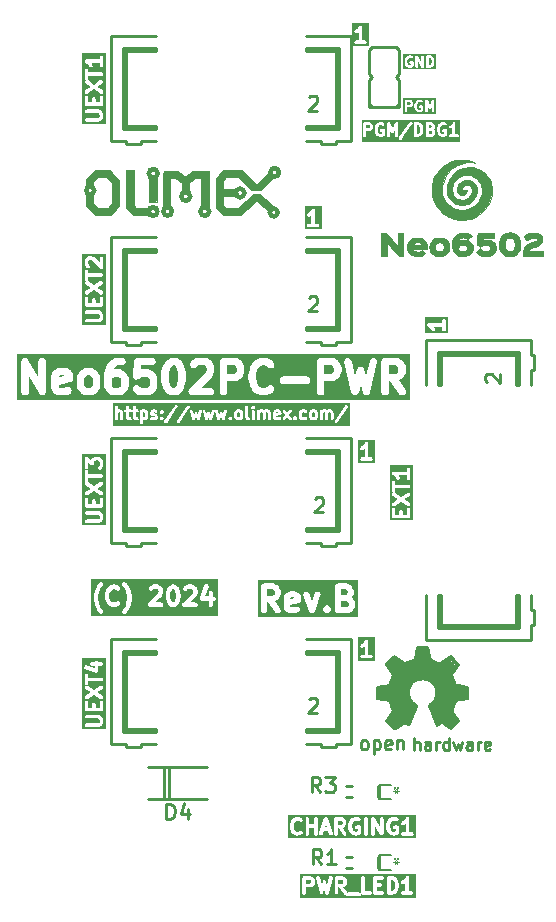
<source format=gbr>
%TF.GenerationSoftware,KiCad,Pcbnew,7.0.11-7.0.11~ubuntu22.04.1*%
%TF.CreationDate,2024-05-21T16:07:35+03:00*%
%TF.ProjectId,Neo6502PC-PWR_Rev_B,4e656f36-3530-4325-9043-2d5057525f52,B*%
%TF.SameCoordinates,PXd4ab5c0PY8b3c880*%
%TF.FileFunction,Legend,Top*%
%TF.FilePolarity,Positive*%
%FSLAX46Y46*%
G04 Gerber Fmt 4.6, Leading zero omitted, Abs format (unit mm)*
G04 Created by KiCad (PCBNEW 7.0.11-7.0.11~ubuntu22.04.1) date 2024-05-21 16:07:35*
%MOMM*%
%LPD*%
G01*
G04 APERTURE LIST*
%ADD10C,0.381000*%
%ADD11C,0.508000*%
%ADD12C,0.635000*%
%ADD13C,0.215900*%
%ADD14C,0.254000*%
%ADD15C,0.317500*%
%ADD16C,0.700000*%
%ADD17C,0.100000*%
%ADD18C,0.500000*%
%ADD19C,0.400000*%
%ADD20C,0.150000*%
%ADD21C,0.370000*%
%ADD22C,0.380000*%
%ADD23C,1.000000*%
%ADD24C,0.420000*%
%ADD25C,0.127000*%
%ADD26C,0.050000*%
%ADD27C,0.228600*%
%ADD28C,0.010000*%
G04 APERTURE END LIST*
D10*
G36*
X14237726Y26609647D02*
G01*
X14266579Y26580794D01*
X14315973Y26482006D01*
X14377785Y26234760D01*
X14377785Y25918803D01*
X14315973Y25671557D01*
X14266579Y25572769D01*
X14237726Y25543916D01*
X14160457Y25505281D01*
X14105255Y25505281D01*
X14027989Y25543914D01*
X13999134Y25572769D01*
X13949739Y25671559D01*
X13887928Y25918804D01*
X13887928Y26234759D01*
X13949739Y26482004D01*
X13999134Y26580794D01*
X14027989Y26609648D01*
X14105255Y26648281D01*
X14160457Y26648281D01*
X14237726Y26609647D01*
G37*
G36*
X17947153Y24327194D02*
G01*
X7193214Y24327194D01*
X7193214Y25750210D01*
X7410928Y25750210D01*
X7415137Y25731765D01*
X7414627Y25712850D01*
X7487198Y25349992D01*
X7492109Y25339048D01*
X7493275Y25327110D01*
X7565847Y25109396D01*
X7572943Y25097721D01*
X7576182Y25084444D01*
X7648754Y24939301D01*
X7656370Y24930036D01*
X7660637Y24918824D01*
X7805780Y24701110D01*
X7819514Y24688098D01*
X7829581Y24672077D01*
X7902152Y24599506D01*
X7973938Y24554400D01*
X8058185Y24544908D01*
X8138209Y24572909D01*
X8198157Y24632857D01*
X8226158Y24712881D01*
X9806983Y24712881D01*
X9834984Y24632858D01*
X9894933Y24572909D01*
X9974956Y24544908D01*
X10059203Y24554400D01*
X10130989Y24599506D01*
X10203560Y24672077D01*
X10213626Y24688098D01*
X10227361Y24701110D01*
X10372505Y24918825D01*
X10376770Y24930036D01*
X10384387Y24939300D01*
X10456959Y25084443D01*
X10460197Y25097720D01*
X10467295Y25109397D01*
X10528646Y25293452D01*
X11984126Y25293452D01*
X11987704Y25283227D01*
X11987704Y25272391D01*
X12001571Y25243594D01*
X12012127Y25213429D01*
X12019787Y25205769D01*
X12024489Y25196006D01*
X12049478Y25176078D01*
X12072076Y25153480D01*
X12082301Y25149903D01*
X12090773Y25143146D01*
X12121935Y25136034D01*
X12152099Y25125479D01*
X12162864Y25126692D01*
X12173428Y25124281D01*
X13116856Y25124281D01*
X13199511Y25143146D01*
X13265795Y25196006D01*
X13302580Y25272391D01*
X13302580Y25357171D01*
X13265795Y25433556D01*
X13199511Y25486416D01*
X13116856Y25505281D01*
X12633336Y25505281D01*
X13023407Y25895352D01*
X13506928Y25895352D01*
X13512134Y25872541D01*
X13512616Y25849149D01*
X13585188Y25558864D01*
X13594652Y25540204D01*
X13599611Y25519873D01*
X13672183Y25374730D01*
X13691598Y25351112D01*
X13707867Y25325220D01*
X13780439Y25252648D01*
X13806331Y25236379D01*
X13829949Y25216964D01*
X13975091Y25144392D01*
X13976497Y25144049D01*
X13977630Y25143146D01*
X14017582Y25134028D01*
X14057457Y25124301D01*
X14058875Y25124603D01*
X14060285Y25124281D01*
X14205428Y25124281D01*
X14206839Y25124604D01*
X14208256Y25124302D01*
X14248097Y25134020D01*
X14288083Y25143146D01*
X14289215Y25144049D01*
X14290622Y25144392D01*
X14435765Y25216964D01*
X14459383Y25236380D01*
X14485275Y25252648D01*
X14526079Y25293452D01*
X14886984Y25293452D01*
X14890562Y25283227D01*
X14890562Y25272391D01*
X14904429Y25243594D01*
X14914985Y25213429D01*
X14922645Y25205769D01*
X14927347Y25196006D01*
X14952336Y25176078D01*
X14974934Y25153480D01*
X14985159Y25149903D01*
X14993631Y25143146D01*
X15024793Y25136034D01*
X15054957Y25125479D01*
X15065722Y25126692D01*
X15076286Y25124281D01*
X16019714Y25124281D01*
X16102369Y25143146D01*
X16168653Y25196006D01*
X16205438Y25272391D01*
X16205438Y25357171D01*
X16168653Y25433556D01*
X16102369Y25486416D01*
X16019714Y25505281D01*
X15536194Y25505281D01*
X15829556Y25798643D01*
X16411321Y25798643D01*
X16414562Y25789804D01*
X16414562Y25780391D01*
X16429026Y25750355D01*
X16440507Y25719045D01*
X16447262Y25712488D01*
X16451347Y25704006D01*
X16477416Y25683217D01*
X16501340Y25659993D01*
X16510269Y25657017D01*
X16517631Y25651146D01*
X16550141Y25643726D01*
X16581770Y25633183D01*
X16591107Y25634376D01*
X16600286Y25632281D01*
X17135501Y25632281D01*
X17135501Y25314781D01*
X17154366Y25232126D01*
X17207226Y25165842D01*
X17283611Y25129057D01*
X17368391Y25129057D01*
X17444776Y25165842D01*
X17497636Y25232126D01*
X17516501Y25314781D01*
X17516501Y25632281D01*
X17543715Y25632281D01*
X17626370Y25651146D01*
X17692654Y25704006D01*
X17729439Y25780391D01*
X17729439Y25865171D01*
X17692654Y25941556D01*
X17626370Y25994416D01*
X17543715Y26013281D01*
X17516501Y26013281D01*
X17516501Y26330781D01*
X17497636Y26413436D01*
X17444776Y26479720D01*
X17368391Y26516505D01*
X17283611Y26516505D01*
X17207226Y26479720D01*
X17154366Y26413436D01*
X17135501Y26330781D01*
X17135501Y26013281D01*
X16864590Y26013281D01*
X17143867Y26851111D01*
X17152108Y26935490D01*
X17122922Y27015088D01*
X17062089Y27074141D01*
X16981660Y27100951D01*
X16897562Y27090208D01*
X16826454Y27044042D01*
X16782419Y26971594D01*
X16419562Y25883022D01*
X16418647Y25873654D01*
X16414562Y25865171D01*
X16414562Y25831828D01*
X16411321Y25798643D01*
X15829556Y25798643D01*
X16081847Y26050934D01*
X16082617Y26052160D01*
X16083833Y26052949D01*
X16105137Y26088001D01*
X16126953Y26122720D01*
X16127115Y26124161D01*
X16127867Y26125397D01*
X16200438Y26343111D01*
X16203409Y26373541D01*
X16210214Y26403352D01*
X16210214Y26548495D01*
X16209892Y26549905D01*
X16210194Y26551323D01*
X16200469Y26591191D01*
X16191349Y26631150D01*
X16190445Y26632283D01*
X16190103Y26633688D01*
X16117532Y26778832D01*
X16098115Y26802452D01*
X16081848Y26828341D01*
X16009277Y26900913D01*
X15983383Y26917184D01*
X15959766Y26936598D01*
X15814623Y27009170D01*
X15813216Y27009514D01*
X15812084Y27010416D01*
X15772098Y27019543D01*
X15732257Y27029260D01*
X15730840Y27028959D01*
X15729429Y27029281D01*
X15366572Y27029281D01*
X15365162Y27028960D01*
X15363744Y27029261D01*
X15323876Y27019537D01*
X15283917Y27010416D01*
X15282784Y27009513D01*
X15281379Y27009170D01*
X15136235Y26936599D01*
X15112614Y26917182D01*
X15086725Y26900914D01*
X15014153Y26828342D01*
X14969047Y26756556D01*
X14959555Y26672309D01*
X14987556Y26592286D01*
X15047505Y26532337D01*
X15127528Y26504336D01*
X15211775Y26513828D01*
X15283561Y26558934D01*
X15334273Y26609647D01*
X15411542Y26648281D01*
X15684458Y26648281D01*
X15761727Y26609647D01*
X15790578Y26580796D01*
X15829214Y26503525D01*
X15829214Y26434266D01*
X15780640Y26288544D01*
X14941582Y25449485D01*
X14935817Y25440312D01*
X14927347Y25433556D01*
X14913479Y25404761D01*
X14896476Y25377699D01*
X14895262Y25366933D01*
X14890562Y25357171D01*
X14890562Y25325209D01*
X14886984Y25293452D01*
X14526079Y25293452D01*
X14557847Y25325220D01*
X14574114Y25351110D01*
X14593532Y25374730D01*
X14666103Y25519874D01*
X14671061Y25540204D01*
X14680526Y25558864D01*
X14753097Y25849149D01*
X14753578Y25872541D01*
X14758785Y25895352D01*
X14758785Y26258210D01*
X14753578Y26281022D01*
X14753097Y26304413D01*
X14680526Y26594698D01*
X14671061Y26613359D01*
X14666103Y26633688D01*
X14593532Y26778832D01*
X14574114Y26802453D01*
X14557847Y26828342D01*
X14485275Y26900914D01*
X14459383Y26917183D01*
X14435765Y26936598D01*
X14290622Y27009170D01*
X14289215Y27009514D01*
X14288083Y27010416D01*
X14248097Y27019543D01*
X14208256Y27029260D01*
X14206839Y27028959D01*
X14205428Y27029281D01*
X14060285Y27029281D01*
X14058875Y27028960D01*
X14057457Y27029261D01*
X14017582Y27019535D01*
X13977630Y27010416D01*
X13976497Y27009514D01*
X13975091Y27009170D01*
X13829949Y26936598D01*
X13806331Y26917184D01*
X13780439Y26900914D01*
X13707867Y26828342D01*
X13691598Y26802451D01*
X13672183Y26778832D01*
X13599611Y26633689D01*
X13594652Y26613359D01*
X13585188Y26594698D01*
X13512616Y26304413D01*
X13512134Y26281022D01*
X13506928Y26258210D01*
X13506928Y25895352D01*
X13023407Y25895352D01*
X13178989Y26050934D01*
X13179759Y26052160D01*
X13180975Y26052949D01*
X13202279Y26088001D01*
X13224095Y26122720D01*
X13224257Y26124161D01*
X13225009Y26125397D01*
X13297580Y26343111D01*
X13300551Y26373541D01*
X13307356Y26403352D01*
X13307356Y26548495D01*
X13307034Y26549905D01*
X13307336Y26551323D01*
X13297611Y26591191D01*
X13288491Y26631150D01*
X13287587Y26632283D01*
X13287245Y26633688D01*
X13214674Y26778832D01*
X13195257Y26802452D01*
X13178990Y26828341D01*
X13106419Y26900913D01*
X13080525Y26917184D01*
X13056908Y26936598D01*
X12911765Y27009170D01*
X12910358Y27009514D01*
X12909226Y27010416D01*
X12869240Y27019543D01*
X12829399Y27029260D01*
X12827982Y27028959D01*
X12826571Y27029281D01*
X12463714Y27029281D01*
X12462304Y27028960D01*
X12460886Y27029261D01*
X12421018Y27019537D01*
X12381059Y27010416D01*
X12379926Y27009513D01*
X12378521Y27009170D01*
X12233377Y26936599D01*
X12209756Y26917182D01*
X12183867Y26900914D01*
X12111295Y26828342D01*
X12066189Y26756556D01*
X12056697Y26672309D01*
X12084698Y26592286D01*
X12144647Y26532337D01*
X12224670Y26504336D01*
X12308917Y26513828D01*
X12380703Y26558934D01*
X12431415Y26609647D01*
X12508684Y26648281D01*
X12781600Y26648281D01*
X12858869Y26609647D01*
X12887720Y26580796D01*
X12926356Y26503525D01*
X12926356Y26434266D01*
X12877782Y26288544D01*
X12038724Y25449485D01*
X12032959Y25440312D01*
X12024489Y25433556D01*
X12010621Y25404761D01*
X11993618Y25377699D01*
X11992404Y25366933D01*
X11987704Y25357171D01*
X11987704Y25325209D01*
X11984126Y25293452D01*
X10528646Y25293452D01*
X10539866Y25327111D01*
X10541031Y25339048D01*
X10545943Y25349992D01*
X10618514Y25712850D01*
X10618003Y25731765D01*
X10622213Y25750210D01*
X10622213Y26040495D01*
X10618003Y26058941D01*
X10618514Y26077855D01*
X10545943Y26440712D01*
X10541031Y26451658D01*
X10539866Y26463592D01*
X10467295Y26681308D01*
X10460197Y26692986D01*
X10456959Y26706262D01*
X10384387Y26851405D01*
X10376770Y26860670D01*
X10372505Y26871880D01*
X10227361Y27089595D01*
X10213626Y27102608D01*
X10203560Y27118628D01*
X10130989Y27191199D01*
X10059203Y27236305D01*
X9974956Y27245797D01*
X9894933Y27217796D01*
X9834984Y27157847D01*
X9806983Y27077824D01*
X9816475Y26993577D01*
X9861581Y26921791D01*
X9920815Y26862557D01*
X10048914Y26670409D01*
X10110128Y26547980D01*
X10174665Y26354368D01*
X10241213Y26021631D01*
X10241213Y25769075D01*
X10174666Y25436340D01*
X10110128Y25242726D01*
X10048914Y25120297D01*
X9920815Y24928149D01*
X9861581Y24868914D01*
X9816475Y24797128D01*
X9806983Y24712881D01*
X8226158Y24712881D01*
X8216666Y24797128D01*
X8171560Y24868914D01*
X8112326Y24928148D01*
X7984227Y25120296D01*
X7923013Y25242726D01*
X7858474Y25436340D01*
X7791928Y25769075D01*
X7791928Y25967924D01*
X8354356Y25967924D01*
X8359562Y25945113D01*
X8360044Y25921721D01*
X8432616Y25631435D01*
X8442080Y25612775D01*
X8447039Y25592444D01*
X8519611Y25447301D01*
X8539026Y25423683D01*
X8555295Y25397791D01*
X8700438Y25252648D01*
X8701663Y25251878D01*
X8702453Y25250662D01*
X8737488Y25229368D01*
X8772223Y25207542D01*
X8773664Y25207380D01*
X8774901Y25206628D01*
X8992615Y25134057D01*
X9023044Y25131086D01*
X9052856Y25124281D01*
X9197999Y25124281D01*
X9227810Y25131086D01*
X9258240Y25134057D01*
X9475955Y25206628D01*
X9477192Y25207380D01*
X9478631Y25207542D01*
X9513336Y25229349D01*
X9548402Y25250662D01*
X9549191Y25251878D01*
X9550417Y25252648D01*
X9622989Y25325220D01*
X9668095Y25397005D01*
X9677587Y25481253D01*
X9649586Y25561276D01*
X9589637Y25621225D01*
X9509614Y25649226D01*
X9425366Y25639734D01*
X9353581Y25594628D01*
X9312807Y25553855D01*
X9167086Y25505281D01*
X9083770Y25505281D01*
X8938047Y25553855D01*
X8846562Y25645340D01*
X8797167Y25744131D01*
X8735356Y25991376D01*
X8735356Y26162187D01*
X8797167Y26409432D01*
X8846562Y26508223D01*
X8938047Y26599708D01*
X9083770Y26648281D01*
X9167086Y26648281D01*
X9312807Y26599708D01*
X9353581Y26558934D01*
X9425366Y26513828D01*
X9509614Y26504336D01*
X9589637Y26532337D01*
X9649586Y26592286D01*
X9677587Y26672309D01*
X9668095Y26756557D01*
X9622989Y26828342D01*
X9550417Y26900914D01*
X9549191Y26901685D01*
X9548402Y26902900D01*
X9513336Y26924214D01*
X9478631Y26946020D01*
X9477192Y26946183D01*
X9475955Y26946934D01*
X9258240Y27019505D01*
X9227810Y27022477D01*
X9197999Y27029281D01*
X9052856Y27029281D01*
X9023044Y27022477D01*
X8992615Y27019505D01*
X8774901Y26946934D01*
X8773664Y26946183D01*
X8772223Y26946020D01*
X8737488Y26924195D01*
X8702453Y26902900D01*
X8701663Y26901685D01*
X8700438Y26900914D01*
X8555295Y26755771D01*
X8539026Y26729880D01*
X8519611Y26706261D01*
X8447039Y26561118D01*
X8442080Y26540788D01*
X8432616Y26522127D01*
X8360044Y26231841D01*
X8359562Y26208450D01*
X8354356Y26185638D01*
X8354356Y25967924D01*
X7791928Y25967924D01*
X7791928Y26021631D01*
X7858474Y26354365D01*
X7923013Y26547980D01*
X7984227Y26670410D01*
X8112326Y26862558D01*
X8171560Y26921791D01*
X8216666Y26993577D01*
X8226158Y27077824D01*
X8198157Y27157848D01*
X8138209Y27217796D01*
X8058185Y27245797D01*
X7973938Y27236305D01*
X7902152Y27191199D01*
X7829581Y27118628D01*
X7819514Y27102608D01*
X7805780Y27089595D01*
X7660637Y26871881D01*
X7656370Y26860670D01*
X7648754Y26851404D01*
X7576182Y26706261D01*
X7572943Y26692985D01*
X7565847Y26681309D01*
X7493275Y26463594D01*
X7492109Y26451657D01*
X7487198Y26440712D01*
X7414627Y26077855D01*
X7415137Y26058941D01*
X7410928Y26040495D01*
X7410928Y25750210D01*
X7193214Y25750210D01*
X7193214Y27463511D01*
X17947153Y27463511D01*
X17947153Y24327194D01*
G37*
D11*
G36*
X22640208Y26562862D02*
G01*
X22678677Y26524393D01*
X22730191Y26421365D01*
X22730191Y26251003D01*
X22678677Y26147976D01*
X22640208Y26109508D01*
X22537181Y26057994D01*
X22077048Y26057994D01*
X22077048Y26614375D01*
X22537181Y26614375D01*
X22640208Y26562862D01*
G37*
G36*
X24433983Y25907879D02*
G01*
X24012286Y25823539D01*
X24012286Y25840795D01*
X24044367Y25904958D01*
X24108534Y25937041D01*
X24375657Y25937041D01*
X24433983Y25907879D01*
G37*
G36*
X28942983Y25581991D02*
G01*
X28968200Y25556774D01*
X29019714Y25453746D01*
X29019714Y25283384D01*
X28968200Y25180356D01*
X28929731Y25141888D01*
X28826706Y25090375D01*
X28366571Y25090375D01*
X28366571Y25646756D01*
X28748684Y25646756D01*
X28942983Y25581991D01*
G37*
G36*
X28832969Y26562862D02*
G01*
X28871438Y26524393D01*
X28922952Y26421365D01*
X28922952Y26347765D01*
X28871438Y26244737D01*
X28832969Y26206269D01*
X28729944Y26154756D01*
X28366571Y26154756D01*
X28366571Y26614375D01*
X28729942Y26614375D01*
X28832969Y26562862D01*
G37*
G36*
X29818000Y24292089D02*
G01*
X21278762Y24292089D01*
X21278762Y24836375D01*
X21569048Y24836375D01*
X21588383Y24739173D01*
X21643443Y24656770D01*
X21725846Y24601710D01*
X21823048Y24582375D01*
X21920250Y24601710D01*
X22002653Y24656770D01*
X22057713Y24739173D01*
X22077048Y24836375D01*
X22077048Y25549994D01*
X22174612Y25549994D01*
X22776106Y24690716D01*
X22847687Y24622173D01*
X22940049Y24586240D01*
X23039131Y24588389D01*
X23129850Y24628290D01*
X23198393Y24699872D01*
X23234326Y24792234D01*
X23232178Y24891316D01*
X23192276Y24982035D01*
X23091038Y25126660D01*
X23504286Y25126660D01*
X23506066Y25117710D01*
X23504925Y25108655D01*
X23515678Y25069385D01*
X23523621Y25029458D01*
X23528690Y25021872D01*
X23531101Y25013068D01*
X23627863Y24819544D01*
X23647391Y24794383D01*
X23663163Y24766715D01*
X23677499Y24755589D01*
X23688627Y24741251D01*
X23716295Y24725479D01*
X23741457Y24705951D01*
X23934981Y24609190D01*
X23943782Y24606780D01*
X23951370Y24601710D01*
X23991300Y24593768D01*
X24030568Y24583014D01*
X24039621Y24584156D01*
X24048572Y24582375D01*
X24435619Y24582375D01*
X24444569Y24584156D01*
X24453623Y24583014D01*
X24492890Y24593768D01*
X24532821Y24601710D01*
X24540408Y24606780D01*
X24549210Y24609190D01*
X24742734Y24705951D01*
X24821028Y24766715D01*
X24870108Y24852813D01*
X24882504Y24951140D01*
X24856328Y25046727D01*
X24795565Y25125021D01*
X24709466Y25174101D01*
X24611139Y25186497D01*
X24515552Y25160321D01*
X24375659Y25090375D01*
X24108532Y25090375D01*
X24044368Y25122457D01*
X24012286Y25186622D01*
X24012286Y25305479D01*
X24775719Y25458165D01*
X24798699Y25467712D01*
X24823107Y25472567D01*
X24844017Y25486540D01*
X24867241Y25496187D01*
X24884819Y25513802D01*
X24905510Y25527627D01*
X24919480Y25548536D01*
X24937246Y25566338D01*
X24946745Y25589341D01*
X24960570Y25610030D01*
X24965475Y25634694D01*
X24975076Y25657939D01*
X24975050Y25682826D01*
X24979905Y25707232D01*
X24979905Y25900756D01*
X24978124Y25909707D01*
X24979266Y25918761D01*
X24968513Y25958026D01*
X24960570Y25997958D01*
X24955499Y26005547D01*
X24953089Y26014348D01*
X24858436Y26203654D01*
X25149552Y26203654D01*
X25164036Y26105611D01*
X25647846Y24750945D01*
X25654394Y24740006D01*
X25657499Y24727641D01*
X25679657Y24697801D01*
X25698747Y24665909D01*
X25708982Y24658309D01*
X25716582Y24648074D01*
X25748467Y24628989D01*
X25778314Y24606825D01*
X25790683Y24603720D01*
X25801619Y24597173D01*
X25838376Y24591743D01*
X25874435Y24582688D01*
X25887051Y24584552D01*
X25899661Y24582689D01*
X25935699Y24591739D01*
X25972478Y24597172D01*
X25983420Y24603722D01*
X25995782Y24606826D01*
X26025616Y24628980D01*
X26057514Y24648073D01*
X26065115Y24658311D01*
X26075349Y24665909D01*
X26094436Y24697797D01*
X26116597Y24727641D01*
X26119702Y24740008D01*
X26126250Y24750946D01*
X26191318Y24933135D01*
X26794190Y24933135D01*
X26813525Y24835934D01*
X26868586Y24753530D01*
X26965346Y24656771D01*
X26965347Y24656770D01*
X27017125Y24622173D01*
X27047750Y24601710D01*
X27047752Y24601709D01*
X27106283Y24590067D01*
X27144951Y24582375D01*
X27144951Y24582376D01*
X27144952Y24582375D01*
X27144952Y24582376D01*
X27144953Y24582375D01*
X27183621Y24590067D01*
X27242152Y24601709D01*
X27242153Y24601710D01*
X27242154Y24601710D01*
X27272779Y24622173D01*
X27324557Y24656770D01*
X27324558Y24656771D01*
X27421318Y24753530D01*
X27476379Y24835933D01*
X27476467Y24836375D01*
X27858571Y24836375D01*
X27877906Y24739173D01*
X27932966Y24656770D01*
X28015369Y24601710D01*
X28112571Y24582375D01*
X28886666Y24582375D01*
X28895616Y24584156D01*
X28904670Y24583014D01*
X28943937Y24593768D01*
X28983868Y24601710D01*
X28991455Y24606780D01*
X29000257Y24609190D01*
X29193781Y24705951D01*
X29225944Y24730913D01*
X29259795Y24753531D01*
X29356557Y24850293D01*
X29379172Y24884140D01*
X29404137Y24916306D01*
X29500898Y25109829D01*
X29503308Y25118632D01*
X29508379Y25126220D01*
X29516321Y25166149D01*
X29527075Y25205416D01*
X29525933Y25214471D01*
X29527714Y25223422D01*
X29527714Y25513708D01*
X29525933Y25522660D01*
X29527075Y25531714D01*
X29516321Y25570982D01*
X29508379Y25610910D01*
X29503308Y25618499D01*
X29500898Y25627301D01*
X29404137Y25820824D01*
X29379172Y25852991D01*
X29356557Y25886837D01*
X29287856Y25955538D01*
X29307375Y25980687D01*
X29404136Y26174210D01*
X29406546Y26183013D01*
X29411617Y26190601D01*
X29419559Y26230530D01*
X29430313Y26269797D01*
X29429171Y26278852D01*
X29430952Y26287803D01*
X29430952Y26481327D01*
X29429171Y26490279D01*
X29430313Y26499333D01*
X29419559Y26538601D01*
X29411617Y26578529D01*
X29406546Y26586118D01*
X29404136Y26594920D01*
X29307375Y26788443D01*
X29282410Y26820610D01*
X29259795Y26854456D01*
X29163033Y26951218D01*
X29129186Y26973834D01*
X29097020Y26998798D01*
X28903496Y27095560D01*
X28894692Y27097971D01*
X28887106Y27103040D01*
X28847179Y27110983D01*
X28807909Y27121736D01*
X28798854Y27120595D01*
X28789904Y27122375D01*
X28112571Y27122375D01*
X28015369Y27103040D01*
X27932966Y27047980D01*
X27877906Y26965577D01*
X27858571Y26868375D01*
X27858571Y24836377D01*
X27858571Y24836375D01*
X27476467Y24836375D01*
X27495714Y24933134D01*
X27476380Y25030336D01*
X27421320Y25112740D01*
X27421319Y25112741D01*
X27324557Y25209503D01*
X27303726Y25223422D01*
X27242154Y25264563D01*
X27144952Y25283898D01*
X27047750Y25264563D01*
X26986178Y25223422D01*
X26965347Y25209503D01*
X26868585Y25112741D01*
X26868584Y25112740D01*
X26813524Y25030336D01*
X26794190Y24933135D01*
X26191318Y24933135D01*
X26610059Y26105611D01*
X26624543Y26203654D01*
X26600406Y26299775D01*
X26541322Y26379342D01*
X26456286Y26430243D01*
X26358244Y26444727D01*
X26262123Y26420590D01*
X26182556Y26361506D01*
X26131654Y26276470D01*
X25887047Y25591571D01*
X25642440Y26276471D01*
X25591539Y26361507D01*
X25511972Y26420590D01*
X25415851Y26444727D01*
X25317808Y26430243D01*
X25232772Y26379342D01*
X25173689Y26299775D01*
X25149552Y26203654D01*
X24858436Y26203654D01*
X24856327Y26207872D01*
X24836799Y26233033D01*
X24821028Y26260700D01*
X24806690Y26271828D01*
X24795563Y26286165D01*
X24767895Y26301937D01*
X24742735Y26321464D01*
X24549211Y26418226D01*
X24540407Y26420637D01*
X24532821Y26425706D01*
X24492894Y26433649D01*
X24453624Y26444402D01*
X24444569Y26443261D01*
X24435619Y26445041D01*
X24048572Y26445041D01*
X24039620Y26443261D01*
X24030566Y26444402D01*
X23991298Y26433649D01*
X23951370Y26425706D01*
X23943781Y26420636D01*
X23934979Y26418225D01*
X23741456Y26321464D01*
X23716295Y26301937D01*
X23688628Y26286165D01*
X23677500Y26271828D01*
X23663163Y26260700D01*
X23647391Y26233033D01*
X23627864Y26207872D01*
X23531102Y26014349D01*
X23528691Y26005547D01*
X23523621Y25997958D01*
X23515678Y25958030D01*
X23504925Y25918762D01*
X23506066Y25909707D01*
X23504286Y25900756D01*
X23504286Y25126660D01*
X23091038Y25126660D01*
X22759030Y25600957D01*
X22904259Y25673571D01*
X22936422Y25698534D01*
X22970271Y25721150D01*
X23067033Y25817911D01*
X23089651Y25851762D01*
X23114614Y25883925D01*
X23211375Y26077448D01*
X23213785Y26086251D01*
X23218856Y26093839D01*
X23226798Y26133768D01*
X23237552Y26173035D01*
X23236410Y26182090D01*
X23238191Y26191041D01*
X23238191Y26481327D01*
X23236410Y26490279D01*
X23237552Y26499333D01*
X23226798Y26538601D01*
X23218856Y26578529D01*
X23213785Y26586118D01*
X23211375Y26594920D01*
X23114614Y26788443D01*
X23089649Y26820610D01*
X23067034Y26854456D01*
X22970272Y26951218D01*
X22936425Y26973834D01*
X22904259Y26998798D01*
X22710735Y27095560D01*
X22701931Y27097971D01*
X22694345Y27103040D01*
X22654418Y27110983D01*
X22615148Y27121736D01*
X22606093Y27120595D01*
X22597143Y27122375D01*
X21823048Y27122375D01*
X21725846Y27103040D01*
X21643443Y27047980D01*
X21588383Y26965577D01*
X21569048Y26868375D01*
X21569048Y24836375D01*
X21278762Y24836375D01*
X21278762Y27412661D01*
X29818000Y27412661D01*
X29818000Y24292089D01*
G37*
D12*
G36*
X4979383Y44697348D02*
G01*
X4452261Y44591923D01*
X4452261Y44613493D01*
X4492363Y44693699D01*
X4572570Y44733801D01*
X4906476Y44733801D01*
X4979383Y44697348D01*
G37*
G36*
X7212403Y44669409D02*
G01*
X7260488Y44621324D01*
X7324880Y44492541D01*
X7324880Y43916730D01*
X7260488Y43787947D01*
X7212402Y43739860D01*
X7083619Y43675468D01*
X6870666Y43675468D01*
X6741882Y43739860D01*
X6693795Y43787946D01*
X6629404Y43916730D01*
X6629404Y44492541D01*
X6693795Y44621324D01*
X6741881Y44669410D01*
X6870666Y44733801D01*
X7083619Y44733801D01*
X7212403Y44669409D01*
G37*
G36*
X9631449Y44548458D02*
G01*
X9679536Y44500370D01*
X9743928Y44371589D01*
X9743928Y43916731D01*
X9679536Y43787947D01*
X9631449Y43739860D01*
X9502666Y43675468D01*
X9168761Y43675468D01*
X9039977Y43739860D01*
X8991890Y43787946D01*
X8927499Y43916730D01*
X8927499Y44371588D01*
X8991890Y44500372D01*
X9039977Y44548458D01*
X9168761Y44612849D01*
X9502666Y44612849D01*
X9631449Y44548458D01*
G37*
G36*
X14348593Y45516077D02*
G01*
X14396679Y45467990D01*
X14479004Y45303340D01*
X14582024Y44891264D01*
X14582024Y44364673D01*
X14479004Y43952597D01*
X14396679Y43787947D01*
X14348593Y43739860D01*
X14219810Y43675468D01*
X14127809Y43675468D01*
X13999025Y43739860D01*
X13950938Y43787947D01*
X13868613Y43952596D01*
X13765595Y44364672D01*
X13765595Y44891265D01*
X13868613Y45303342D01*
X13950939Y45467991D01*
X13999025Y45516077D01*
X14127809Y45580468D01*
X14219810Y45580468D01*
X14348593Y45516077D01*
G37*
G36*
X33096213Y45516077D02*
G01*
X33144299Y45467990D01*
X33208691Y45339207D01*
X33208691Y45126253D01*
X33144299Y44997471D01*
X33096213Y44949384D01*
X32967429Y44884992D01*
X32392262Y44884992D01*
X32392262Y45580468D01*
X32967429Y45580468D01*
X33096213Y45516077D01*
G37*
G36*
X19428594Y45516077D02*
G01*
X19476680Y45467990D01*
X19541072Y45339207D01*
X19541072Y45126253D01*
X19476680Y44997471D01*
X19428594Y44949384D01*
X19299810Y44884992D01*
X18724643Y44884992D01*
X18724643Y45580468D01*
X19299810Y45580468D01*
X19428594Y45516077D01*
G37*
G36*
X27653356Y45516077D02*
G01*
X27701442Y45467990D01*
X27765834Y45339207D01*
X27765834Y45126253D01*
X27701442Y44997471D01*
X27653356Y44949384D01*
X27524572Y44884992D01*
X26949405Y44884992D01*
X26949405Y45580468D01*
X27524572Y45580468D01*
X27653356Y45516077D01*
G37*
G36*
X34206548Y42677611D02*
G01*
X914404Y42677611D01*
X914404Y43357968D01*
X1277261Y43357968D01*
X1296409Y43249377D01*
X1351542Y43153883D01*
X1436011Y43083005D01*
X1539628Y43045292D01*
X1649894Y43045292D01*
X1753511Y43083005D01*
X1837980Y43153883D01*
X1893113Y43249377D01*
X1912261Y43357968D01*
X1912261Y44702403D01*
X2770523Y43200444D01*
X2788731Y43178548D01*
X2802971Y43153883D01*
X2823714Y43136478D01*
X2841024Y43115661D01*
X2865621Y43101313D01*
X2887440Y43083005D01*
X2912882Y43073745D01*
X2936271Y43060102D01*
X2964298Y43055032D01*
X2991057Y43045292D01*
X3018129Y43045292D01*
X3044776Y43040471D01*
X3072846Y43045292D01*
X3101323Y43045292D01*
X3126767Y43054554D01*
X3153452Y43059136D01*
X3178175Y43073264D01*
X3204940Y43083005D01*
X3225683Y43100411D01*
X3249190Y43113843D01*
X3267592Y43135577D01*
X3289409Y43153883D01*
X3302946Y43177332D01*
X3320443Y43197995D01*
X3330303Y43224715D01*
X3344542Y43249377D01*
X3349243Y43276040D01*
X3358618Y43301443D01*
X3358744Y43329922D01*
X3363690Y43357968D01*
X3363690Y43720825D01*
X3817261Y43720825D01*
X3820439Y43702798D01*
X3819343Y43684525D01*
X3829949Y43648866D01*
X3836409Y43612234D01*
X3845560Y43596384D01*
X3850780Y43578835D01*
X3971732Y43336930D01*
X3999493Y43299503D01*
X4025160Y43260629D01*
X4032198Y43255409D01*
X4037422Y43248366D01*
X4076302Y43222695D01*
X4113723Y43194939D01*
X4355628Y43073987D01*
X4373176Y43068768D01*
X4389027Y43059616D01*
X4425658Y43053157D01*
X4461318Y43042550D01*
X4479590Y43043647D01*
X4497618Y43040468D01*
X4981428Y43040468D01*
X4999455Y43043647D01*
X5017728Y43042550D01*
X5053387Y43053157D01*
X5090019Y43059616D01*
X5105869Y43068768D01*
X5123418Y43073987D01*
X5365322Y43194939D01*
X5453886Y43260629D01*
X5514642Y43352648D01*
X5540262Y43459897D01*
X5527654Y43569441D01*
X5478342Y43668065D01*
X5398271Y43743878D01*
X5297100Y43787731D01*
X5187032Y43794338D01*
X5081342Y43762901D01*
X4906476Y43675468D01*
X4572570Y43675468D01*
X4492363Y43715571D01*
X4452261Y43795777D01*
X4452261Y43841778D01*
X5994404Y43841778D01*
X5997582Y43823751D01*
X5996486Y43805478D01*
X6007092Y43769819D01*
X6013552Y43733187D01*
X6022703Y43717337D01*
X6027923Y43699788D01*
X6148875Y43457883D01*
X6179189Y43417013D01*
X6208350Y43375367D01*
X6329302Y43254414D01*
X6370973Y43225236D01*
X6411819Y43194939D01*
X6653724Y43073987D01*
X6671272Y43068768D01*
X6687123Y43059616D01*
X6723754Y43053157D01*
X6759414Y43042550D01*
X6777686Y43043647D01*
X6795714Y43040468D01*
X7158571Y43040468D01*
X7176598Y43043647D01*
X7194871Y43042550D01*
X7230530Y43053157D01*
X7267162Y43059616D01*
X7283012Y43068768D01*
X7300561Y43073987D01*
X7542465Y43194939D01*
X7583335Y43225254D01*
X7624981Y43254414D01*
X7745934Y43375366D01*
X7775112Y43417038D01*
X7805409Y43457883D01*
X7926361Y43699788D01*
X7931580Y43717337D01*
X7940732Y43733187D01*
X7947191Y43769819D01*
X7957798Y43805478D01*
X7956701Y43823751D01*
X7959880Y43841778D01*
X8292499Y43841778D01*
X8295677Y43823751D01*
X8294581Y43805478D01*
X8305187Y43769819D01*
X8311647Y43733187D01*
X8320798Y43717337D01*
X8326018Y43699788D01*
X8446970Y43457883D01*
X8477284Y43417013D01*
X8506445Y43375367D01*
X8627397Y43254414D01*
X8669068Y43225236D01*
X8709914Y43194939D01*
X8951819Y43073987D01*
X8969367Y43068768D01*
X8985218Y43059616D01*
X9021849Y43053157D01*
X9057509Y43042550D01*
X9075781Y43043647D01*
X9093809Y43040468D01*
X9577618Y43040468D01*
X9595645Y43043647D01*
X9613918Y43042550D01*
X9649577Y43053157D01*
X9686209Y43059616D01*
X9702059Y43068768D01*
X9719608Y43073987D01*
X9961513Y43194939D01*
X10002379Y43225251D01*
X10044030Y43254415D01*
X10164983Y43375368D01*
X10194166Y43417047D01*
X10224455Y43457882D01*
X10281615Y43572202D01*
X10712755Y43572202D01*
X10741294Y43465693D01*
X10804540Y43375368D01*
X10925492Y43254414D01*
X10967163Y43225236D01*
X11008009Y43194939D01*
X11249914Y43073987D01*
X11267462Y43068768D01*
X11283313Y43059616D01*
X11319944Y43053157D01*
X11355604Y43042550D01*
X11373876Y43043647D01*
X11391904Y43040468D01*
X11996666Y43040468D01*
X12014693Y43043647D01*
X12032966Y43042550D01*
X12068625Y43053157D01*
X12105257Y43059616D01*
X12121107Y43068768D01*
X12138656Y43073987D01*
X12380561Y43194939D01*
X12421427Y43225251D01*
X12463078Y43254415D01*
X12584031Y43375368D01*
X12613214Y43417047D01*
X12643503Y43457882D01*
X12764456Y43699787D01*
X12769675Y43717334D01*
X12778828Y43733187D01*
X12785288Y43769825D01*
X12795893Y43805477D01*
X12794796Y43823747D01*
X12797976Y43841778D01*
X12797976Y44325587D01*
X13130595Y44325587D01*
X13137341Y44287330D01*
X13140075Y44248582D01*
X13261027Y43764773D01*
X13275169Y43733064D01*
X13285067Y43699787D01*
X13406019Y43457882D01*
X13436327Y43417021D01*
X13465493Y43375368D01*
X13586445Y43254414D01*
X13628116Y43225236D01*
X13668962Y43194939D01*
X13910867Y43073987D01*
X13928415Y43068768D01*
X13944266Y43059616D01*
X13980897Y43053157D01*
X14016557Y43042550D01*
X14034829Y43043647D01*
X14052857Y43040468D01*
X14294762Y43040468D01*
X14312789Y43043647D01*
X14331062Y43042550D01*
X14366721Y43053157D01*
X14403353Y43059616D01*
X14419203Y43068768D01*
X14436752Y43073987D01*
X14678656Y43194939D01*
X14719526Y43225254D01*
X14761172Y43254414D01*
X14882125Y43375366D01*
X14889319Y43385640D01*
X15429899Y43385640D01*
X15433515Y43344312D01*
X15433515Y43302835D01*
X15438292Y43289709D01*
X15439510Y43275793D01*
X15457039Y43238203D01*
X15471228Y43199218D01*
X15480208Y43188516D01*
X15486111Y43175858D01*
X15515436Y43146533D01*
X15542106Y43114749D01*
X15554205Y43107764D01*
X15564081Y43097888D01*
X15601672Y43080359D01*
X15637600Y43059616D01*
X15651356Y43057191D01*
X15664016Y43051287D01*
X15705339Y43047672D01*
X15746191Y43040468D01*
X17318572Y43040468D01*
X17427163Y43059616D01*
X17522657Y43114749D01*
X17593535Y43199218D01*
X17631248Y43302835D01*
X17631248Y43357968D01*
X18089643Y43357968D01*
X18108791Y43249377D01*
X18163924Y43153883D01*
X18248393Y43083005D01*
X18352010Y43045292D01*
X18462276Y43045292D01*
X18565893Y43083005D01*
X18650362Y43153883D01*
X18705495Y43249377D01*
X18724643Y43357968D01*
X18724643Y44249992D01*
X19374762Y44249992D01*
X19392789Y44253171D01*
X19411062Y44252074D01*
X19446721Y44262681D01*
X19483353Y44269140D01*
X19499203Y44278292D01*
X19516752Y44283511D01*
X19758657Y44404463D01*
X19799527Y44434778D01*
X19816325Y44446540D01*
X20508691Y44446540D01*
X20515437Y44408283D01*
X20518171Y44369535D01*
X20639123Y43885725D01*
X20653265Y43854016D01*
X20663163Y43820739D01*
X20784115Y43578834D01*
X20814428Y43537966D01*
X20843590Y43496319D01*
X21085494Y43254414D01*
X21100492Y43243912D01*
X21112636Y43230218D01*
X21145343Y43212507D01*
X21175819Y43191168D01*
X21193500Y43186431D01*
X21209599Y43177713D01*
X21572456Y43056761D01*
X21622765Y43049301D01*
X21672858Y43040468D01*
X21914762Y43040468D01*
X21964854Y43049301D01*
X22015164Y43056761D01*
X22378022Y43177713D01*
X22394120Y43186431D01*
X22411802Y43191168D01*
X22442272Y43212505D01*
X22474986Y43230218D01*
X22487132Y43243916D01*
X22502127Y43254415D01*
X22605680Y43357968D01*
X26314405Y43357968D01*
X26333553Y43249377D01*
X26388686Y43153883D01*
X26473155Y43083005D01*
X26576772Y43045292D01*
X26687038Y43045292D01*
X26790655Y43083005D01*
X26875124Y43153883D01*
X26930257Y43249377D01*
X26949405Y43357968D01*
X26949405Y44249992D01*
X27599524Y44249992D01*
X27617551Y44253171D01*
X27635824Y44252074D01*
X27671483Y44262681D01*
X27708115Y44269140D01*
X27723965Y44278292D01*
X27741514Y44283511D01*
X27983419Y44404463D01*
X28024289Y44434778D01*
X28065935Y44463938D01*
X28186888Y44584890D01*
X28216060Y44626554D01*
X28246363Y44667407D01*
X28367315Y44909311D01*
X28372534Y44926860D01*
X28381686Y44942710D01*
X28388145Y44979342D01*
X28398752Y45015001D01*
X28397655Y45033274D01*
X28400834Y45051301D01*
X28400834Y45414159D01*
X28397655Y45432187D01*
X28398752Y45450459D01*
X28388145Y45486119D01*
X28381686Y45522750D01*
X28372534Y45538601D01*
X28367315Y45556149D01*
X28246363Y45798053D01*
X28216060Y45838907D01*
X28186888Y45880570D01*
X28132956Y45934502D01*
X28614610Y45934502D01*
X28621135Y45824428D01*
X29225897Y43284429D01*
X29238752Y43254711D01*
X29247171Y43223442D01*
X29260480Y43204483D01*
X29269676Y43183226D01*
X29291920Y43159697D01*
X29310526Y43133193D01*
X29329513Y43119932D01*
X29345428Y43103098D01*
X29374382Y43088594D01*
X29400927Y43070055D01*
X29423306Y43064088D01*
X29444017Y43053713D01*
X29476183Y43049987D01*
X29507470Y43041644D01*
X29530542Y43043691D01*
X29553551Y43041025D01*
X29585047Y43048525D01*
X29617305Y43051385D01*
X29638289Y43061201D01*
X29660819Y43066565D01*
X29687852Y43084386D01*
X29717185Y43098106D01*
X29733543Y43114504D01*
X29752883Y43127252D01*
X29772193Y43153247D01*
X29795061Y43176169D01*
X29804824Y43197173D01*
X29818638Y43215767D01*
X29827892Y43246795D01*
X29841543Y43276160D01*
X30018572Y43940021D01*
X30195602Y43276160D01*
X30209252Y43246796D01*
X30218507Y43215767D01*
X30232321Y43197172D01*
X30242084Y43176170D01*
X30264949Y43153250D01*
X30284262Y43127252D01*
X30303602Y43114504D01*
X30319960Y43098106D01*
X30349292Y43084386D01*
X30376326Y43066565D01*
X30398855Y43061201D01*
X30419840Y43051385D01*
X30452097Y43048525D01*
X30483594Y43041025D01*
X30506602Y43043691D01*
X30529675Y43041644D01*
X30560959Y43049987D01*
X30593128Y43053713D01*
X30613841Y43064089D01*
X30636218Y43070056D01*
X30662758Y43088593D01*
X30691717Y43103098D01*
X30707631Y43119933D01*
X30726619Y43133193D01*
X30745223Y43159696D01*
X30767469Y43183226D01*
X30776665Y43204485D01*
X30789974Y43223443D01*
X30798391Y43254708D01*
X30811248Y43284428D01*
X30828758Y43357968D01*
X31757262Y43357968D01*
X31776410Y43249377D01*
X31831543Y43153883D01*
X31916012Y43083005D01*
X32019629Y43045292D01*
X32129895Y43045292D01*
X32233512Y43083005D01*
X32317981Y43153883D01*
X32373114Y43249377D01*
X32392262Y43357968D01*
X32392262Y44249992D01*
X32514216Y44249992D01*
X33266085Y43175894D01*
X33344044Y43097913D01*
X33443973Y43051298D01*
X33553819Y43041673D01*
X33660332Y43070197D01*
X33750665Y43133431D01*
X33813925Y43223747D01*
X33842479Y43330252D01*
X33832883Y43440101D01*
X33786297Y43540043D01*
X33244739Y44313696D01*
X33426276Y44404463D01*
X33467146Y44434778D01*
X33508792Y44463938D01*
X33629745Y44584890D01*
X33658917Y44626554D01*
X33689220Y44667407D01*
X33810172Y44909311D01*
X33815391Y44926860D01*
X33824543Y44942710D01*
X33831002Y44979342D01*
X33841609Y45015001D01*
X33840512Y45033274D01*
X33843691Y45051301D01*
X33843691Y45414159D01*
X33840512Y45432187D01*
X33841609Y45450459D01*
X33831002Y45486119D01*
X33824543Y45522750D01*
X33815391Y45538601D01*
X33810172Y45556149D01*
X33689220Y45798053D01*
X33658917Y45838907D01*
X33629745Y45880570D01*
X33508792Y46001522D01*
X33467146Y46030683D01*
X33426276Y46060997D01*
X33184371Y46181949D01*
X33166822Y46187169D01*
X33150972Y46196320D01*
X33114340Y46202780D01*
X33078681Y46213386D01*
X33060408Y46212290D01*
X33042381Y46215468D01*
X32074762Y46215468D01*
X32047404Y46210644D01*
X32019629Y46210644D01*
X31993526Y46201144D01*
X31966171Y46196320D01*
X31942115Y46182432D01*
X31916012Y46172931D01*
X31894732Y46155076D01*
X31870677Y46141187D01*
X31852821Y46119909D01*
X31831543Y46102053D01*
X31817654Y46077998D01*
X31799799Y46056718D01*
X31790298Y46030615D01*
X31776410Y46006559D01*
X31771586Y45979204D01*
X31762086Y45953101D01*
X31762086Y45925326D01*
X31757262Y45897968D01*
X31757262Y43357968D01*
X30828758Y43357968D01*
X31416010Y45824428D01*
X31422535Y45934501D01*
X31391019Y46040169D01*
X31325264Y46128684D01*
X31233200Y46189371D01*
X31125932Y46214911D01*
X31016398Y46202223D01*
X30917809Y46152838D01*
X30842057Y46072710D01*
X30798278Y45971507D01*
X30484955Y44655552D01*
X30325352Y45254062D01*
X30313483Y45279594D01*
X30306164Y45306780D01*
X30290419Y45329209D01*
X30278870Y45354053D01*
X30258985Y45373986D01*
X30242809Y45397029D01*
X30220348Y45412717D01*
X30200994Y45432117D01*
X30175486Y45444049D01*
X30152408Y45460167D01*
X30125936Y45467226D01*
X30101114Y45478837D01*
X30073066Y45481325D01*
X30045865Y45488578D01*
X30018571Y45486158D01*
X29991278Y45488578D01*
X29964076Y45481325D01*
X29936030Y45478837D01*
X29911208Y45467227D01*
X29884736Y45460167D01*
X29861653Y45444046D01*
X29836150Y45432116D01*
X29816800Y45412721D01*
X29794334Y45397029D01*
X29778153Y45373980D01*
X29758274Y45354052D01*
X29746726Y45329211D01*
X29730980Y45306780D01*
X29723660Y45279594D01*
X29711792Y45254062D01*
X29552189Y44655553D01*
X29238867Y45971508D01*
X29195088Y46072710D01*
X29119336Y46152838D01*
X29020747Y46202223D01*
X28911213Y46214911D01*
X28803945Y46189371D01*
X28711881Y46128684D01*
X28646126Y46040169D01*
X28614610Y45934502D01*
X28132956Y45934502D01*
X28065935Y46001522D01*
X28024289Y46030683D01*
X27983419Y46060997D01*
X27741514Y46181949D01*
X27723965Y46187169D01*
X27708115Y46196320D01*
X27671483Y46202780D01*
X27635824Y46213386D01*
X27617551Y46212290D01*
X27599524Y46215468D01*
X26631905Y46215468D01*
X26604547Y46210644D01*
X26576772Y46210644D01*
X26550669Y46201144D01*
X26523314Y46196320D01*
X26499258Y46182432D01*
X26473155Y46172931D01*
X26451875Y46155076D01*
X26427820Y46141187D01*
X26409964Y46119909D01*
X26388686Y46102053D01*
X26374797Y46077998D01*
X26356942Y46056718D01*
X26347441Y46030615D01*
X26333553Y46006559D01*
X26328729Y45979204D01*
X26319229Y45953101D01*
X26319229Y45925326D01*
X26314405Y45897968D01*
X26314405Y43357968D01*
X22605680Y43357968D01*
X22623080Y43375368D01*
X22686325Y43465693D01*
X22714864Y43572203D01*
X22705253Y43682050D01*
X22658652Y43781985D01*
X22580682Y43859954D01*
X22480746Y43906555D01*
X22370899Y43916165D01*
X22264390Y43887625D01*
X22174065Y43824379D01*
X22106112Y43756426D01*
X21863239Y43675468D01*
X21724381Y43675468D01*
X21481508Y43756426D01*
X21329034Y43908899D01*
X21246710Y44073548D01*
X21197484Y44270454D01*
X23174467Y44270454D01*
X23212180Y44166837D01*
X23283058Y44082368D01*
X23378552Y44027235D01*
X23487143Y44008087D01*
X25422382Y44008087D01*
X25530973Y44027235D01*
X25626467Y44082368D01*
X25697345Y44166837D01*
X25735058Y44270454D01*
X25735058Y44380720D01*
X25697345Y44484337D01*
X25626467Y44568806D01*
X25530973Y44623939D01*
X25422382Y44643087D01*
X23487143Y44643087D01*
X23378552Y44623939D01*
X23283058Y44568806D01*
X23212180Y44484337D01*
X23174467Y44380720D01*
X23174467Y44270454D01*
X21197484Y44270454D01*
X21143691Y44485625D01*
X21143691Y44770313D01*
X21246709Y45182389D01*
X21329034Y45347038D01*
X21481508Y45499511D01*
X21724381Y45580468D01*
X21863239Y45580468D01*
X22106112Y45499511D01*
X22174065Y45431557D01*
X22264390Y45368311D01*
X22370899Y45339771D01*
X22480746Y45349381D01*
X22580682Y45395982D01*
X22658652Y45473951D01*
X22705253Y45573886D01*
X22714864Y45683733D01*
X22686325Y45790243D01*
X22623080Y45880568D01*
X22502127Y46001521D01*
X22487132Y46012021D01*
X22474986Y46025718D01*
X22442272Y46043432D01*
X22411802Y46064768D01*
X22394120Y46069506D01*
X22378022Y46078223D01*
X22015164Y46199175D01*
X21964854Y46206636D01*
X21914762Y46215468D01*
X21672858Y46215468D01*
X21622765Y46206636D01*
X21572456Y46199175D01*
X21209599Y46078223D01*
X21193500Y46069506D01*
X21175819Y46064768D01*
X21145343Y46043430D01*
X21112636Y46025718D01*
X21100492Y46012025D01*
X21085494Y46001522D01*
X20843590Y45759617D01*
X20814428Y45717971D01*
X20784115Y45677102D01*
X20663163Y45435197D01*
X20653265Y45401921D01*
X20639123Y45370211D01*
X20518171Y44886402D01*
X20515437Y44847655D01*
X20508691Y44809397D01*
X20508691Y44446540D01*
X19816325Y44446540D01*
X19841173Y44463938D01*
X19962126Y44584890D01*
X19991298Y44626554D01*
X20021601Y44667407D01*
X20142553Y44909311D01*
X20147772Y44926860D01*
X20156924Y44942710D01*
X20163383Y44979342D01*
X20173990Y45015001D01*
X20172893Y45033274D01*
X20176072Y45051301D01*
X20176072Y45414159D01*
X20172893Y45432187D01*
X20173990Y45450459D01*
X20163383Y45486119D01*
X20156924Y45522750D01*
X20147772Y45538601D01*
X20142553Y45556149D01*
X20021601Y45798053D01*
X19991298Y45838907D01*
X19962126Y45880570D01*
X19841173Y46001522D01*
X19799527Y46030683D01*
X19758657Y46060997D01*
X19516752Y46181949D01*
X19499203Y46187169D01*
X19483353Y46196320D01*
X19446721Y46202780D01*
X19411062Y46213386D01*
X19392789Y46212290D01*
X19374762Y46215468D01*
X18407143Y46215468D01*
X18379785Y46210644D01*
X18352010Y46210644D01*
X18325907Y46201144D01*
X18298552Y46196320D01*
X18274496Y46182432D01*
X18248393Y46172931D01*
X18227113Y46155076D01*
X18203058Y46141187D01*
X18185202Y46119909D01*
X18163924Y46102053D01*
X18150035Y46077998D01*
X18132180Y46056718D01*
X18122679Y46030615D01*
X18108791Y46006559D01*
X18103967Y45979204D01*
X18094467Y45953101D01*
X18094467Y45925326D01*
X18089643Y45897968D01*
X18089643Y43357968D01*
X17631248Y43357968D01*
X17631248Y43413101D01*
X17593535Y43516718D01*
X17522657Y43601187D01*
X17427163Y43656320D01*
X17318572Y43675468D01*
X16512703Y43675468D01*
X17422126Y44584891D01*
X17432626Y44599887D01*
X17446321Y44612031D01*
X17464035Y44644746D01*
X17485371Y44675216D01*
X17490108Y44692895D01*
X17498826Y44708994D01*
X17619779Y45071851D01*
X17627240Y45122167D01*
X17636072Y45172254D01*
X17636072Y45414159D01*
X17632892Y45432191D01*
X17633989Y45450461D01*
X17623383Y45486115D01*
X17616924Y45522750D01*
X17607771Y45538603D01*
X17602552Y45556151D01*
X17481599Y45798054D01*
X17451304Y45838898D01*
X17422127Y45880568D01*
X17301174Y46001521D01*
X17259523Y46030686D01*
X17218657Y46060997D01*
X16976752Y46181949D01*
X16959203Y46187169D01*
X16943353Y46196320D01*
X16906721Y46202780D01*
X16871062Y46213386D01*
X16852789Y46212290D01*
X16834762Y46215468D01*
X16230000Y46215468D01*
X16211972Y46212290D01*
X16193700Y46213386D01*
X16158040Y46202780D01*
X16121409Y46196320D01*
X16105558Y46187169D01*
X16088010Y46181949D01*
X15846105Y46060997D01*
X15805259Y46030701D01*
X15763588Y46001522D01*
X15642636Y45880568D01*
X15579390Y45790243D01*
X15550851Y45683734D01*
X15560462Y45573887D01*
X15607064Y45473952D01*
X15685034Y45395982D01*
X15784969Y45349381D01*
X15894816Y45339771D01*
X16001325Y45368311D01*
X16091650Y45431558D01*
X16176168Y45516077D01*
X16304952Y45580468D01*
X16759810Y45580468D01*
X16888593Y45516077D01*
X16936680Y45467989D01*
X17001072Y45339208D01*
X17001072Y45223779D01*
X16920113Y44980904D01*
X15521685Y43582474D01*
X15497895Y43548500D01*
X15471228Y43516718D01*
X15466449Y43503590D01*
X15458439Y43492149D01*
X15447702Y43452082D01*
X15433515Y43413101D01*
X15433515Y43399135D01*
X15429899Y43385640D01*
X14889319Y43385640D01*
X14911303Y43417038D01*
X14941600Y43457883D01*
X15062552Y43699788D01*
X15072450Y43733066D01*
X15086591Y43764772D01*
X15207544Y44248581D01*
X15210278Y44287331D01*
X15217024Y44325587D01*
X15217024Y44930349D01*
X15210278Y44968607D01*
X15207544Y45007354D01*
X15086591Y45491164D01*
X15072450Y45522870D01*
X15062552Y45556149D01*
X14941600Y45798053D01*
X14911297Y45838907D01*
X14882125Y45880570D01*
X14761172Y46001522D01*
X14719526Y46030683D01*
X14678656Y46060997D01*
X14436752Y46181949D01*
X14419203Y46187169D01*
X14403353Y46196320D01*
X14366721Y46202780D01*
X14331062Y46213386D01*
X14312789Y46212290D01*
X14294762Y46215468D01*
X14052857Y46215468D01*
X14034829Y46212290D01*
X14016557Y46213386D01*
X13980897Y46202780D01*
X13944266Y46196320D01*
X13928415Y46187169D01*
X13910867Y46181949D01*
X13668962Y46060997D01*
X13628116Y46030701D01*
X13586445Y46001522D01*
X13465493Y45880568D01*
X13436318Y45838903D01*
X13406020Y45798054D01*
X13285067Y45556150D01*
X13275169Y45522874D01*
X13261027Y45491164D01*
X13140075Y45007354D01*
X13137341Y44968607D01*
X13130595Y44930349D01*
X13130595Y44325587D01*
X12797976Y44325587D01*
X12797976Y44446540D01*
X12794796Y44464572D01*
X12795893Y44482842D01*
X12785287Y44518496D01*
X12778828Y44555131D01*
X12769675Y44570984D01*
X12764456Y44588532D01*
X12643503Y44830435D01*
X12613208Y44871279D01*
X12584031Y44912949D01*
X12463078Y45033902D01*
X12421427Y45063067D01*
X12380561Y45093378D01*
X12138656Y45214330D01*
X12121107Y45219550D01*
X12105257Y45228701D01*
X12068625Y45235161D01*
X12032966Y45245767D01*
X12014693Y45244671D01*
X11996666Y45247849D01*
X11404071Y45247849D01*
X11437332Y45580468D01*
X12359523Y45580468D01*
X12468114Y45599616D01*
X12563608Y45654749D01*
X12634486Y45739218D01*
X12672199Y45842835D01*
X12672199Y45953101D01*
X12634486Y46056718D01*
X12563608Y46141187D01*
X12468114Y46196320D01*
X12359523Y46215468D01*
X11149999Y46215468D01*
X11138188Y46213386D01*
X11126252Y46214579D01*
X11084164Y46203860D01*
X11041408Y46196320D01*
X11031022Y46190325D01*
X11019397Y46187363D01*
X10983513Y46162895D01*
X10945914Y46141187D01*
X10938205Y46132001D01*
X10928294Y46125242D01*
X10902945Y46089980D01*
X10875036Y46056718D01*
X10870933Y46045447D01*
X10863933Y46035708D01*
X10852174Y45993906D01*
X10837323Y45953101D01*
X10837323Y45941108D01*
X10834075Y45929561D01*
X10713123Y44720036D01*
X10713272Y44718046D01*
X10712755Y44716115D01*
X10717392Y44663117D01*
X10721370Y44610079D01*
X10722191Y44608258D01*
X10722366Y44606268D01*
X10744830Y44558095D01*
X10766728Y44509573D01*
X10768124Y44508142D01*
X10768968Y44506333D01*
X10806540Y44468761D01*
X10843725Y44430642D01*
X10845526Y44429775D01*
X10846938Y44428363D01*
X10895168Y44405873D01*
X10943075Y44382806D01*
X10945059Y44382608D01*
X10946873Y44381762D01*
X10999942Y44377120D01*
X11052794Y44371834D01*
X11054727Y44372327D01*
X11056720Y44372152D01*
X11108116Y44385925D01*
X11159649Y44399049D01*
X11161300Y44400176D01*
X11163229Y44400692D01*
X11206776Y44431185D01*
X11250752Y44461171D01*
X11251918Y44462794D01*
X11253554Y44463939D01*
X11338072Y44548458D01*
X11466856Y44612849D01*
X11921714Y44612849D01*
X12050497Y44548458D01*
X12098584Y44500370D01*
X12162976Y44371589D01*
X12162976Y43916731D01*
X12098584Y43787947D01*
X12050497Y43739860D01*
X11921714Y43675468D01*
X11466856Y43675468D01*
X11338072Y43739860D01*
X11253554Y43824378D01*
X11163229Y43887625D01*
X11056720Y43916165D01*
X10946873Y43906555D01*
X10846938Y43859954D01*
X10768968Y43781984D01*
X10722366Y43682049D01*
X10712755Y43572202D01*
X10281615Y43572202D01*
X10345408Y43699787D01*
X10350627Y43717334D01*
X10359780Y43733187D01*
X10366240Y43769825D01*
X10376845Y43805477D01*
X10375748Y43823747D01*
X10378928Y43841778D01*
X10378928Y44446540D01*
X10375748Y44464572D01*
X10376845Y44482842D01*
X10366239Y44518496D01*
X10359780Y44555131D01*
X10350627Y44570984D01*
X10345408Y44588532D01*
X10224455Y44830435D01*
X10194160Y44871279D01*
X10164983Y44912949D01*
X10044030Y45033902D01*
X10002379Y45063067D01*
X9961513Y45093378D01*
X9719608Y45214330D01*
X9702059Y45219550D01*
X9686209Y45228701D01*
X9649577Y45235161D01*
X9613918Y45245767D01*
X9595645Y45244671D01*
X9577618Y45247849D01*
X9093809Y45247849D01*
X9080767Y45245550D01*
X9219595Y45453791D01*
X9281882Y45516077D01*
X9410665Y45580468D01*
X9819523Y45580468D01*
X9928114Y45599616D01*
X10023608Y45654749D01*
X10094486Y45739218D01*
X10132199Y45842835D01*
X10132199Y45953101D01*
X10094486Y46056718D01*
X10023608Y46141187D01*
X9928114Y46196320D01*
X9819523Y46215468D01*
X9335713Y46215468D01*
X9317685Y46212290D01*
X9299413Y46213386D01*
X9263753Y46202780D01*
X9227122Y46196320D01*
X9211271Y46187169D01*
X9193723Y46181949D01*
X8951819Y46060997D01*
X8910965Y46030695D01*
X8869302Y46001522D01*
X8748350Y45880569D01*
X8730354Y45854869D01*
X8708680Y45832180D01*
X8466775Y45469323D01*
X8445014Y45419727D01*
X8422931Y45370211D01*
X8301979Y44886402D01*
X8299245Y44847655D01*
X8292499Y44809397D01*
X8292499Y43841778D01*
X7959880Y43841778D01*
X7959880Y44567492D01*
X7956701Y44585520D01*
X7957798Y44603792D01*
X7947191Y44639452D01*
X7940732Y44676083D01*
X7931580Y44691934D01*
X7926361Y44709482D01*
X7805409Y44951387D01*
X7775112Y44992233D01*
X7745934Y45033904D01*
X7624980Y45154856D01*
X7583328Y45184021D01*
X7542465Y45214330D01*
X7300561Y45335282D01*
X7283012Y45340502D01*
X7267162Y45349653D01*
X7230530Y45356113D01*
X7194871Y45366719D01*
X7176598Y45365623D01*
X7158571Y45368801D01*
X6795714Y45368801D01*
X6777686Y45365623D01*
X6759414Y45366719D01*
X6723754Y45356113D01*
X6687123Y45349653D01*
X6671272Y45340502D01*
X6653724Y45335282D01*
X6411819Y45214330D01*
X6370976Y45184036D01*
X6329304Y45154857D01*
X6208351Y45033904D01*
X6179186Y44992254D01*
X6148875Y44951387D01*
X6027923Y44709482D01*
X6022703Y44691934D01*
X6013552Y44676083D01*
X6007092Y44639452D01*
X5996486Y44603792D01*
X5997582Y44585520D01*
X5994404Y44567492D01*
X5994404Y43841778D01*
X4452261Y43841778D01*
X4452261Y43944348D01*
X5406552Y44135206D01*
X5454586Y44153944D01*
X5503035Y44171577D01*
X5505852Y44173942D01*
X5509279Y44175278D01*
X5548009Y44209316D01*
X5587504Y44242455D01*
X5589342Y44245640D01*
X5592106Y44248068D01*
X5616870Y44293320D01*
X5642637Y44337949D01*
X5643275Y44341569D01*
X5645042Y44344797D01*
X5652830Y44395759D01*
X5661785Y44446540D01*
X5661785Y44688444D01*
X5658605Y44706476D01*
X5659702Y44724745D01*
X5649097Y44760398D01*
X5642637Y44797035D01*
X5633484Y44812889D01*
X5628265Y44830435D01*
X5507312Y45072340D01*
X5479559Y45109757D01*
X5453886Y45148640D01*
X5446843Y45153864D01*
X5441622Y45160903D01*
X5402750Y45186569D01*
X5365322Y45214330D01*
X5123418Y45335282D01*
X5105869Y45340502D01*
X5090019Y45349653D01*
X5053387Y45356113D01*
X5017728Y45366719D01*
X4999455Y45365623D01*
X4981428Y45368801D01*
X4497618Y45368801D01*
X4479590Y45365623D01*
X4461318Y45366719D01*
X4425658Y45356113D01*
X4389027Y45349653D01*
X4373176Y45340502D01*
X4355628Y45335282D01*
X4113723Y45214330D01*
X4076302Y45186575D01*
X4037422Y45160903D01*
X4032198Y45153861D01*
X4025160Y45148640D01*
X3999493Y45109767D01*
X3971732Y45072339D01*
X3850780Y44830434D01*
X3845560Y44812886D01*
X3836409Y44797035D01*
X3829949Y44760404D01*
X3819343Y44724744D01*
X3820439Y44706472D01*
X3817261Y44688444D01*
X3817261Y43720825D01*
X3363690Y43720825D01*
X3363690Y45897968D01*
X3344542Y46006559D01*
X3289409Y46102053D01*
X3204940Y46172931D01*
X3101323Y46210644D01*
X2991057Y46210644D01*
X2887440Y46172931D01*
X2802971Y46102053D01*
X2747838Y46006559D01*
X2728690Y45897968D01*
X2728690Y44553534D01*
X1870428Y46055492D01*
X1852219Y46077389D01*
X1837980Y46102053D01*
X1817236Y46119459D01*
X1799927Y46140275D01*
X1775329Y46154624D01*
X1753511Y46172931D01*
X1728068Y46182192D01*
X1704680Y46195834D01*
X1676652Y46200905D01*
X1649894Y46210644D01*
X1622822Y46210644D01*
X1596175Y46215465D01*
X1568105Y46210644D01*
X1539628Y46210644D01*
X1514183Y46201383D01*
X1487499Y46196800D01*
X1462775Y46182673D01*
X1436011Y46172931D01*
X1415267Y46155526D01*
X1391761Y46142093D01*
X1373358Y46120360D01*
X1351542Y46102053D01*
X1338004Y46078605D01*
X1320508Y46057941D01*
X1310647Y46031222D01*
X1296409Y46006559D01*
X1291707Y45979897D01*
X1282333Y45954493D01*
X1282206Y45926015D01*
X1277261Y45897968D01*
X1277261Y43357968D01*
X914404Y43357968D01*
X914404Y46578325D01*
X34206548Y46578325D01*
X34206548Y42677611D01*
G37*
D13*
G36*
X35928658Y71589834D02*
G01*
X35980498Y71537994D01*
X36008488Y71482013D01*
X36043516Y71341904D01*
X36043516Y71245114D01*
X36008488Y71105006D01*
X35980498Y71049024D01*
X35928658Y70997184D01*
X35846082Y70969659D01*
X35765931Y70969659D01*
X35765931Y71617359D01*
X35846083Y71617359D01*
X35928658Y71589834D01*
G37*
G36*
X36382787Y70630388D02*
G01*
X33617212Y70630388D01*
X33617212Y71231823D01*
X33740583Y71231823D01*
X33744734Y71219046D01*
X33743806Y71205641D01*
X33784930Y71041146D01*
X33791311Y71030949D01*
X33793103Y71019052D01*
X33834226Y70936804D01*
X33846505Y70924337D01*
X33854448Y70908748D01*
X33936696Y70826500D01*
X33958867Y70815204D01*
X33978892Y70800421D01*
X34102262Y70759299D01*
X34119757Y70759167D01*
X34136399Y70753759D01*
X34218647Y70753759D01*
X34235286Y70759166D01*
X34252783Y70759298D01*
X34376154Y70800421D01*
X34396177Y70815203D01*
X34418350Y70826500D01*
X34453559Y70861709D01*
X34645307Y70861709D01*
X34665924Y70798258D01*
X34719899Y70759042D01*
X34786615Y70759042D01*
X34840590Y70798258D01*
X34861207Y70861709D01*
X34861207Y71318816D01*
X35153015Y70808151D01*
X35157526Y70804053D01*
X35159409Y70798258D01*
X35181858Y70781948D01*
X35202396Y70763289D01*
X35208452Y70762626D01*
X35213384Y70759042D01*
X35241139Y70759042D01*
X35268716Y70756019D01*
X35274006Y70759042D01*
X35280100Y70759042D01*
X35302544Y70775350D01*
X35326642Y70789119D01*
X35329146Y70794677D01*
X35334075Y70798258D01*
X35342649Y70824646D01*
X35354049Y70849947D01*
X35352808Y70855913D01*
X35354692Y70861709D01*
X35550031Y70861709D01*
X35555314Y70845451D01*
X35555314Y70828351D01*
X35565364Y70814518D01*
X35570648Y70798258D01*
X35584480Y70788209D01*
X35594530Y70774376D01*
X35610789Y70769093D01*
X35624623Y70759042D01*
X35641722Y70759042D01*
X35657981Y70753759D01*
X35863600Y70753759D01*
X35880239Y70759166D01*
X35897736Y70759298D01*
X36021107Y70800421D01*
X36041130Y70815203D01*
X36063303Y70826500D01*
X36145551Y70908748D01*
X36153493Y70924338D01*
X36165773Y70936804D01*
X36206896Y71019053D01*
X36208687Y71030948D01*
X36215069Y71041146D01*
X36256193Y71205641D01*
X36255264Y71219046D01*
X36259416Y71231823D01*
X36259416Y71355194D01*
X36255264Y71367972D01*
X36256193Y71381375D01*
X36215069Y71545872D01*
X36208687Y71556070D01*
X36206896Y71567966D01*
X36165773Y71650213D01*
X36153493Y71662680D01*
X36145551Y71678269D01*
X36063303Y71760517D01*
X36041130Y71771815D01*
X36021108Y71786595D01*
X35897737Y71827719D01*
X35880241Y71827852D01*
X35863600Y71833259D01*
X35657981Y71833259D01*
X35641722Y71827976D01*
X35624623Y71827976D01*
X35610789Y71817926D01*
X35594530Y71812642D01*
X35584480Y71798810D01*
X35570648Y71788760D01*
X35565364Y71772501D01*
X35555314Y71758667D01*
X35555314Y71741568D01*
X35550031Y71725309D01*
X35550031Y70861709D01*
X35354692Y70861709D01*
X35354692Y71725309D01*
X35334075Y71788760D01*
X35280100Y71827976D01*
X35213384Y71827976D01*
X35159409Y71788760D01*
X35138792Y71725309D01*
X35138792Y71268203D01*
X34846984Y71778867D01*
X34842472Y71782966D01*
X34840590Y71788760D01*
X34818140Y71805071D01*
X34797603Y71823729D01*
X34791546Y71824393D01*
X34786615Y71827976D01*
X34758860Y71827976D01*
X34731283Y71830999D01*
X34725993Y71827976D01*
X34719899Y71827976D01*
X34697454Y71811669D01*
X34673357Y71797899D01*
X34670852Y71792342D01*
X34665924Y71788760D01*
X34657349Y71762373D01*
X34645950Y71737071D01*
X34647190Y71731106D01*
X34645307Y71725309D01*
X34645307Y70861709D01*
X34453559Y70861709D01*
X34459474Y70867624D01*
X34463428Y70875386D01*
X34470475Y70880505D01*
X34478287Y70904548D01*
X34489762Y70927069D01*
X34488399Y70935671D01*
X34491092Y70943956D01*
X34491092Y71231823D01*
X34485809Y71248082D01*
X34485809Y71265181D01*
X34475758Y71279015D01*
X34470475Y71295274D01*
X34456642Y71305324D01*
X34446593Y71319156D01*
X34430333Y71324440D01*
X34416500Y71334490D01*
X34399401Y71334490D01*
X34383142Y71339773D01*
X34218647Y71339773D01*
X34155196Y71319156D01*
X34115980Y71265181D01*
X34115980Y71198465D01*
X34155196Y71144490D01*
X34218647Y71123873D01*
X34275192Y71123873D01*
X34275192Y70994347D01*
X34201129Y70969659D01*
X34153918Y70969659D01*
X34071339Y70997185D01*
X34019499Y71049025D01*
X33991510Y71105006D01*
X33956483Y71245114D01*
X33956483Y71341905D01*
X33991509Y71482012D01*
X34019500Y71537994D01*
X34071340Y71589834D01*
X34153916Y71617359D01*
X34234288Y71617359D01*
X34293741Y71587632D01*
X34359713Y71577696D01*
X34418927Y71608434D01*
X34448764Y71668107D01*
X34437827Y71733921D01*
X34390295Y71780738D01*
X34308048Y71821862D01*
X34283440Y71825569D01*
X34259771Y71833259D01*
X34136399Y71833259D01*
X34119758Y71827852D01*
X34102262Y71827719D01*
X33978891Y71786595D01*
X33958869Y71771815D01*
X33936696Y71760517D01*
X33854448Y71678269D01*
X33846505Y71662680D01*
X33834226Y71650213D01*
X33793103Y71567966D01*
X33791311Y71556070D01*
X33784930Y71545872D01*
X33743806Y71381376D01*
X33744734Y71367972D01*
X33740583Y71355194D01*
X33740583Y71231823D01*
X33617212Y71231823D01*
X33617212Y71956630D01*
X36382787Y71956630D01*
X36382787Y70630388D01*
G37*
D14*
G36*
X11740195Y41567766D02*
G01*
X11759434Y41548527D01*
X11785189Y41497017D01*
X11785189Y41266691D01*
X11759434Y41215181D01*
X11740196Y41195944D01*
X11688685Y41170188D01*
X11555379Y41170188D01*
X11555379Y41593521D01*
X11688685Y41593521D01*
X11740195Y41567766D01*
G37*
G36*
X19771434Y41567766D02*
G01*
X19790673Y41548527D01*
X19816428Y41497017D01*
X19816428Y41266691D01*
X19790673Y41215181D01*
X19771435Y41195944D01*
X19719924Y41170188D01*
X19634741Y41170188D01*
X19583229Y41195944D01*
X19563992Y41215181D01*
X19538237Y41266691D01*
X19538237Y41497017D01*
X19563992Y41548527D01*
X19583231Y41567766D01*
X19634741Y41593521D01*
X19719924Y41593521D01*
X19771434Y41567766D01*
G37*
G36*
X23038992Y41578940D02*
G01*
X22828142Y41536770D01*
X22828142Y41545398D01*
X22844183Y41577480D01*
X22876265Y41593521D01*
X23009829Y41593521D01*
X23038992Y41578940D01*
G37*
G36*
X26109339Y41567766D02*
G01*
X26128578Y41548527D01*
X26154333Y41497017D01*
X26154333Y41266691D01*
X26128578Y41215181D01*
X26109340Y41195944D01*
X26057829Y41170188D01*
X25972646Y41170188D01*
X25921134Y41195944D01*
X25901897Y41215181D01*
X25876142Y41266691D01*
X25876142Y41497017D01*
X25901897Y41548527D01*
X25921136Y41567766D01*
X25972646Y41593521D01*
X26057829Y41593521D01*
X26109339Y41567766D01*
G37*
G36*
X29069268Y40433671D02*
G01*
X9075856Y40433671D01*
X9075856Y40704521D01*
X11301379Y40704521D01*
X11321540Y40635860D01*
X11375621Y40588998D01*
X11446453Y40578814D01*
X11511546Y40608541D01*
X11550235Y40668741D01*
X11555379Y40704521D01*
X11555379Y40803417D01*
X13381778Y40803417D01*
X13400782Y40734427D01*
X13454069Y40686663D01*
X13524719Y40675290D01*
X13590303Y40703919D01*
X13614430Y40730836D01*
X13662817Y40803417D01*
X14446159Y40803417D01*
X14465163Y40734427D01*
X14518450Y40686663D01*
X14589100Y40675290D01*
X14654684Y40703919D01*
X14678811Y40730836D01*
X14727198Y40803417D01*
X27799303Y40803417D01*
X27818307Y40734427D01*
X27871594Y40686663D01*
X27942244Y40675290D01*
X28007828Y40703919D01*
X28031955Y40730836D01*
X28902813Y42037121D01*
X28924125Y42105434D01*
X28905121Y42174424D01*
X28851834Y42222188D01*
X28781184Y42233561D01*
X28715600Y42204932D01*
X28691473Y42178015D01*
X27820615Y40871730D01*
X27799303Y40803417D01*
X14727198Y40803417D01*
X15339220Y41721448D01*
X15558906Y41721448D01*
X15563789Y41685631D01*
X15757313Y41008298D01*
X15773583Y40982571D01*
X15787538Y40955521D01*
X15792500Y40952659D01*
X15795561Y40947818D01*
X15823152Y40934973D01*
X15849522Y40919759D01*
X15855243Y40920034D01*
X15860436Y40917616D01*
X15890593Y40921728D01*
X15920999Y40923185D01*
X15925664Y40926510D01*
X15931340Y40927283D01*
X15954486Y40947046D01*
X15979279Y40964711D01*
X15983262Y40971615D01*
X15985762Y40973749D01*
X15987150Y40978355D01*
X15997344Y40996021D01*
X16072950Y41185039D01*
X16148558Y40996022D01*
X16167368Y40972088D01*
X16184010Y40946604D01*
X16189237Y40944263D01*
X16192777Y40939759D01*
X16221536Y40929796D01*
X16249319Y40917352D01*
X16254983Y40918209D01*
X16260395Y40916334D01*
X16289972Y40923501D01*
X16320074Y40928053D01*
X16324376Y40931837D01*
X16329943Y40933185D01*
X16350949Y40955203D01*
X16373813Y40975308D01*
X16377071Y40982584D01*
X16379340Y40984961D01*
X16380251Y40989684D01*
X16388589Y41008298D01*
X16582113Y41685631D01*
X16581851Y41721448D01*
X16623287Y41721448D01*
X16628170Y41685631D01*
X16821694Y41008298D01*
X16837964Y40982571D01*
X16851919Y40955521D01*
X16856881Y40952659D01*
X16859942Y40947818D01*
X16887533Y40934973D01*
X16913903Y40919759D01*
X16919624Y40920034D01*
X16924817Y40917616D01*
X16954974Y40921728D01*
X16985380Y40923185D01*
X16990045Y40926510D01*
X16995721Y40927283D01*
X17018867Y40947046D01*
X17043660Y40964711D01*
X17047643Y40971615D01*
X17050143Y40973749D01*
X17051531Y40978355D01*
X17061725Y40996021D01*
X17137331Y41185039D01*
X17212939Y40996022D01*
X17231749Y40972088D01*
X17248391Y40946604D01*
X17253618Y40944263D01*
X17257158Y40939759D01*
X17285917Y40929796D01*
X17313700Y40917352D01*
X17319364Y40918209D01*
X17324776Y40916334D01*
X17354353Y40923501D01*
X17384455Y40928053D01*
X17388757Y40931837D01*
X17394324Y40933185D01*
X17415330Y40955203D01*
X17438194Y40975308D01*
X17441452Y40982584D01*
X17443721Y40984961D01*
X17444632Y40989684D01*
X17452970Y41008298D01*
X17646494Y41685631D01*
X17646232Y41721448D01*
X17687668Y41721448D01*
X17692551Y41685631D01*
X17886075Y41008298D01*
X17902345Y40982571D01*
X17916300Y40955521D01*
X17921262Y40952659D01*
X17924323Y40947818D01*
X17951914Y40934973D01*
X17978284Y40919759D01*
X17984005Y40920034D01*
X17989198Y40917616D01*
X18019355Y40921728D01*
X18049761Y40923185D01*
X18054426Y40926510D01*
X18060102Y40927283D01*
X18083248Y40947046D01*
X18108041Y40964711D01*
X18112024Y40971615D01*
X18114524Y40973749D01*
X18115912Y40978355D01*
X18126106Y40996021D01*
X18201712Y41185039D01*
X18277320Y40996022D01*
X18296130Y40972088D01*
X18312772Y40946604D01*
X18317999Y40944263D01*
X18321539Y40939759D01*
X18350298Y40929796D01*
X18378081Y40917352D01*
X18383745Y40918209D01*
X18389157Y40916334D01*
X18418734Y40923501D01*
X18448836Y40928053D01*
X18453138Y40931837D01*
X18458705Y40933185D01*
X18479711Y40955203D01*
X18502575Y40975308D01*
X18505833Y40982584D01*
X18508102Y40984961D01*
X18509013Y40989684D01*
X18517351Y41008298D01*
X18543731Y41100627D01*
X18800751Y41100627D01*
X18806503Y41074183D01*
X18808434Y41047186D01*
X18813990Y41039763D01*
X18815962Y41030702D01*
X18837625Y41001765D01*
X18886006Y40953385D01*
X18894143Y40948942D01*
X18899699Y40941520D01*
X18912624Y40936700D01*
X18923050Y40927665D01*
X18936706Y40925702D01*
X18948813Y40919091D01*
X18958059Y40919753D01*
X18966747Y40916512D01*
X18980227Y40919445D01*
X18993882Y40917481D01*
X19006430Y40923212D01*
X19020191Y40924196D01*
X19027611Y40929752D01*
X19036672Y40931722D01*
X19054829Y40945315D01*
X19058975Y40947208D01*
X19060473Y40949540D01*
X19065610Y40953385D01*
X19113990Y41001764D01*
X19118434Y41009904D01*
X19125857Y41015460D01*
X19135314Y41040816D01*
X19148286Y41064571D01*
X19147624Y41073821D01*
X19150865Y41082508D01*
X19145112Y41108953D01*
X19143182Y41135948D01*
X19137625Y41143371D01*
X19135654Y41152433D01*
X19113992Y41181371D01*
X19065611Y41229752D01*
X19057470Y41234197D01*
X19055588Y41236711D01*
X19284237Y41236711D01*
X19287480Y41225666D01*
X19286244Y41214218D01*
X19297645Y41179915D01*
X19346026Y41083153D01*
X19347646Y41081411D01*
X19348153Y41079084D01*
X19369815Y41050146D01*
X19418196Y41001765D01*
X19420286Y41000624D01*
X19421502Y40998577D01*
X19451204Y40977975D01*
X19547966Y40929595D01*
X19559296Y40927557D01*
X19568981Y40921332D01*
X19604761Y40916188D01*
X19749904Y40916188D01*
X19760948Y40919432D01*
X19772396Y40918195D01*
X19806699Y40929595D01*
X19903461Y40977975D01*
X19905204Y40979597D01*
X19907531Y40980103D01*
X19936469Y41001765D01*
X19984850Y41050146D01*
X19985991Y41052236D01*
X19988037Y41053451D01*
X20008639Y41083153D01*
X20057020Y41179915D01*
X20058534Y41188330D01*
X20251856Y41188330D01*
X20255099Y41177285D01*
X20253863Y41165837D01*
X20265264Y41131534D01*
X20313645Y41034772D01*
X20329129Y41018126D01*
X20340740Y40998577D01*
X20359266Y40985727D01*
X20362383Y40982376D01*
X20365098Y40981682D01*
X20370442Y40977975D01*
X20467204Y40929595D01*
X20537633Y40916922D01*
X20603733Y40944337D01*
X20644518Y41003137D01*
X20647039Y41074652D01*
X20610497Y41136179D01*
X20580794Y41156781D01*
X20521896Y41186230D01*
X20505856Y41218310D01*
X20505856Y42019867D01*
X20735989Y42019867D01*
X20741741Y41993423D01*
X20743672Y41966425D01*
X20749229Y41959002D01*
X20751200Y41949942D01*
X20772862Y41921004D01*
X20821243Y41872623D01*
X20829381Y41868179D01*
X20834938Y41860757D01*
X20847863Y41855937D01*
X20858288Y41846903D01*
X20871942Y41844940D01*
X20880235Y41840412D01*
X20827879Y41816501D01*
X20789190Y41756301D01*
X20784046Y41720521D01*
X20784046Y41043188D01*
X20804207Y40974527D01*
X20858288Y40927665D01*
X20929120Y40917481D01*
X20994213Y40947208D01*
X21032902Y41007408D01*
X21038046Y41043188D01*
X21267856Y41043188D01*
X21288017Y40974527D01*
X21342098Y40927665D01*
X21412930Y40917481D01*
X21478023Y40947208D01*
X21516712Y41007408D01*
X21521856Y41043188D01*
X21521856Y41569460D01*
X21569979Y41593521D01*
X21655162Y41593521D01*
X21687244Y41577480D01*
X21703285Y41545398D01*
X21703285Y41043188D01*
X21723446Y40974527D01*
X21777527Y40927665D01*
X21848359Y40917481D01*
X21913452Y40947208D01*
X21952141Y41007408D01*
X21957285Y41043188D01*
X21957285Y41545398D01*
X21973326Y41577480D01*
X22005408Y41593521D01*
X22090590Y41593521D01*
X22122672Y41577480D01*
X22138713Y41545398D01*
X22138713Y41043188D01*
X22158874Y40974527D01*
X22212955Y40927665D01*
X22283787Y40917481D01*
X22348880Y40947208D01*
X22387569Y41007408D01*
X22392713Y41043188D01*
X22392713Y41188330D01*
X22574142Y41188330D01*
X22577385Y41177285D01*
X22576149Y41165837D01*
X22587550Y41131534D01*
X22635931Y41034772D01*
X22651415Y41018126D01*
X22663026Y40998577D01*
X22681552Y40985727D01*
X22684669Y40982376D01*
X22687384Y40981682D01*
X22692728Y40977975D01*
X22789490Y40929595D01*
X22800820Y40927557D01*
X22810505Y40921332D01*
X22846285Y40916188D01*
X23039809Y40916188D01*
X23050853Y40919432D01*
X23062301Y40918195D01*
X23096604Y40929595D01*
X23193366Y40977975D01*
X23245763Y41026714D01*
X23253049Y41055206D01*
X23397188Y41055206D01*
X23410761Y40984945D01*
X23460165Y40933176D01*
X23529715Y40916335D01*
X23597330Y40939768D01*
X23623480Y40964725D01*
X23789713Y41176295D01*
X23955946Y40964725D01*
X24014220Y40923191D01*
X24085697Y40919755D01*
X24147685Y40955509D01*
X24180503Y41019100D01*
X24173732Y41090339D01*
X24167798Y41100627D01*
X24267799Y41100627D01*
X24273551Y41074183D01*
X24275482Y41047186D01*
X24281038Y41039763D01*
X24283010Y41030702D01*
X24304673Y41001765D01*
X24353054Y40953385D01*
X24361191Y40948942D01*
X24366747Y40941520D01*
X24379672Y40936700D01*
X24390098Y40927665D01*
X24403754Y40925702D01*
X24415861Y40919091D01*
X24425107Y40919753D01*
X24433795Y40916512D01*
X24447275Y40919445D01*
X24460930Y40917481D01*
X24473478Y40923212D01*
X24487239Y40924196D01*
X24494659Y40929752D01*
X24503720Y40931722D01*
X24521877Y40945315D01*
X24526023Y40947208D01*
X24527521Y40949540D01*
X24532658Y40953385D01*
X24581038Y41001764D01*
X24585482Y41009904D01*
X24592905Y41015460D01*
X24602362Y41040816D01*
X24615334Y41064571D01*
X24614672Y41073821D01*
X24617913Y41082508D01*
X24612160Y41108953D01*
X24610230Y41135948D01*
X24604673Y41143371D01*
X24602702Y41152433D01*
X24581040Y41181371D01*
X24532659Y41229752D01*
X24524518Y41234197D01*
X24522636Y41236711D01*
X24751285Y41236711D01*
X24754528Y41225666D01*
X24753292Y41214218D01*
X24764693Y41179915D01*
X24813074Y41083153D01*
X24814694Y41081411D01*
X24815201Y41079084D01*
X24836863Y41050146D01*
X24885244Y41001765D01*
X24887334Y41000624D01*
X24888550Y40998577D01*
X24918252Y40977975D01*
X25015014Y40929595D01*
X25026344Y40927557D01*
X25036029Y40921332D01*
X25071809Y40916188D01*
X25265333Y40916188D01*
X25276377Y40919432D01*
X25287825Y40918195D01*
X25322128Y40929595D01*
X25418890Y40977975D01*
X25471287Y41026714D01*
X25489016Y41096042D01*
X25466449Y41163951D01*
X25410750Y41208878D01*
X25339603Y41216561D01*
X25305300Y41205161D01*
X25235353Y41170188D01*
X25101789Y41170188D01*
X25050277Y41195944D01*
X25031040Y41215181D01*
X25020275Y41236711D01*
X25622142Y41236711D01*
X25625385Y41225666D01*
X25624149Y41214218D01*
X25635550Y41179915D01*
X25683931Y41083153D01*
X25685551Y41081411D01*
X25686058Y41079084D01*
X25707720Y41050146D01*
X25756101Y41001765D01*
X25758191Y41000624D01*
X25759407Y40998577D01*
X25789109Y40977975D01*
X25885871Y40929595D01*
X25897201Y40927557D01*
X25906886Y40921332D01*
X25942666Y40916188D01*
X26087809Y40916188D01*
X26098853Y40919432D01*
X26110301Y40918195D01*
X26144604Y40929595D01*
X26241366Y40977975D01*
X26243109Y40979597D01*
X26245436Y40980103D01*
X26274374Y41001765D01*
X26315797Y41043188D01*
X26589761Y41043188D01*
X26609922Y40974527D01*
X26664003Y40927665D01*
X26734835Y40917481D01*
X26799928Y40947208D01*
X26838617Y41007408D01*
X26843761Y41043188D01*
X26843761Y41569460D01*
X26891884Y41593521D01*
X26977067Y41593521D01*
X27009149Y41577480D01*
X27025190Y41545398D01*
X27025190Y41043188D01*
X27045351Y40974527D01*
X27099432Y40927665D01*
X27170264Y40917481D01*
X27235357Y40947208D01*
X27274046Y41007408D01*
X27279190Y41043188D01*
X27279190Y41545398D01*
X27295231Y41577480D01*
X27327313Y41593521D01*
X27412495Y41593521D01*
X27444577Y41577480D01*
X27460618Y41545398D01*
X27460618Y41043188D01*
X27480779Y40974527D01*
X27534860Y40927665D01*
X27605692Y40917481D01*
X27670785Y40947208D01*
X27709474Y41007408D01*
X27714618Y41043188D01*
X27714618Y41575378D01*
X27711374Y41586424D01*
X27712611Y41597871D01*
X27701210Y41632174D01*
X27652829Y41728936D01*
X27637344Y41745583D01*
X27625735Y41765130D01*
X27607208Y41777981D01*
X27604091Y41781332D01*
X27601375Y41782027D01*
X27596033Y41785732D01*
X27499273Y41834113D01*
X27487941Y41836153D01*
X27478256Y41842377D01*
X27442476Y41847521D01*
X27297333Y41847521D01*
X27286287Y41844278D01*
X27274840Y41845514D01*
X27240537Y41834113D01*
X27152190Y41789940D01*
X27063843Y41834113D01*
X27052513Y41836152D01*
X27042827Y41842377D01*
X27007047Y41847521D01*
X26861904Y41847521D01*
X26850858Y41844278D01*
X26839411Y41845514D01*
X26805108Y41834113D01*
X26783953Y41823536D01*
X26769519Y41836044D01*
X26698687Y41846228D01*
X26633594Y41816501D01*
X26594905Y41756301D01*
X26589761Y41720521D01*
X26589761Y41043188D01*
X26315797Y41043188D01*
X26322755Y41050146D01*
X26323896Y41052236D01*
X26325942Y41053451D01*
X26346544Y41083153D01*
X26394925Y41179915D01*
X26396963Y41191245D01*
X26403189Y41200931D01*
X26408333Y41236711D01*
X26408333Y41526997D01*
X26405089Y41538043D01*
X26406326Y41549490D01*
X26394925Y41583793D01*
X26346544Y41680555D01*
X26344923Y41682298D01*
X26344417Y41684624D01*
X26322755Y41713562D01*
X26274374Y41761943D01*
X26272284Y41763085D01*
X26271069Y41765130D01*
X26241367Y41785732D01*
X26144605Y41834113D01*
X26133275Y41836152D01*
X26123589Y41842377D01*
X26087809Y41847521D01*
X25942666Y41847521D01*
X25931620Y41844278D01*
X25920173Y41845514D01*
X25885870Y41834113D01*
X25789108Y41785732D01*
X25787365Y41784112D01*
X25785039Y41783605D01*
X25756101Y41761943D01*
X25707720Y41713562D01*
X25706578Y41711473D01*
X25704533Y41710257D01*
X25683931Y41680555D01*
X25635550Y41583793D01*
X25633511Y41572464D01*
X25627286Y41562777D01*
X25622142Y41526997D01*
X25622142Y41236711D01*
X25020275Y41236711D01*
X25005285Y41266691D01*
X25005285Y41497017D01*
X25031040Y41548527D01*
X25050279Y41567766D01*
X25101789Y41593521D01*
X25235353Y41593521D01*
X25305299Y41558548D01*
X25375727Y41545874D01*
X25441828Y41573288D01*
X25482614Y41632088D01*
X25485135Y41703603D01*
X25448593Y41765130D01*
X25418891Y41785732D01*
X25322129Y41834113D01*
X25310799Y41836152D01*
X25301113Y41842377D01*
X25265333Y41847521D01*
X25071809Y41847521D01*
X25060763Y41844278D01*
X25049316Y41845514D01*
X25015013Y41834113D01*
X24918251Y41785732D01*
X24916508Y41784112D01*
X24914182Y41783605D01*
X24885244Y41761943D01*
X24836863Y41713562D01*
X24835721Y41711473D01*
X24833676Y41710257D01*
X24813074Y41680555D01*
X24764693Y41583793D01*
X24762654Y41572464D01*
X24756429Y41562777D01*
X24751285Y41526997D01*
X24751285Y41236711D01*
X24522636Y41236711D01*
X24518964Y41241617D01*
X24506040Y41246438D01*
X24495614Y41255472D01*
X24481959Y41257436D01*
X24469852Y41264046D01*
X24460603Y41263385D01*
X24451916Y41266625D01*
X24438436Y41263693D01*
X24424782Y41265656D01*
X24412235Y41259927D01*
X24398474Y41258942D01*
X24391050Y41253385D01*
X24381991Y41251414D01*
X24363832Y41237822D01*
X24359689Y41235929D01*
X24358191Y41233599D01*
X24353053Y41229752D01*
X24304672Y41181371D01*
X24300227Y41173231D01*
X24292806Y41167675D01*
X24283349Y41142321D01*
X24270378Y41118564D01*
X24271039Y41109315D01*
X24267799Y41100627D01*
X24167798Y41100627D01*
X24155671Y41121652D01*
X23951225Y41381855D01*
X24155671Y41642057D01*
X24182238Y41708503D01*
X24168666Y41778763D01*
X24119261Y41830533D01*
X24049712Y41847374D01*
X23982097Y41823940D01*
X23955946Y41798984D01*
X23789713Y41587415D01*
X23623480Y41798984D01*
X23565207Y41840518D01*
X23493730Y41843954D01*
X23431742Y41808200D01*
X23398924Y41744609D01*
X23405695Y41673370D01*
X23423756Y41642058D01*
X23628201Y41381855D01*
X23423756Y41121651D01*
X23397188Y41055206D01*
X23253049Y41055206D01*
X23263492Y41096042D01*
X23240925Y41163951D01*
X23185226Y41208878D01*
X23114079Y41216561D01*
X23079776Y41205161D01*
X23009829Y41170188D01*
X22876265Y41170188D01*
X22844182Y41186230D01*
X22828142Y41218310D01*
X22828142Y41277739D01*
X23209858Y41354082D01*
X23238600Y41369156D01*
X23268119Y41382636D01*
X23270057Y41385653D01*
X23273232Y41387317D01*
X23289258Y41415529D01*
X23306808Y41442836D01*
X23307498Y41447638D01*
X23308578Y41449538D01*
X23308355Y41453603D01*
X23311952Y41478616D01*
X23311952Y41575378D01*
X23308708Y41586424D01*
X23309945Y41597871D01*
X23298544Y41632174D01*
X23250163Y41728936D01*
X23234678Y41745583D01*
X23223069Y41765130D01*
X23204542Y41777981D01*
X23201425Y41781332D01*
X23198709Y41782027D01*
X23193367Y41785732D01*
X23096605Y41834113D01*
X23085275Y41836152D01*
X23075589Y41842377D01*
X23039809Y41847521D01*
X22846285Y41847521D01*
X22835239Y41844278D01*
X22823792Y41845514D01*
X22789489Y41834113D01*
X22692727Y41785732D01*
X22676080Y41770248D01*
X22656533Y41758638D01*
X22643682Y41740112D01*
X22640331Y41736994D01*
X22639636Y41734279D01*
X22635931Y41728936D01*
X22587550Y41632174D01*
X22585511Y41620845D01*
X22579286Y41611158D01*
X22574142Y41575378D01*
X22574142Y41188330D01*
X22392713Y41188330D01*
X22392713Y41575378D01*
X22389469Y41586424D01*
X22390706Y41597871D01*
X22379305Y41632174D01*
X22330924Y41728936D01*
X22315439Y41745583D01*
X22303830Y41765130D01*
X22285303Y41777981D01*
X22282186Y41781332D01*
X22279470Y41782027D01*
X22274128Y41785732D01*
X22177368Y41834113D01*
X22166036Y41836153D01*
X22156351Y41842377D01*
X22120571Y41847521D01*
X21975428Y41847521D01*
X21964382Y41844278D01*
X21952935Y41845514D01*
X21918632Y41834113D01*
X21830285Y41789940D01*
X21741938Y41834113D01*
X21730608Y41836152D01*
X21720922Y41842377D01*
X21685142Y41847521D01*
X21539999Y41847521D01*
X21528953Y41844278D01*
X21517506Y41845514D01*
X21483203Y41834113D01*
X21462048Y41823536D01*
X21447614Y41836044D01*
X21376782Y41846228D01*
X21311689Y41816501D01*
X21273000Y41756301D01*
X21267856Y41720521D01*
X21267856Y41043188D01*
X21038046Y41043188D01*
X21038046Y41720521D01*
X21017885Y41789182D01*
X20963804Y41836044D01*
X20936300Y41839999D01*
X20941666Y41842449D01*
X20955428Y41843433D01*
X20962851Y41848991D01*
X20971911Y41850961D01*
X20990069Y41864554D01*
X20994213Y41866446D01*
X20995710Y41868777D01*
X21000849Y41872623D01*
X21049230Y41921004D01*
X21053674Y41929145D01*
X21061095Y41934699D01*
X21070551Y41960054D01*
X21083524Y41983811D01*
X21082862Y41993060D01*
X21086103Y42001747D01*
X21080350Y42028192D01*
X21078420Y42055189D01*
X21072862Y42062613D01*
X21070892Y42071672D01*
X21049230Y42100610D01*
X21000849Y42148991D01*
X20992708Y42153436D01*
X20987154Y42160856D01*
X20974230Y42165677D01*
X20963804Y42174711D01*
X20950149Y42176675D01*
X20938042Y42183285D01*
X20928793Y42182624D01*
X20920106Y42185864D01*
X20906626Y42182932D01*
X20892972Y42184895D01*
X20880425Y42179166D01*
X20866664Y42178181D01*
X20859240Y42172624D01*
X20850181Y42170653D01*
X20832022Y42157061D01*
X20827879Y42155168D01*
X20826381Y42152838D01*
X20821243Y42148991D01*
X20772862Y42100610D01*
X20768417Y42092472D01*
X20760996Y42086915D01*
X20751538Y42061557D01*
X20738568Y42037803D01*
X20739229Y42028555D01*
X20735989Y42019867D01*
X20505856Y42019867D01*
X20505856Y42059188D01*
X20485695Y42127849D01*
X20431614Y42174711D01*
X20360782Y42184895D01*
X20295689Y42155168D01*
X20257000Y42094968D01*
X20251856Y42059188D01*
X20251856Y41188330D01*
X20058534Y41188330D01*
X20059058Y41191245D01*
X20065284Y41200931D01*
X20070428Y41236711D01*
X20070428Y41526997D01*
X20067184Y41538043D01*
X20068421Y41549490D01*
X20057020Y41583793D01*
X20008639Y41680555D01*
X20007018Y41682298D01*
X20006512Y41684624D01*
X19984850Y41713562D01*
X19936469Y41761943D01*
X19934379Y41763085D01*
X19933164Y41765130D01*
X19903462Y41785732D01*
X19806700Y41834113D01*
X19795370Y41836152D01*
X19785684Y41842377D01*
X19749904Y41847521D01*
X19604761Y41847521D01*
X19593715Y41844278D01*
X19582268Y41845514D01*
X19547965Y41834113D01*
X19451203Y41785732D01*
X19449460Y41784112D01*
X19447134Y41783605D01*
X19418196Y41761943D01*
X19369815Y41713562D01*
X19368673Y41711473D01*
X19366628Y41710257D01*
X19346026Y41680555D01*
X19297645Y41583793D01*
X19295606Y41572464D01*
X19289381Y41562777D01*
X19284237Y41526997D01*
X19284237Y41236711D01*
X19055588Y41236711D01*
X19051916Y41241617D01*
X19038992Y41246438D01*
X19028566Y41255472D01*
X19014911Y41257436D01*
X19002804Y41264046D01*
X18993555Y41263385D01*
X18984868Y41266625D01*
X18971388Y41263693D01*
X18957734Y41265656D01*
X18945187Y41259927D01*
X18931426Y41258942D01*
X18924002Y41253385D01*
X18914943Y41251414D01*
X18896784Y41237822D01*
X18892641Y41235929D01*
X18891143Y41233599D01*
X18886005Y41229752D01*
X18837624Y41181371D01*
X18833179Y41173231D01*
X18825758Y41167675D01*
X18816301Y41142321D01*
X18803330Y41118564D01*
X18803991Y41109315D01*
X18800751Y41100627D01*
X18543731Y41100627D01*
X18710875Y41685631D01*
X18710352Y41757189D01*
X18671226Y41817105D01*
X18605917Y41846357D01*
X18535162Y41835656D01*
X18481423Y41788401D01*
X18466647Y41755411D01*
X18375181Y41435284D01*
X18319630Y41574164D01*
X18304686Y41593178D01*
X18293602Y41614663D01*
X18282984Y41620789D01*
X18275410Y41630426D01*
X18252561Y41638342D01*
X18231618Y41650425D01*
X18219375Y41649839D01*
X18207793Y41653851D01*
X18184290Y41648157D01*
X18160140Y41646999D01*
X18150157Y41639887D01*
X18138245Y41637000D01*
X18121554Y41619507D01*
X18101861Y41605474D01*
X18092213Y41588753D01*
X18088848Y41585225D01*
X18088179Y41581760D01*
X18083796Y41574163D01*
X18028244Y41435284D01*
X17936779Y41755411D01*
X17898531Y41815891D01*
X17833656Y41846093D01*
X17762752Y41836426D01*
X17708330Y41789960D01*
X17687668Y41721448D01*
X17646232Y41721448D01*
X17645971Y41757189D01*
X17606845Y41817105D01*
X17541536Y41846357D01*
X17470781Y41835656D01*
X17417042Y41788401D01*
X17402266Y41755411D01*
X17310800Y41435284D01*
X17255249Y41574164D01*
X17240305Y41593178D01*
X17229221Y41614663D01*
X17218603Y41620789D01*
X17211029Y41630426D01*
X17188180Y41638342D01*
X17167237Y41650425D01*
X17154994Y41649839D01*
X17143412Y41653851D01*
X17119909Y41648157D01*
X17095759Y41646999D01*
X17085776Y41639887D01*
X17073864Y41637000D01*
X17057173Y41619507D01*
X17037480Y41605474D01*
X17027832Y41588753D01*
X17024467Y41585225D01*
X17023798Y41581760D01*
X17019415Y41574163D01*
X16963863Y41435284D01*
X16872398Y41755411D01*
X16834150Y41815891D01*
X16769275Y41846093D01*
X16698371Y41836426D01*
X16643949Y41789960D01*
X16623287Y41721448D01*
X16581851Y41721448D01*
X16581590Y41757189D01*
X16542464Y41817105D01*
X16477155Y41846357D01*
X16406400Y41835656D01*
X16352661Y41788401D01*
X16337885Y41755411D01*
X16246419Y41435284D01*
X16190868Y41574164D01*
X16175924Y41593178D01*
X16164840Y41614663D01*
X16154222Y41620789D01*
X16146648Y41630426D01*
X16123799Y41638342D01*
X16102856Y41650425D01*
X16090613Y41649839D01*
X16079031Y41653851D01*
X16055528Y41648157D01*
X16031378Y41646999D01*
X16021395Y41639887D01*
X16009483Y41637000D01*
X15992792Y41619507D01*
X15973099Y41605474D01*
X15963451Y41588753D01*
X15960086Y41585225D01*
X15959417Y41581760D01*
X15955034Y41574163D01*
X15899482Y41435284D01*
X15808017Y41755411D01*
X15769769Y41815891D01*
X15704894Y41846093D01*
X15633990Y41836426D01*
X15579568Y41789960D01*
X15558906Y41721448D01*
X15339220Y41721448D01*
X15549669Y42037121D01*
X15570981Y42105434D01*
X15551977Y42174424D01*
X15498690Y42222188D01*
X15428040Y42233561D01*
X15362456Y42204932D01*
X15338329Y42178015D01*
X14467471Y40871730D01*
X14446159Y40803417D01*
X13662817Y40803417D01*
X14485288Y42037121D01*
X14506600Y42105434D01*
X14487596Y42174424D01*
X14434309Y42222188D01*
X14363659Y42233561D01*
X14298075Y42204932D01*
X14273948Y42178015D01*
X13403090Y40871730D01*
X13381778Y40803417D01*
X11555379Y40803417D01*
X11555379Y40916188D01*
X11718665Y40916188D01*
X11729709Y40919432D01*
X11741157Y40918195D01*
X11775460Y40929595D01*
X11872222Y40977975D01*
X11873965Y40979597D01*
X11876292Y40980103D01*
X11905230Y41001765D01*
X11953611Y41050146D01*
X11954752Y41052236D01*
X11956798Y41053451D01*
X11977400Y41083153D01*
X12025781Y41179915D01*
X12027819Y41191245D01*
X12034045Y41200931D01*
X12039189Y41236711D01*
X12039189Y41526997D01*
X12172236Y41526997D01*
X12175479Y41515952D01*
X12174243Y41504504D01*
X12185644Y41470201D01*
X12234025Y41373439D01*
X12249508Y41356794D01*
X12261119Y41337245D01*
X12279645Y41324395D01*
X12282763Y41321043D01*
X12285478Y41320349D01*
X12290821Y41316643D01*
X12387583Y41268262D01*
X12398912Y41266224D01*
X12408599Y41259998D01*
X12444379Y41254854D01*
X12559542Y41254854D01*
X12591624Y41238813D01*
X12604770Y41212521D01*
X12591624Y41186230D01*
X12559542Y41170188D01*
X12425978Y41170188D01*
X12356031Y41205161D01*
X12285603Y41217834D01*
X12219502Y41190419D01*
X12178717Y41131619D01*
X12176196Y41060104D01*
X12212739Y40998577D01*
X12242441Y40977975D01*
X12339203Y40929595D01*
X12350533Y40927557D01*
X12360218Y40921332D01*
X12395998Y40916188D01*
X12589522Y40916188D01*
X12600566Y40919432D01*
X12612014Y40918195D01*
X12646317Y40929595D01*
X12743079Y40977975D01*
X12759725Y40993460D01*
X12779274Y41005070D01*
X12792124Y41023597D01*
X12795476Y41026714D01*
X12796170Y41029430D01*
X12799876Y41034772D01*
X12832804Y41100627D01*
X12995036Y41100627D01*
X13000788Y41074183D01*
X13002719Y41047186D01*
X13008275Y41039763D01*
X13010247Y41030702D01*
X13031910Y41001765D01*
X13080291Y40953385D01*
X13088428Y40948942D01*
X13093984Y40941520D01*
X13106909Y40936700D01*
X13117335Y40927665D01*
X13130991Y40925702D01*
X13143098Y40919091D01*
X13152344Y40919753D01*
X13161032Y40916512D01*
X13174512Y40919445D01*
X13188167Y40917481D01*
X13200715Y40923212D01*
X13214476Y40924196D01*
X13221896Y40929752D01*
X13230957Y40931722D01*
X13249114Y40945315D01*
X13253260Y40947208D01*
X13254758Y40949540D01*
X13259895Y40953385D01*
X13308275Y41001764D01*
X13312719Y41009904D01*
X13320142Y41015460D01*
X13329599Y41040816D01*
X13342571Y41064571D01*
X13341909Y41073821D01*
X13345150Y41082508D01*
X13339397Y41108953D01*
X13337467Y41135948D01*
X13331910Y41143371D01*
X13329939Y41152433D01*
X13308277Y41181371D01*
X13259896Y41229752D01*
X13251755Y41234197D01*
X13246201Y41241617D01*
X13233277Y41246438D01*
X13222851Y41255472D01*
X13209196Y41257436D01*
X13197089Y41264046D01*
X13187840Y41263385D01*
X13179153Y41266625D01*
X13165673Y41263693D01*
X13152019Y41265656D01*
X13139472Y41259927D01*
X13125711Y41258942D01*
X13118287Y41253385D01*
X13109228Y41251414D01*
X13091069Y41237822D01*
X13086926Y41235929D01*
X13085428Y41233599D01*
X13080290Y41229752D01*
X13031909Y41181371D01*
X13027464Y41173231D01*
X13020043Y41167675D01*
X13010586Y41142321D01*
X12997615Y41118564D01*
X12998276Y41109315D01*
X12995036Y41100627D01*
X12832804Y41100627D01*
X12848257Y41131534D01*
X12850295Y41142864D01*
X12856521Y41152550D01*
X12861665Y41188330D01*
X12861665Y41236711D01*
X12858421Y41247757D01*
X12859658Y41259204D01*
X12848257Y41293507D01*
X12799876Y41390269D01*
X12784391Y41406916D01*
X12772782Y41426463D01*
X12754255Y41439314D01*
X12751138Y41442665D01*
X12748422Y41443360D01*
X12743080Y41447065D01*
X12646318Y41495446D01*
X12634988Y41497485D01*
X12625302Y41503710D01*
X12589522Y41508854D01*
X12474359Y41508854D01*
X12442277Y41524895D01*
X12429130Y41551188D01*
X12442277Y41577480D01*
X12474359Y41593521D01*
X12559542Y41593521D01*
X12629488Y41558548D01*
X12699916Y41545874D01*
X12766017Y41573288D01*
X12806803Y41632088D01*
X12806829Y41632819D01*
X12995036Y41632819D01*
X13000788Y41606375D01*
X13002719Y41579377D01*
X13008276Y41571954D01*
X13010247Y41562894D01*
X13031909Y41533956D01*
X13080290Y41485575D01*
X13088428Y41481131D01*
X13093985Y41473709D01*
X13106910Y41468889D01*
X13117335Y41459855D01*
X13130989Y41457892D01*
X13143097Y41451281D01*
X13152345Y41451943D01*
X13161033Y41448702D01*
X13174512Y41451635D01*
X13188167Y41449671D01*
X13200713Y41455401D01*
X13214475Y41456385D01*
X13221898Y41461943D01*
X13230958Y41463913D01*
X13249116Y41477506D01*
X13253260Y41479398D01*
X13254757Y41481729D01*
X13259896Y41485575D01*
X13308277Y41533956D01*
X13312721Y41542097D01*
X13320142Y41547651D01*
X13329598Y41573006D01*
X13342571Y41596763D01*
X13341909Y41606012D01*
X13345150Y41614699D01*
X13339397Y41641144D01*
X13337467Y41668141D01*
X13331909Y41675565D01*
X13329939Y41684624D01*
X13308277Y41713562D01*
X13259896Y41761943D01*
X13251755Y41766388D01*
X13246201Y41773808D01*
X13233277Y41778629D01*
X13222851Y41787663D01*
X13209196Y41789627D01*
X13197089Y41796237D01*
X13187840Y41795576D01*
X13179153Y41798816D01*
X13165673Y41795884D01*
X13152019Y41797847D01*
X13139472Y41792118D01*
X13125711Y41791133D01*
X13118287Y41785576D01*
X13109228Y41783605D01*
X13091069Y41770013D01*
X13086926Y41768120D01*
X13085428Y41765790D01*
X13080290Y41761943D01*
X13031909Y41713562D01*
X13027464Y41705424D01*
X13020043Y41699867D01*
X13010585Y41674509D01*
X12997615Y41650755D01*
X12998276Y41641507D01*
X12995036Y41632819D01*
X12806829Y41632819D01*
X12809324Y41703603D01*
X12772782Y41765130D01*
X12743080Y41785732D01*
X12646318Y41834113D01*
X12634988Y41836152D01*
X12625302Y41842377D01*
X12589522Y41847521D01*
X12444379Y41847521D01*
X12433333Y41844278D01*
X12421886Y41845514D01*
X12387583Y41834113D01*
X12290821Y41785732D01*
X12274174Y41770248D01*
X12254627Y41758638D01*
X12241776Y41740112D01*
X12238425Y41736994D01*
X12237730Y41734279D01*
X12234025Y41728936D01*
X12185644Y41632174D01*
X12183605Y41620845D01*
X12177380Y41611158D01*
X12172236Y41575378D01*
X12172236Y41526997D01*
X12039189Y41526997D01*
X12035945Y41538043D01*
X12037182Y41549490D01*
X12025781Y41583793D01*
X11977400Y41680555D01*
X11975779Y41682298D01*
X11975273Y41684624D01*
X11953611Y41713562D01*
X11905230Y41761943D01*
X11903140Y41763085D01*
X11901925Y41765130D01*
X11872223Y41785732D01*
X11775461Y41834113D01*
X11764131Y41836152D01*
X11754445Y41842377D01*
X11718665Y41847521D01*
X11525141Y41847521D01*
X11514095Y41844278D01*
X11502648Y41845514D01*
X11476263Y41836745D01*
X11410305Y41846228D01*
X11345212Y41816501D01*
X11306523Y41756301D01*
X11301379Y41720521D01*
X11301379Y40704521D01*
X9075856Y40704521D01*
X9075856Y41043188D01*
X9220999Y41043188D01*
X9241160Y40974527D01*
X9295241Y40927665D01*
X9366073Y40917481D01*
X9431166Y40947208D01*
X9469855Y41007408D01*
X9474999Y41043188D01*
X9474999Y41569460D01*
X9523122Y41593521D01*
X9608305Y41593521D01*
X9640387Y41577480D01*
X9656428Y41545398D01*
X9656428Y41043188D01*
X9676589Y40974527D01*
X9730670Y40927665D01*
X9801502Y40917481D01*
X9866595Y40947208D01*
X9905284Y41007408D01*
X9910428Y41043188D01*
X9910428Y41575378D01*
X9907184Y41586424D01*
X9908421Y41597871D01*
X9897020Y41632174D01*
X9861883Y41702447D01*
X9996387Y41702447D01*
X10026114Y41637354D01*
X10086314Y41598665D01*
X10122094Y41593521D01*
X10140237Y41593521D01*
X10140237Y41188330D01*
X10143480Y41177285D01*
X10142244Y41165837D01*
X10153645Y41131534D01*
X10202026Y41034772D01*
X10217510Y41018126D01*
X10229121Y40998577D01*
X10247647Y40985727D01*
X10250764Y40982376D01*
X10253479Y40981682D01*
X10258823Y40977975D01*
X10355585Y40929595D01*
X10366915Y40927557D01*
X10376600Y40921332D01*
X10412380Y40916188D01*
X10509142Y40916188D01*
X10577803Y40936349D01*
X10624665Y40990430D01*
X10634849Y41061262D01*
X10605122Y41126355D01*
X10544922Y41165044D01*
X10509142Y41170188D01*
X10442360Y41170188D01*
X10410277Y41186230D01*
X10394237Y41218310D01*
X10394237Y41593521D01*
X10509142Y41593521D01*
X10577803Y41613682D01*
X10603796Y41643680D01*
X10606685Y41637354D01*
X10666885Y41598665D01*
X10702665Y41593521D01*
X10720808Y41593521D01*
X10720808Y41188330D01*
X10724051Y41177285D01*
X10722815Y41165837D01*
X10734216Y41131534D01*
X10782597Y41034772D01*
X10798081Y41018126D01*
X10809692Y40998577D01*
X10828218Y40985727D01*
X10831335Y40982376D01*
X10834050Y40981682D01*
X10839394Y40977975D01*
X10936156Y40929595D01*
X10947486Y40927557D01*
X10957171Y40921332D01*
X10992951Y40916188D01*
X11089713Y40916188D01*
X11158374Y40936349D01*
X11205236Y40990430D01*
X11215420Y41061262D01*
X11185693Y41126355D01*
X11125493Y41165044D01*
X11089713Y41170188D01*
X11022931Y41170188D01*
X10990848Y41186230D01*
X10974808Y41218310D01*
X10974808Y41593521D01*
X11089713Y41593521D01*
X11158374Y41613682D01*
X11205236Y41667763D01*
X11215420Y41738595D01*
X11185693Y41803688D01*
X11125493Y41842377D01*
X11089713Y41847521D01*
X10974808Y41847521D01*
X10974808Y42059188D01*
X10954647Y42127849D01*
X10900566Y42174711D01*
X10829734Y42184895D01*
X10764641Y42155168D01*
X10725952Y42094968D01*
X10720808Y42059188D01*
X10720808Y41847521D01*
X10702665Y41847521D01*
X10634004Y41827360D01*
X10608010Y41797363D01*
X10605122Y41803688D01*
X10544922Y41842377D01*
X10509142Y41847521D01*
X10394237Y41847521D01*
X10394237Y42059188D01*
X10374076Y42127849D01*
X10319995Y42174711D01*
X10249163Y42184895D01*
X10184070Y42155168D01*
X10145381Y42094968D01*
X10140237Y42059188D01*
X10140237Y41847521D01*
X10122094Y41847521D01*
X10053433Y41827360D01*
X10006571Y41773279D01*
X9996387Y41702447D01*
X9861883Y41702447D01*
X9848639Y41728936D01*
X9833154Y41745583D01*
X9821545Y41765130D01*
X9803018Y41777981D01*
X9799901Y41781332D01*
X9797185Y41782027D01*
X9791843Y41785732D01*
X9695081Y41834113D01*
X9683751Y41836152D01*
X9674065Y41842377D01*
X9638285Y41847521D01*
X9493142Y41847521D01*
X9482096Y41844278D01*
X9474999Y41845045D01*
X9474999Y42059188D01*
X9454838Y42127849D01*
X9400757Y42174711D01*
X9329925Y42184895D01*
X9264832Y42155168D01*
X9226143Y42094968D01*
X9220999Y42059188D01*
X9220999Y41043188D01*
X9075856Y41043188D01*
X9075856Y42378704D01*
X29069268Y42378704D01*
X29069268Y40433671D01*
G37*
D13*
G36*
X34195826Y67845467D02*
G01*
X34212175Y67829117D01*
X34234069Y67785330D01*
X34234069Y67712925D01*
X34212176Y67669139D01*
X34195827Y67652790D01*
X34152041Y67630897D01*
X33956484Y67630897D01*
X33956484Y67867359D01*
X34152041Y67867359D01*
X34195826Y67845467D01*
G37*
G36*
X36382788Y66880388D02*
G01*
X33617213Y66880388D01*
X33617213Y67111709D01*
X33740584Y67111709D01*
X33761201Y67048258D01*
X33815176Y67009042D01*
X33881892Y67009042D01*
X33935867Y67048258D01*
X33956484Y67111709D01*
X33956484Y67414997D01*
X34177524Y67414997D01*
X34201193Y67422688D01*
X34225801Y67426394D01*
X34308049Y67467518D01*
X34320514Y67479797D01*
X34324491Y67481823D01*
X34563060Y67481823D01*
X34567211Y67469046D01*
X34566283Y67455641D01*
X34607407Y67291146D01*
X34613788Y67280949D01*
X34615580Y67269052D01*
X34656703Y67186804D01*
X34668982Y67174337D01*
X34676925Y67158748D01*
X34759173Y67076500D01*
X34781344Y67065204D01*
X34801369Y67050421D01*
X34924739Y67009299D01*
X34942234Y67009167D01*
X34958876Y67003759D01*
X35041124Y67003759D01*
X35057763Y67009166D01*
X35075260Y67009298D01*
X35198631Y67050421D01*
X35218654Y67065203D01*
X35240827Y67076500D01*
X35276036Y67111709D01*
X35467784Y67111709D01*
X35488401Y67048258D01*
X35542376Y67009042D01*
X35609092Y67009042D01*
X35663067Y67048258D01*
X35683684Y67111709D01*
X35683684Y67488717D01*
X35765778Y67312801D01*
X35779914Y67297651D01*
X35789955Y67279524D01*
X35802129Y67273843D01*
X35811293Y67264022D01*
X35831631Y67260075D01*
X35850412Y67251310D01*
X35863600Y67253870D01*
X35876788Y67251310D01*
X35895569Y67260075D01*
X35915907Y67264022D01*
X35925068Y67273841D01*
X35937245Y67279523D01*
X35947286Y67297653D01*
X35961422Y67312801D01*
X36043517Y67488719D01*
X36043517Y67111709D01*
X36064134Y67048258D01*
X36118109Y67009042D01*
X36184825Y67009042D01*
X36238800Y67048258D01*
X36259417Y67111709D01*
X36259417Y67975309D01*
X36256146Y67985375D01*
X36257439Y67995875D01*
X36246058Y68016421D01*
X36238800Y68038760D01*
X36230239Y68044980D01*
X36225112Y68054237D01*
X36203825Y68064171D01*
X36184825Y68077976D01*
X36174244Y68077976D01*
X36164655Y68082451D01*
X36141599Y68077976D01*
X36118109Y68077976D01*
X36109546Y68071755D01*
X36099160Y68069739D01*
X36083136Y68052567D01*
X36064134Y68038760D01*
X36060864Y68028698D01*
X36053644Y68020959D01*
X35863600Y67613723D01*
X35673557Y68020959D01*
X35666336Y68028698D01*
X35663067Y68038760D01*
X35644064Y68052567D01*
X35628041Y68069739D01*
X35617654Y68071755D01*
X35609092Y68077976D01*
X35585602Y68077976D01*
X35562546Y68082451D01*
X35552957Y68077976D01*
X35542376Y68077976D01*
X35523377Y68064173D01*
X35502089Y68054238D01*
X35496960Y68044979D01*
X35488401Y68038760D01*
X35481142Y68016422D01*
X35469762Y67995875D01*
X35471054Y67985374D01*
X35467784Y67975309D01*
X35467784Y67111709D01*
X35276036Y67111709D01*
X35281951Y67117624D01*
X35285905Y67125386D01*
X35292952Y67130505D01*
X35300764Y67154548D01*
X35312239Y67177069D01*
X35310876Y67185671D01*
X35313569Y67193956D01*
X35313569Y67481823D01*
X35308286Y67498082D01*
X35308286Y67515181D01*
X35298235Y67529015D01*
X35292952Y67545274D01*
X35279119Y67555324D01*
X35269070Y67569156D01*
X35252810Y67574440D01*
X35238977Y67584490D01*
X35221878Y67584490D01*
X35205619Y67589773D01*
X35041124Y67589773D01*
X34977673Y67569156D01*
X34938457Y67515181D01*
X34938457Y67448465D01*
X34977673Y67394490D01*
X35041124Y67373873D01*
X35097669Y67373873D01*
X35097669Y67244347D01*
X35023606Y67219659D01*
X34976395Y67219659D01*
X34893816Y67247185D01*
X34841976Y67299025D01*
X34813987Y67355006D01*
X34778960Y67495114D01*
X34778960Y67591905D01*
X34813986Y67732012D01*
X34841977Y67787994D01*
X34893817Y67839834D01*
X34976393Y67867359D01*
X35056765Y67867359D01*
X35116218Y67837632D01*
X35182190Y67827696D01*
X35241404Y67858434D01*
X35271241Y67918107D01*
X35260304Y67983921D01*
X35212772Y68030738D01*
X35130525Y68071862D01*
X35105917Y68075569D01*
X35082248Y68083259D01*
X34958876Y68083259D01*
X34942235Y68077852D01*
X34924739Y68077719D01*
X34801368Y68036595D01*
X34781346Y68021815D01*
X34759173Y68010517D01*
X34676925Y67928269D01*
X34668982Y67912680D01*
X34656703Y67900213D01*
X34615580Y67817966D01*
X34613788Y67806070D01*
X34607407Y67795872D01*
X34566283Y67631376D01*
X34567211Y67617972D01*
X34563060Y67605194D01*
X34563060Y67481823D01*
X34324491Y67481823D01*
X34336104Y67487739D01*
X34377227Y67528862D01*
X34385170Y67544452D01*
X34397448Y67556917D01*
X34438572Y67639165D01*
X34442278Y67663773D01*
X34449969Y67687442D01*
X34449969Y67810813D01*
X34442278Y67834483D01*
X34438572Y67859090D01*
X34397448Y67941338D01*
X34385171Y67953803D01*
X34377228Y67969393D01*
X34336105Y68010516D01*
X34320515Y68018460D01*
X34308049Y68030738D01*
X34225801Y68071862D01*
X34201193Y68075569D01*
X34177524Y68083259D01*
X33848534Y68083259D01*
X33832275Y68077976D01*
X33815176Y68077976D01*
X33801342Y68067926D01*
X33785083Y68062642D01*
X33775033Y68048810D01*
X33761201Y68038760D01*
X33755917Y68022501D01*
X33745867Y68008667D01*
X33745867Y67991568D01*
X33740584Y67975309D01*
X33740584Y67111709D01*
X33617213Y67111709D01*
X33617213Y68206630D01*
X36382788Y68206630D01*
X36382788Y66880388D01*
G37*
D15*
G36*
X8411195Y66029107D02*
G01*
X6460837Y66029107D01*
X6460837Y66369286D01*
X6642266Y66369286D01*
X6663534Y66289911D01*
X6721641Y66231804D01*
X6801016Y66210536D01*
X7829111Y66210536D01*
X7864358Y66219981D01*
X7900107Y66227296D01*
X8021059Y66287773D01*
X8040182Y66304731D01*
X8062315Y66317509D01*
X8122792Y66377985D01*
X8135572Y66400121D01*
X8152530Y66419244D01*
X8213006Y66540195D01*
X8220321Y66575943D01*
X8229766Y66611191D01*
X8229766Y66853096D01*
X8220321Y66888345D01*
X8213006Y66924092D01*
X8152530Y67045043D01*
X8135572Y67064167D01*
X8122793Y67086301D01*
X8062316Y67146778D01*
X8040183Y67159557D01*
X8021058Y67176516D01*
X7900106Y67236991D01*
X7864361Y67244306D01*
X7829111Y67253751D01*
X6801016Y67253751D01*
X6721641Y67232483D01*
X6663534Y67174376D01*
X6642266Y67095001D01*
X6663534Y67015626D01*
X6721641Y66957519D01*
X6801016Y66936251D01*
X7791636Y66936251D01*
X7856026Y66904056D01*
X7880070Y66880012D01*
X7912266Y66815620D01*
X7912266Y66648668D01*
X7880070Y66584277D01*
X7856027Y66560233D01*
X7791634Y66528036D01*
X6801016Y66528036D01*
X6721641Y66506768D01*
X6663534Y66448661D01*
X6642266Y66369286D01*
X6460837Y66369286D01*
X6460837Y67699762D01*
X6642266Y67699762D01*
X6663534Y67620387D01*
X6721641Y67562280D01*
X6801016Y67541012D01*
X7405778Y67541012D01*
X8071016Y67541012D01*
X8150391Y67562280D01*
X8208498Y67620387D01*
X8229766Y67699762D01*
X8229766Y68304524D01*
X8208498Y68383899D01*
X8150391Y68442006D01*
X8071016Y68463274D01*
X7991641Y68442006D01*
X7933534Y68383899D01*
X7912266Y68304524D01*
X7912266Y67858512D01*
X7564528Y67858512D01*
X7564528Y68123096D01*
X7543260Y68202471D01*
X7485153Y68260578D01*
X7405778Y68281846D01*
X7326403Y68260578D01*
X7268296Y68202471D01*
X7247028Y68123096D01*
X7247028Y67858512D01*
X6959766Y67858512D01*
X6959766Y68304524D01*
X6938498Y68383899D01*
X6880391Y68442006D01*
X6801016Y68463274D01*
X6721641Y68442006D01*
X6663534Y68383899D01*
X6642266Y68304524D01*
X6642266Y67699762D01*
X6460837Y67699762D01*
X6460837Y69876906D01*
X6642266Y69876906D01*
X6663534Y69797531D01*
X6721641Y69739424D01*
X6773776Y69725455D01*
X6730653Y69716830D01*
X6668928Y69662584D01*
X6642595Y69584742D01*
X6658711Y69504162D01*
X6712957Y69442437D01*
X7149825Y69151192D01*
X6712957Y68859946D01*
X6658711Y68798221D01*
X6642595Y68717641D01*
X6668928Y68639799D01*
X6730653Y68585553D01*
X6811233Y68569437D01*
X6889075Y68595770D01*
X7436015Y68960398D01*
X7982957Y68595770D01*
X8060798Y68569437D01*
X8141378Y68585553D01*
X8203104Y68639799D01*
X8229437Y68717641D01*
X8213321Y68798221D01*
X8159074Y68859946D01*
X7722206Y69151192D01*
X8159074Y69442437D01*
X8213321Y69504162D01*
X8229437Y69584742D01*
X8203104Y69662584D01*
X8141378Y69716830D01*
X8060798Y69732946D01*
X7982957Y69706613D01*
X7436015Y69341986D01*
X6889075Y69706613D01*
X6831113Y69726221D01*
X6880391Y69739424D01*
X6938498Y69797531D01*
X6959766Y69876906D01*
X6959766Y70081013D01*
X8071016Y70081013D01*
X8150391Y70102281D01*
X8208498Y70160388D01*
X8229766Y70239763D01*
X8208498Y70319138D01*
X8150391Y70377245D01*
X8071016Y70398513D01*
X6959766Y70398513D01*
X6959766Y70602620D01*
X6938498Y70681995D01*
X6880391Y70740102D01*
X6801016Y70761370D01*
X6721641Y70740102D01*
X6663534Y70681995D01*
X6642266Y70602620D01*
X6642266Y69876906D01*
X6460837Y69876906D01*
X6460837Y71328334D01*
X6642266Y71328334D01*
X6651621Y71293417D01*
X6658711Y71257971D01*
X6662175Y71254029D01*
X6663534Y71248959D01*
X6689094Y71223399D01*
X6712957Y71196246D01*
X6881305Y71084014D01*
X6972927Y70992393D01*
X7021882Y70894483D01*
X7076402Y70832999D01*
X7154361Y70807012D01*
X7234868Y70823487D01*
X7296352Y70878007D01*
X7322338Y70955965D01*
X7305863Y71036472D01*
X7245388Y71157425D01*
X7234606Y71169584D01*
X7912266Y71169584D01*
X7912266Y70965477D01*
X7933534Y70886102D01*
X7991641Y70827995D01*
X8071016Y70806727D01*
X8150391Y70827995D01*
X8208498Y70886102D01*
X8229766Y70965477D01*
X8229766Y71691192D01*
X8208498Y71770567D01*
X8150391Y71828674D01*
X8071016Y71849942D01*
X7991641Y71828674D01*
X7933534Y71770567D01*
X7912266Y71691192D01*
X7912266Y71487084D01*
X6801016Y71487084D01*
X6766098Y71477729D01*
X6730653Y71470639D01*
X6726710Y71467175D01*
X6721641Y71465816D01*
X6696080Y71440256D01*
X6668928Y71416393D01*
X6667246Y71411422D01*
X6663534Y71407709D01*
X6654177Y71372791D01*
X6642595Y71338551D01*
X6643624Y71333404D01*
X6642266Y71328334D01*
X6460837Y71328334D01*
X6460837Y72031371D01*
X8411195Y72031371D01*
X8411195Y66029107D01*
G37*
D14*
X25622142Y68304730D02*
X25682618Y68365206D01*
X25682618Y68365206D02*
X25803571Y68425682D01*
X25803571Y68425682D02*
X26105952Y68425682D01*
X26105952Y68425682D02*
X26226904Y68365206D01*
X26226904Y68365206D02*
X26287380Y68304730D01*
X26287380Y68304730D02*
X26347857Y68183778D01*
X26347857Y68183778D02*
X26347857Y68062825D01*
X26347857Y68062825D02*
X26287380Y67881397D01*
X26287380Y67881397D02*
X25561666Y67155682D01*
X25561666Y67155682D02*
X26347857Y67155682D01*
D15*
G36*
X30703036Y72588805D02*
G01*
X29296963Y72588805D01*
X29296963Y72928984D01*
X29478392Y72928984D01*
X29499660Y72849609D01*
X29557767Y72791502D01*
X29637142Y72770234D01*
X29999999Y72770234D01*
X30362857Y72770234D01*
X30442232Y72791502D01*
X30500339Y72849609D01*
X30521607Y72928984D01*
X30500339Y73008359D01*
X30442232Y73066466D01*
X30362857Y73087734D01*
X30158749Y73087734D01*
X30158749Y74198984D01*
X30149392Y74233905D01*
X30142304Y74269346D01*
X30138839Y74273288D01*
X30137481Y74278359D01*
X30111912Y74303928D01*
X30088057Y74331072D01*
X30083086Y74332754D01*
X30079374Y74336466D01*
X30044453Y74345823D01*
X30010216Y74357405D01*
X30005068Y74356376D01*
X29999999Y74357734D01*
X29965081Y74348379D01*
X29929636Y74341289D01*
X29925693Y74337825D01*
X29920624Y74336466D01*
X29895059Y74310902D01*
X29867911Y74287042D01*
X29755677Y74118693D01*
X29664056Y74027072D01*
X29566147Y73978118D01*
X29504663Y73923597D01*
X29478677Y73845639D01*
X29495151Y73765132D01*
X29549672Y73703648D01*
X29627630Y73677662D01*
X29708137Y73694136D01*
X29829089Y73754612D01*
X29841249Y73765395D01*
X29841249Y73087734D01*
X29637142Y73087734D01*
X29557767Y73066466D01*
X29499660Y73008359D01*
X29478392Y72928984D01*
X29296963Y72928984D01*
X29296963Y74539163D01*
X30703036Y74539163D01*
X30703036Y72588805D01*
G37*
G36*
X34411195Y32444345D02*
G01*
X32460837Y32444345D01*
X32460837Y32784524D01*
X32642266Y32784524D01*
X32663534Y32705149D01*
X32721641Y32647042D01*
X32801016Y32625774D01*
X33405778Y32625774D01*
X34071016Y32625774D01*
X34150391Y32647042D01*
X34208498Y32705149D01*
X34229766Y32784524D01*
X34229766Y33389286D01*
X34208498Y33468661D01*
X34150391Y33526768D01*
X34071016Y33548036D01*
X33991641Y33526768D01*
X33933534Y33468661D01*
X33912266Y33389286D01*
X33912266Y32943274D01*
X33564528Y32943274D01*
X33564528Y33207858D01*
X33543260Y33287233D01*
X33485153Y33345340D01*
X33405778Y33366608D01*
X33326403Y33345340D01*
X33268296Y33287233D01*
X33247028Y33207858D01*
X33247028Y32943274D01*
X32959766Y32943274D01*
X32959766Y33389286D01*
X32938498Y33468661D01*
X32880391Y33526768D01*
X32801016Y33548036D01*
X32721641Y33526768D01*
X32663534Y33468661D01*
X32642266Y33389286D01*
X32642266Y32784524D01*
X32460837Y32784524D01*
X32460837Y34961668D01*
X32642266Y34961668D01*
X32663534Y34882293D01*
X32721641Y34824186D01*
X32773776Y34810217D01*
X32730653Y34801592D01*
X32668928Y34747346D01*
X32642595Y34669504D01*
X32658711Y34588924D01*
X32712957Y34527199D01*
X33149825Y34235954D01*
X32712957Y33944708D01*
X32658711Y33882983D01*
X32642595Y33802403D01*
X32668928Y33724561D01*
X32730653Y33670315D01*
X32811233Y33654199D01*
X32889075Y33680532D01*
X33436015Y34045160D01*
X33982957Y33680532D01*
X34060798Y33654199D01*
X34141378Y33670315D01*
X34203104Y33724561D01*
X34229437Y33802403D01*
X34213321Y33882983D01*
X34159074Y33944708D01*
X33722206Y34235954D01*
X34159074Y34527199D01*
X34213321Y34588924D01*
X34229437Y34669504D01*
X34203104Y34747346D01*
X34141378Y34801592D01*
X34060798Y34817708D01*
X33982957Y34791375D01*
X33436015Y34426748D01*
X32889075Y34791375D01*
X32831113Y34810983D01*
X32880391Y34824186D01*
X32938498Y34882293D01*
X32959766Y34961668D01*
X32959766Y35165775D01*
X34071016Y35165775D01*
X34150391Y35187043D01*
X34208498Y35245150D01*
X34229766Y35324525D01*
X34208498Y35403900D01*
X34150391Y35462007D01*
X34071016Y35483275D01*
X32959766Y35483275D01*
X32959766Y35687382D01*
X32938498Y35766757D01*
X32880391Y35824864D01*
X32801016Y35846132D01*
X32721641Y35824864D01*
X32663534Y35766757D01*
X32642266Y35687382D01*
X32642266Y34961668D01*
X32460837Y34961668D01*
X32460837Y36413096D01*
X32642266Y36413096D01*
X32651621Y36378179D01*
X32658711Y36342733D01*
X32662175Y36338791D01*
X32663534Y36333721D01*
X32689094Y36308161D01*
X32712957Y36281008D01*
X32881305Y36168776D01*
X32972927Y36077155D01*
X33021882Y35979245D01*
X33076402Y35917761D01*
X33154361Y35891774D01*
X33234868Y35908249D01*
X33296352Y35962769D01*
X33322338Y36040727D01*
X33305863Y36121234D01*
X33245388Y36242187D01*
X33234606Y36254346D01*
X33912266Y36254346D01*
X33912266Y36050239D01*
X33933534Y35970864D01*
X33991641Y35912757D01*
X34071016Y35891489D01*
X34150391Y35912757D01*
X34208498Y35970864D01*
X34229766Y36050239D01*
X34229766Y36775954D01*
X34208498Y36855329D01*
X34150391Y36913436D01*
X34071016Y36934704D01*
X33991641Y36913436D01*
X33933534Y36855329D01*
X33912266Y36775954D01*
X33912266Y36571846D01*
X32801016Y36571846D01*
X32766098Y36562491D01*
X32730653Y36555401D01*
X32726710Y36551937D01*
X32721641Y36550578D01*
X32696080Y36525018D01*
X32668928Y36501155D01*
X32667246Y36496184D01*
X32663534Y36492471D01*
X32654177Y36457553D01*
X32642595Y36423313D01*
X32643624Y36418166D01*
X32642266Y36413096D01*
X32460837Y36413096D01*
X32460837Y37116133D01*
X34411195Y37116133D01*
X34411195Y32444345D01*
G37*
D14*
X40695271Y44162143D02*
X40634795Y44222619D01*
X40634795Y44222619D02*
X40574319Y44343572D01*
X40574319Y44343572D02*
X40574319Y44645953D01*
X40574319Y44645953D02*
X40634795Y44766905D01*
X40634795Y44766905D02*
X40695271Y44827381D01*
X40695271Y44827381D02*
X40816223Y44887858D01*
X40816223Y44887858D02*
X40937176Y44887858D01*
X40937176Y44887858D02*
X41118604Y44827381D01*
X41118604Y44827381D02*
X41844319Y44101667D01*
X41844319Y44101667D02*
X41844319Y44887858D01*
D15*
G36*
X37411195Y48296964D02*
G01*
X35460837Y48296964D01*
X35460837Y49000000D01*
X35642266Y49000000D01*
X35651621Y48965083D01*
X35658711Y48929637D01*
X35662175Y48925695D01*
X35663534Y48920625D01*
X35689094Y48895065D01*
X35712957Y48867912D01*
X35881305Y48755680D01*
X35972927Y48664059D01*
X36021882Y48566149D01*
X36076402Y48504665D01*
X36154361Y48478678D01*
X36234868Y48495153D01*
X36296352Y48549673D01*
X36322338Y48627631D01*
X36305863Y48708138D01*
X36245388Y48829091D01*
X36234606Y48841250D01*
X36912266Y48841250D01*
X36912266Y48637143D01*
X36933534Y48557768D01*
X36991641Y48499661D01*
X37071016Y48478393D01*
X37150391Y48499661D01*
X37208498Y48557768D01*
X37229766Y48637143D01*
X37229766Y49362858D01*
X37208498Y49442233D01*
X37150391Y49500340D01*
X37071016Y49521608D01*
X36991641Y49500340D01*
X36933534Y49442233D01*
X36912266Y49362858D01*
X36912266Y49158750D01*
X35801016Y49158750D01*
X35766098Y49149395D01*
X35730653Y49142305D01*
X35726710Y49138841D01*
X35721641Y49137482D01*
X35696080Y49111922D01*
X35668928Y49088059D01*
X35667246Y49083088D01*
X35663534Y49079375D01*
X35654177Y49044457D01*
X35642595Y49010217D01*
X35643624Y49005070D01*
X35642266Y49000000D01*
X35460837Y49000000D01*
X35460837Y49703037D01*
X37411195Y49703037D01*
X37411195Y48296964D01*
G37*
G36*
X8411195Y49029107D02*
G01*
X6460837Y49029107D01*
X6460837Y49369286D01*
X6642266Y49369286D01*
X6663534Y49289911D01*
X6721641Y49231804D01*
X6801016Y49210536D01*
X7829111Y49210536D01*
X7864358Y49219981D01*
X7900107Y49227296D01*
X8021059Y49287773D01*
X8040182Y49304731D01*
X8062315Y49317509D01*
X8122792Y49377985D01*
X8135572Y49400121D01*
X8152530Y49419244D01*
X8213006Y49540195D01*
X8220321Y49575943D01*
X8229766Y49611191D01*
X8229766Y49853096D01*
X8220321Y49888345D01*
X8213006Y49924092D01*
X8152530Y50045043D01*
X8135572Y50064167D01*
X8122793Y50086301D01*
X8062316Y50146778D01*
X8040183Y50159557D01*
X8021058Y50176516D01*
X7900106Y50236991D01*
X7864361Y50244306D01*
X7829111Y50253751D01*
X6801016Y50253751D01*
X6721641Y50232483D01*
X6663534Y50174376D01*
X6642266Y50095001D01*
X6663534Y50015626D01*
X6721641Y49957519D01*
X6801016Y49936251D01*
X7791636Y49936251D01*
X7856026Y49904056D01*
X7880070Y49880012D01*
X7912266Y49815620D01*
X7912266Y49648668D01*
X7880070Y49584277D01*
X7856027Y49560233D01*
X7791634Y49528036D01*
X6801016Y49528036D01*
X6721641Y49506768D01*
X6663534Y49448661D01*
X6642266Y49369286D01*
X6460837Y49369286D01*
X6460837Y50699762D01*
X6642266Y50699762D01*
X6663534Y50620387D01*
X6721641Y50562280D01*
X6801016Y50541012D01*
X7405778Y50541012D01*
X8071016Y50541012D01*
X8150391Y50562280D01*
X8208498Y50620387D01*
X8229766Y50699762D01*
X8229766Y51304524D01*
X8208498Y51383899D01*
X8150391Y51442006D01*
X8071016Y51463274D01*
X7991641Y51442006D01*
X7933534Y51383899D01*
X7912266Y51304524D01*
X7912266Y50858512D01*
X7564528Y50858512D01*
X7564528Y51123096D01*
X7543260Y51202471D01*
X7485153Y51260578D01*
X7405778Y51281846D01*
X7326403Y51260578D01*
X7268296Y51202471D01*
X7247028Y51123096D01*
X7247028Y50858512D01*
X6959766Y50858512D01*
X6959766Y51304524D01*
X6938498Y51383899D01*
X6880391Y51442006D01*
X6801016Y51463274D01*
X6721641Y51442006D01*
X6663534Y51383899D01*
X6642266Y51304524D01*
X6642266Y50699762D01*
X6460837Y50699762D01*
X6460837Y52876906D01*
X6642266Y52876906D01*
X6663534Y52797531D01*
X6721641Y52739424D01*
X6773776Y52725455D01*
X6730653Y52716830D01*
X6668928Y52662584D01*
X6642595Y52584742D01*
X6658711Y52504162D01*
X6712957Y52442437D01*
X7149825Y52151192D01*
X6712957Y51859946D01*
X6658711Y51798221D01*
X6642595Y51717641D01*
X6668928Y51639799D01*
X6730653Y51585553D01*
X6811233Y51569437D01*
X6889075Y51595770D01*
X7436015Y51960398D01*
X7982957Y51595770D01*
X8060798Y51569437D01*
X8141378Y51585553D01*
X8203104Y51639799D01*
X8229437Y51717641D01*
X8213321Y51798221D01*
X8159074Y51859946D01*
X7722206Y52151192D01*
X8159074Y52442437D01*
X8213321Y52504162D01*
X8229437Y52584742D01*
X8203104Y52662584D01*
X8141378Y52716830D01*
X8060798Y52732946D01*
X7982957Y52706613D01*
X7436015Y52341986D01*
X6889075Y52706613D01*
X6831113Y52726221D01*
X6880391Y52739424D01*
X6938498Y52797531D01*
X6959766Y52876906D01*
X6959766Y53081013D01*
X8071016Y53081013D01*
X8150391Y53102281D01*
X8208498Y53160388D01*
X8229766Y53239763D01*
X8208498Y53319138D01*
X8150391Y53377245D01*
X8071016Y53398513D01*
X6959766Y53398513D01*
X6959766Y53602620D01*
X6938498Y53681995D01*
X6880391Y53740102D01*
X6801016Y53761370D01*
X6721641Y53740102D01*
X6663534Y53681995D01*
X6642266Y53602620D01*
X6642266Y52876906D01*
X6460837Y52876906D01*
X6460837Y54146906D01*
X6642266Y54146906D01*
X6651709Y54111663D01*
X6659025Y54075911D01*
X6719501Y53954959D01*
X6736459Y53935835D01*
X6749239Y53913700D01*
X6809715Y53853224D01*
X6880880Y53812136D01*
X6963056Y53812136D01*
X7034221Y53853224D01*
X7075309Y53924389D01*
X7075309Y54006565D01*
X7034221Y54077730D01*
X6991961Y54119990D01*
X6959766Y54184383D01*
X6959766Y54411812D01*
X6991961Y54476203D01*
X7016004Y54500246D01*
X7080397Y54532442D01*
X7138112Y54532442D01*
X7259547Y54491963D01*
X7958763Y53792748D01*
X7976861Y53782299D01*
X7991641Y53767519D01*
X8011828Y53762110D01*
X8029928Y53751660D01*
X8050829Y53751660D01*
X8071016Y53746251D01*
X8091203Y53751660D01*
X8112104Y53751660D01*
X8130203Y53762110D01*
X8150391Y53767519D01*
X8165170Y53782299D01*
X8183269Y53792748D01*
X8193718Y53810847D01*
X8208498Y53825626D01*
X8213907Y53845814D01*
X8224357Y53863913D01*
X8224357Y53884814D01*
X8229766Y53905001D01*
X8229766Y54691192D01*
X8208498Y54770567D01*
X8150391Y54828674D01*
X8071016Y54849942D01*
X7991641Y54828674D01*
X7933534Y54770567D01*
X7912266Y54691192D01*
X7912266Y54288257D01*
X7457554Y54742968D01*
X7425956Y54761212D01*
X7395503Y54781318D01*
X7214075Y54841795D01*
X7188561Y54843327D01*
X7163873Y54849942D01*
X7042920Y54849942D01*
X7007672Y54840498D01*
X6971924Y54833182D01*
X6850972Y54772705D01*
X6831847Y54755747D01*
X6809715Y54742968D01*
X6749239Y54682492D01*
X6736460Y54660360D01*
X6719501Y54641234D01*
X6659026Y54520282D01*
X6651711Y54484538D01*
X6642266Y54449287D01*
X6642266Y54146906D01*
X6460837Y54146906D01*
X6460837Y55031371D01*
X8411195Y55031371D01*
X8411195Y49029107D01*
G37*
G36*
X26703036Y57088805D02*
G01*
X25296963Y57088805D01*
X25296963Y57428984D01*
X25478392Y57428984D01*
X25499660Y57349609D01*
X25557767Y57291502D01*
X25637142Y57270234D01*
X25999999Y57270234D01*
X26362857Y57270234D01*
X26442232Y57291502D01*
X26500339Y57349609D01*
X26521607Y57428984D01*
X26500339Y57508359D01*
X26442232Y57566466D01*
X26362857Y57587734D01*
X26158749Y57587734D01*
X26158749Y58698984D01*
X26149392Y58733905D01*
X26142304Y58769346D01*
X26138839Y58773288D01*
X26137481Y58778359D01*
X26111912Y58803928D01*
X26088057Y58831072D01*
X26083086Y58832754D01*
X26079374Y58836466D01*
X26044453Y58845823D01*
X26010216Y58857405D01*
X26005068Y58856376D01*
X25999999Y58857734D01*
X25965081Y58848379D01*
X25929636Y58841289D01*
X25925693Y58837825D01*
X25920624Y58836466D01*
X25895059Y58810902D01*
X25867911Y58787042D01*
X25755677Y58618693D01*
X25664056Y58527072D01*
X25566147Y58478118D01*
X25504663Y58423597D01*
X25478677Y58345639D01*
X25495151Y58265132D01*
X25549672Y58203648D01*
X25627630Y58177662D01*
X25708137Y58194136D01*
X25829089Y58254612D01*
X25841249Y58265395D01*
X25841249Y57587734D01*
X25637142Y57587734D01*
X25557767Y57566466D01*
X25499660Y57508359D01*
X25478392Y57428984D01*
X25296963Y57428984D01*
X25296963Y59039163D01*
X26703036Y59039163D01*
X26703036Y57088805D01*
G37*
D14*
X25622142Y51304730D02*
X25682618Y51365206D01*
X25682618Y51365206D02*
X25803571Y51425682D01*
X25803571Y51425682D02*
X26105952Y51425682D01*
X26105952Y51425682D02*
X26226904Y51365206D01*
X26226904Y51365206D02*
X26287380Y51304730D01*
X26287380Y51304730D02*
X26347857Y51183778D01*
X26347857Y51183778D02*
X26347857Y51062825D01*
X26347857Y51062825D02*
X26287380Y50881397D01*
X26287380Y50881397D02*
X25561666Y50155682D01*
X25561666Y50155682D02*
X26347857Y50155682D01*
X30243297Y13058675D02*
X30134440Y13113103D01*
X30134440Y13113103D02*
X30080011Y13167532D01*
X30080011Y13167532D02*
X30025583Y13276389D01*
X30025583Y13276389D02*
X30025583Y13602961D01*
X30025583Y13602961D02*
X30080011Y13711818D01*
X30080011Y13711818D02*
X30134440Y13766246D01*
X30134440Y13766246D02*
X30243297Y13820675D01*
X30243297Y13820675D02*
X30406583Y13820675D01*
X30406583Y13820675D02*
X30515440Y13766246D01*
X30515440Y13766246D02*
X30569869Y13711818D01*
X30569869Y13711818D02*
X30624297Y13602961D01*
X30624297Y13602961D02*
X30624297Y13276389D01*
X30624297Y13276389D02*
X30569869Y13167532D01*
X30569869Y13167532D02*
X30515440Y13113103D01*
X30515440Y13113103D02*
X30406583Y13058675D01*
X30406583Y13058675D02*
X30243297Y13058675D01*
X31114154Y13820675D02*
X31114154Y12677675D01*
X31114154Y13766246D02*
X31223012Y13820675D01*
X31223012Y13820675D02*
X31440726Y13820675D01*
X31440726Y13820675D02*
X31549583Y13766246D01*
X31549583Y13766246D02*
X31604012Y13711818D01*
X31604012Y13711818D02*
X31658440Y13602961D01*
X31658440Y13602961D02*
X31658440Y13276389D01*
X31658440Y13276389D02*
X31604012Y13167532D01*
X31604012Y13167532D02*
X31549583Y13113103D01*
X31549583Y13113103D02*
X31440726Y13058675D01*
X31440726Y13058675D02*
X31223012Y13058675D01*
X31223012Y13058675D02*
X31114154Y13113103D01*
X32583726Y13113103D02*
X32474869Y13058675D01*
X32474869Y13058675D02*
X32257155Y13058675D01*
X32257155Y13058675D02*
X32148297Y13113103D01*
X32148297Y13113103D02*
X32093869Y13221961D01*
X32093869Y13221961D02*
X32093869Y13657389D01*
X32093869Y13657389D02*
X32148297Y13766246D01*
X32148297Y13766246D02*
X32257155Y13820675D01*
X32257155Y13820675D02*
X32474869Y13820675D01*
X32474869Y13820675D02*
X32583726Y13766246D01*
X32583726Y13766246D02*
X32638155Y13657389D01*
X32638155Y13657389D02*
X32638155Y13548532D01*
X32638155Y13548532D02*
X32093869Y13439675D01*
X33128011Y13820675D02*
X33128011Y13058675D01*
X33128011Y13711818D02*
X33182440Y13766246D01*
X33182440Y13766246D02*
X33291297Y13820675D01*
X33291297Y13820675D02*
X33454583Y13820675D01*
X33454583Y13820675D02*
X33563440Y13766246D01*
X33563440Y13766246D02*
X33617869Y13657389D01*
X33617869Y13657389D02*
X33617869Y13058675D01*
X34568917Y13025988D02*
X34568917Y14041988D01*
X35004346Y13025988D02*
X35004346Y13558178D01*
X35004346Y13558178D02*
X34955965Y13654940D01*
X34955965Y13654940D02*
X34859203Y13703321D01*
X34859203Y13703321D02*
X34714060Y13703321D01*
X34714060Y13703321D02*
X34617298Y13654940D01*
X34617298Y13654940D02*
X34568917Y13606559D01*
X35923584Y13025988D02*
X35923584Y13558178D01*
X35923584Y13558178D02*
X35875203Y13654940D01*
X35875203Y13654940D02*
X35778441Y13703321D01*
X35778441Y13703321D02*
X35584917Y13703321D01*
X35584917Y13703321D02*
X35488155Y13654940D01*
X35923584Y13074368D02*
X35826822Y13025988D01*
X35826822Y13025988D02*
X35584917Y13025988D01*
X35584917Y13025988D02*
X35488155Y13074368D01*
X35488155Y13074368D02*
X35439774Y13171130D01*
X35439774Y13171130D02*
X35439774Y13267892D01*
X35439774Y13267892D02*
X35488155Y13364654D01*
X35488155Y13364654D02*
X35584917Y13413035D01*
X35584917Y13413035D02*
X35826822Y13413035D01*
X35826822Y13413035D02*
X35923584Y13461416D01*
X36407393Y13025988D02*
X36407393Y13703321D01*
X36407393Y13509797D02*
X36455774Y13606559D01*
X36455774Y13606559D02*
X36504155Y13654940D01*
X36504155Y13654940D02*
X36600917Y13703321D01*
X36600917Y13703321D02*
X36697679Y13703321D01*
X37471774Y13025988D02*
X37471774Y14041988D01*
X37471774Y13074368D02*
X37375012Y13025988D01*
X37375012Y13025988D02*
X37181488Y13025988D01*
X37181488Y13025988D02*
X37084726Y13074368D01*
X37084726Y13074368D02*
X37036345Y13122749D01*
X37036345Y13122749D02*
X36987964Y13219511D01*
X36987964Y13219511D02*
X36987964Y13509797D01*
X36987964Y13509797D02*
X37036345Y13606559D01*
X37036345Y13606559D02*
X37084726Y13654940D01*
X37084726Y13654940D02*
X37181488Y13703321D01*
X37181488Y13703321D02*
X37375012Y13703321D01*
X37375012Y13703321D02*
X37471774Y13654940D01*
X37858821Y13703321D02*
X38052345Y13025988D01*
X38052345Y13025988D02*
X38245869Y13509797D01*
X38245869Y13509797D02*
X38439393Y13025988D01*
X38439393Y13025988D02*
X38632917Y13703321D01*
X39455393Y13025988D02*
X39455393Y13558178D01*
X39455393Y13558178D02*
X39407012Y13654940D01*
X39407012Y13654940D02*
X39310250Y13703321D01*
X39310250Y13703321D02*
X39116726Y13703321D01*
X39116726Y13703321D02*
X39019964Y13654940D01*
X39455393Y13074368D02*
X39358631Y13025988D01*
X39358631Y13025988D02*
X39116726Y13025988D01*
X39116726Y13025988D02*
X39019964Y13074368D01*
X39019964Y13074368D02*
X38971583Y13171130D01*
X38971583Y13171130D02*
X38971583Y13267892D01*
X38971583Y13267892D02*
X39019964Y13364654D01*
X39019964Y13364654D02*
X39116726Y13413035D01*
X39116726Y13413035D02*
X39358631Y13413035D01*
X39358631Y13413035D02*
X39455393Y13461416D01*
X39939202Y13025988D02*
X39939202Y13703321D01*
X39939202Y13509797D02*
X39987583Y13606559D01*
X39987583Y13606559D02*
X40035964Y13654940D01*
X40035964Y13654940D02*
X40132726Y13703321D01*
X40132726Y13703321D02*
X40229488Y13703321D01*
X40955202Y13074368D02*
X40858440Y13025988D01*
X40858440Y13025988D02*
X40664916Y13025988D01*
X40664916Y13025988D02*
X40568154Y13074368D01*
X40568154Y13074368D02*
X40519773Y13171130D01*
X40519773Y13171130D02*
X40519773Y13558178D01*
X40519773Y13558178D02*
X40568154Y13654940D01*
X40568154Y13654940D02*
X40664916Y13703321D01*
X40664916Y13703321D02*
X40858440Y13703321D01*
X40858440Y13703321D02*
X40955202Y13654940D01*
X40955202Y13654940D02*
X41003583Y13558178D01*
X41003583Y13558178D02*
X41003583Y13461416D01*
X41003583Y13461416D02*
X40519773Y13364654D01*
D15*
G36*
X28476678Y2008038D02*
G01*
X28500721Y1983995D01*
X28532917Y1919604D01*
X28532917Y1813128D01*
X28500721Y1748736D01*
X28476677Y1724692D01*
X28412287Y1692496D01*
X28124702Y1692496D01*
X28124702Y2040234D01*
X28412287Y2040234D01*
X28476678Y2008038D01*
G37*
G36*
X25755249Y2008038D02*
G01*
X25779292Y1983995D01*
X25811488Y1919604D01*
X25811488Y1813128D01*
X25779292Y1748736D01*
X25755248Y1724692D01*
X25690858Y1692496D01*
X25403273Y1692496D01*
X25403273Y2040234D01*
X25690858Y2040234D01*
X25755249Y2008038D01*
G37*
G36*
X32778771Y1999755D02*
G01*
X32855006Y1923520D01*
X32896169Y1841194D01*
X32947679Y1635156D01*
X32947679Y1492812D01*
X32896170Y1286776D01*
X32855006Y1204450D01*
X32778770Y1128214D01*
X32657332Y1087734D01*
X32539464Y1087734D01*
X32539464Y2040234D01*
X32657332Y2040234D01*
X32778771Y1999755D01*
G37*
G36*
X34656132Y467853D02*
G01*
X24904344Y467853D01*
X24904344Y928984D01*
X25085773Y928984D01*
X25107041Y849609D01*
X25165148Y791502D01*
X25244523Y770234D01*
X25323898Y791502D01*
X25382005Y849609D01*
X25403273Y928984D01*
X25403273Y1374996D01*
X25728333Y1374996D01*
X25763583Y1384442D01*
X25799328Y1391756D01*
X25920280Y1452231D01*
X25939405Y1469191D01*
X25961538Y1481969D01*
X26022015Y1542446D01*
X26034794Y1564581D01*
X26051752Y1583704D01*
X26112228Y1704655D01*
X26119543Y1740403D01*
X26128988Y1775651D01*
X26128988Y1957080D01*
X26119543Y1992329D01*
X26112228Y2028076D01*
X26051752Y2149027D01*
X26040059Y2162214D01*
X26239138Y2162214D01*
X26541519Y892214D01*
X26542657Y890109D01*
X26542660Y887713D01*
X26562125Y854091D01*
X26580594Y819923D01*
X26582633Y818668D01*
X26583833Y816596D01*
X26617480Y797224D01*
X26650579Y776855D01*
X26652974Y776788D01*
X26655048Y775594D01*
X26693885Y775641D01*
X26732722Y774551D01*
X26734827Y775690D01*
X26737223Y775692D01*
X26770839Y795154D01*
X26805012Y813625D01*
X26806267Y815666D01*
X26808340Y816865D01*
X26827722Y850530D01*
X26848080Y883611D01*
X26848147Y886005D01*
X26849342Y888080D01*
X26937857Y1220011D01*
X27026372Y888080D01*
X27027566Y886005D01*
X27027634Y883611D01*
X27047987Y850538D01*
X27067374Y816865D01*
X27069447Y815665D01*
X27070702Y813626D01*
X27104861Y795162D01*
X27138491Y775692D01*
X27140886Y775690D01*
X27142992Y774551D01*
X27181812Y775641D01*
X27220666Y775594D01*
X27222741Y776789D01*
X27225135Y776856D01*
X27258208Y797210D01*
X27291881Y816596D01*
X27293081Y818670D01*
X27295120Y819924D01*
X27313584Y854084D01*
X27333054Y887713D01*
X27333056Y890109D01*
X27334195Y892214D01*
X27342950Y928984D01*
X27807202Y928984D01*
X27828470Y849609D01*
X27886577Y791502D01*
X27965952Y770234D01*
X28045327Y791502D01*
X28103434Y849609D01*
X28124702Y928984D01*
X28124702Y1374996D01*
X28185679Y1374996D01*
X28561614Y837947D01*
X28624556Y785117D01*
X28705481Y770836D01*
X28777744Y797127D01*
X28796090Y728657D01*
X28854197Y670550D01*
X28933572Y649282D01*
X29901191Y649282D01*
X29980566Y670550D01*
X30038673Y728657D01*
X30059941Y808032D01*
X30038673Y887407D01*
X29997096Y928984D01*
X30044821Y928984D01*
X30066089Y849609D01*
X30124196Y791502D01*
X30203571Y770234D01*
X30808333Y770234D01*
X30887708Y791502D01*
X30945815Y849609D01*
X30967083Y928984D01*
X31072916Y928984D01*
X31094184Y849609D01*
X31152291Y791502D01*
X31231666Y770234D01*
X31836428Y770234D01*
X31915803Y791502D01*
X31973910Y849609D01*
X31995178Y928984D01*
X32221964Y928984D01*
X32243232Y849609D01*
X32301339Y791502D01*
X32380714Y770234D01*
X32683095Y770234D01*
X32707782Y776849D01*
X32733296Y778380D01*
X32914725Y838856D01*
X32945174Y858961D01*
X32976778Y877207D01*
X33028555Y928984D01*
X33431488Y928984D01*
X33452756Y849609D01*
X33510863Y791502D01*
X33590238Y770234D01*
X33953095Y770234D01*
X34315953Y770234D01*
X34395328Y791502D01*
X34453435Y849609D01*
X34474703Y928984D01*
X34453435Y1008359D01*
X34395328Y1066466D01*
X34315953Y1087734D01*
X34111845Y1087734D01*
X34111845Y2198984D01*
X34102488Y2233905D01*
X34095400Y2269346D01*
X34091935Y2273288D01*
X34090577Y2278359D01*
X34065008Y2303928D01*
X34041153Y2331072D01*
X34036182Y2332754D01*
X34032470Y2336466D01*
X33997549Y2345823D01*
X33963312Y2357405D01*
X33958164Y2356376D01*
X33953095Y2357734D01*
X33918177Y2348379D01*
X33882732Y2341289D01*
X33878789Y2337825D01*
X33873720Y2336466D01*
X33848155Y2310902D01*
X33821007Y2287042D01*
X33708773Y2118693D01*
X33617152Y2027072D01*
X33519243Y1978118D01*
X33457759Y1923597D01*
X33431773Y1845639D01*
X33448247Y1765132D01*
X33502768Y1703648D01*
X33580726Y1677662D01*
X33661233Y1694136D01*
X33782185Y1754612D01*
X33794345Y1765395D01*
X33794345Y1087734D01*
X33590238Y1087734D01*
X33510863Y1066466D01*
X33452756Y1008359D01*
X33431488Y928984D01*
X33028555Y928984D01*
X33097730Y998160D01*
X33110509Y1020295D01*
X33127466Y1039417D01*
X33187943Y1160369D01*
X33191456Y1177541D01*
X33199963Y1192863D01*
X33260439Y1434768D01*
X33260109Y1454351D01*
X33265179Y1473270D01*
X33265179Y1654699D01*
X33260109Y1673619D01*
X33260439Y1693201D01*
X33199963Y1935106D01*
X33191456Y1950430D01*
X33187943Y1967598D01*
X33127466Y2088552D01*
X33110507Y2107677D01*
X33097729Y2129809D01*
X32976777Y2250761D01*
X32945178Y2269005D01*
X32914725Y2289112D01*
X32733296Y2349588D01*
X32707782Y2351120D01*
X32683095Y2357734D01*
X32380714Y2357734D01*
X32301339Y2336466D01*
X32243232Y2278359D01*
X32221964Y2198984D01*
X32221964Y928984D01*
X31995178Y928984D01*
X31973910Y1008359D01*
X31915803Y1066466D01*
X31836428Y1087734D01*
X31390416Y1087734D01*
X31390416Y1435472D01*
X31655000Y1435472D01*
X31734375Y1456740D01*
X31792482Y1514847D01*
X31813750Y1594222D01*
X31792482Y1673597D01*
X31734375Y1731704D01*
X31655000Y1752972D01*
X31390416Y1752972D01*
X31390416Y2040234D01*
X31836428Y2040234D01*
X31915803Y2061502D01*
X31973910Y2119609D01*
X31995178Y2198984D01*
X31973910Y2278359D01*
X31915803Y2336466D01*
X31836428Y2357734D01*
X31231666Y2357734D01*
X31152291Y2336466D01*
X31094184Y2278359D01*
X31072916Y2198984D01*
X31072916Y928984D01*
X30967083Y928984D01*
X30945815Y1008359D01*
X30887708Y1066466D01*
X30808333Y1087734D01*
X30362321Y1087734D01*
X30362321Y2198984D01*
X30341053Y2278359D01*
X30282946Y2336466D01*
X30203571Y2357734D01*
X30124196Y2336466D01*
X30066089Y2278359D01*
X30044821Y2198984D01*
X30044821Y928984D01*
X29997096Y928984D01*
X29980566Y945514D01*
X29901191Y966782D01*
X28933572Y966782D01*
X28854197Y945514D01*
X28849457Y940775D01*
X28849815Y942799D01*
X28821720Y1020022D01*
X28550941Y1406848D01*
X28641709Y1452231D01*
X28660834Y1469191D01*
X28682967Y1481969D01*
X28743444Y1542446D01*
X28756223Y1564581D01*
X28773181Y1583704D01*
X28833657Y1704655D01*
X28840972Y1740403D01*
X28850417Y1775651D01*
X28850417Y1957080D01*
X28840972Y1992329D01*
X28833657Y2028076D01*
X28773181Y2149027D01*
X28756223Y2168151D01*
X28743443Y2190286D01*
X28682966Y2250762D01*
X28660834Y2263540D01*
X28641709Y2280499D01*
X28520757Y2340974D01*
X28485012Y2348289D01*
X28449762Y2357734D01*
X27965952Y2357734D01*
X27886577Y2336466D01*
X27828470Y2278359D01*
X27807202Y2198984D01*
X27807202Y928984D01*
X27342950Y928984D01*
X27636576Y2162215D01*
X27634271Y2244357D01*
X27591203Y2314343D01*
X27518913Y2353417D01*
X27436770Y2351113D01*
X27366785Y2308045D01*
X27327710Y2235754D01*
X27171048Y1577776D01*
X27091247Y1877031D01*
X27091149Y1877201D01*
X27091149Y1877398D01*
X27070637Y1912828D01*
X27050245Y1948246D01*
X27050074Y1948345D01*
X27049976Y1948515D01*
X27014557Y1968908D01*
X26979128Y1989419D01*
X26978930Y1989420D01*
X26978761Y1989517D01*
X26937857Y1989469D01*
X26896953Y1989517D01*
X26896783Y1989420D01*
X26896586Y1989419D01*
X26861156Y1968908D01*
X26825738Y1948515D01*
X26825639Y1948345D01*
X26825469Y1948246D01*
X26805076Y1912828D01*
X26784565Y1877398D01*
X26784564Y1877201D01*
X26784467Y1877031D01*
X26704665Y1577776D01*
X26548004Y2235754D01*
X26508929Y2308044D01*
X26438944Y2351112D01*
X26356801Y2353417D01*
X26284511Y2314342D01*
X26241443Y2244357D01*
X26239138Y2162214D01*
X26040059Y2162214D01*
X26034794Y2168151D01*
X26022014Y2190286D01*
X25961537Y2250762D01*
X25939405Y2263540D01*
X25920280Y2280499D01*
X25799328Y2340974D01*
X25763583Y2348289D01*
X25728333Y2357734D01*
X25244523Y2357734D01*
X25165148Y2336466D01*
X25107041Y2278359D01*
X25085773Y2198984D01*
X25085773Y928984D01*
X24904344Y928984D01*
X24904344Y2539163D01*
X34656132Y2539163D01*
X34656132Y467853D01*
G37*
D14*
G36*
X34931301Y65899805D02*
G01*
X34992292Y65838815D01*
X35025221Y65772957D01*
X35066429Y65608125D01*
X35066429Y65494250D01*
X35025221Y65329418D01*
X34992292Y65263561D01*
X34931301Y65202570D01*
X34834153Y65170188D01*
X34739857Y65170188D01*
X34739857Y65932188D01*
X34834152Y65932188D01*
X34931301Y65899805D01*
G37*
G36*
X36044063Y65415995D02*
G01*
X36056674Y65403384D01*
X36082429Y65351874D01*
X36082429Y65266691D01*
X36056674Y65215181D01*
X36037436Y65195944D01*
X35985925Y65170188D01*
X35755857Y65170188D01*
X35755857Y65448378D01*
X35946914Y65448378D01*
X36044063Y65415995D01*
G37*
G36*
X35989054Y65906433D02*
G01*
X36008293Y65887194D01*
X36034048Y65835684D01*
X36034048Y65798882D01*
X36008293Y65747372D01*
X35989054Y65728133D01*
X35937544Y65702378D01*
X35755857Y65702378D01*
X35755857Y65932188D01*
X35937544Y65932188D01*
X35989054Y65906433D01*
G37*
G36*
X30763911Y65906433D02*
G01*
X30783150Y65887194D01*
X30808905Y65835684D01*
X30808905Y65750501D01*
X30783150Y65698991D01*
X30763911Y65679752D01*
X30712401Y65653997D01*
X30482333Y65653997D01*
X30482333Y65932188D01*
X30712401Y65932188D01*
X30763911Y65906433D01*
G37*
G36*
X38463898Y64530147D02*
G01*
X30083190Y64530147D01*
X30083190Y64803417D01*
X33276351Y64803417D01*
X33295355Y64734427D01*
X33348642Y64686663D01*
X33419292Y64675290D01*
X33484876Y64703919D01*
X33509003Y64730836D01*
X33717238Y65043188D01*
X34485857Y65043188D01*
X34488469Y65034291D01*
X34487150Y65025114D01*
X34498392Y65000496D01*
X34506018Y64974527D01*
X34513025Y64968456D01*
X34516877Y64960021D01*
X34539645Y64945389D01*
X34560099Y64927665D01*
X34569275Y64926346D01*
X34577077Y64921332D01*
X34612857Y64916188D01*
X34854762Y64916188D01*
X34857045Y64916859D01*
X34859352Y64916271D01*
X34894922Y64922705D01*
X35040065Y64971085D01*
X35049519Y64977656D01*
X35060770Y64980103D01*
X35089708Y65001765D01*
X35131131Y65043188D01*
X35501857Y65043188D01*
X35504469Y65034291D01*
X35503150Y65025114D01*
X35514392Y65000496D01*
X35522018Y64974527D01*
X35529025Y64968456D01*
X35532877Y64960021D01*
X35555645Y64945389D01*
X35576099Y64927665D01*
X35585275Y64926346D01*
X35593077Y64921332D01*
X35628857Y64916188D01*
X36015905Y64916188D01*
X36026949Y64919432D01*
X36038397Y64918195D01*
X36072700Y64929595D01*
X36169462Y64977975D01*
X36171205Y64979597D01*
X36173532Y64980103D01*
X36202470Y65001765D01*
X36250851Y65050146D01*
X36251992Y65052236D01*
X36254038Y65053451D01*
X36274640Y65083153D01*
X36323021Y65179915D01*
X36325059Y65191245D01*
X36331285Y65200931D01*
X36336429Y65236711D01*
X36336429Y65381854D01*
X36333185Y65392900D01*
X36334422Y65404347D01*
X36323021Y65438650D01*
X36303038Y65478616D01*
X36469476Y65478616D01*
X36470448Y65475304D01*
X36473268Y65447814D01*
X36521649Y65254290D01*
X36523901Y65250451D01*
X36531265Y65228296D01*
X36579646Y65131534D01*
X36581266Y65129792D01*
X36581773Y65127465D01*
X36603435Y65098527D01*
X36700197Y65001766D01*
X36710301Y64996249D01*
X36717523Y64987279D01*
X36749840Y64971085D01*
X36894983Y64922705D01*
X36897360Y64922620D01*
X36899363Y64921332D01*
X36935143Y64916188D01*
X37031905Y64916188D01*
X37034188Y64916859D01*
X37036495Y64916271D01*
X37072065Y64922705D01*
X37217208Y64971085D01*
X37226662Y64977656D01*
X37237913Y64980103D01*
X37266851Y65001765D01*
X37315232Y65050146D01*
X37330294Y65077732D01*
X37347285Y65104169D01*
X37348198Y65110522D01*
X37349526Y65112953D01*
X37349201Y65117497D01*
X37352429Y65139949D01*
X37352429Y65478616D01*
X37349816Y65487514D01*
X37351136Y65496690D01*
X37339893Y65521309D01*
X37332268Y65547277D01*
X37325260Y65553349D01*
X37321409Y65561783D01*
X37298640Y65576416D01*
X37278187Y65594139D01*
X37269010Y65595459D01*
X37261209Y65600472D01*
X37225429Y65605616D01*
X37031905Y65605616D01*
X36963244Y65585455D01*
X36916382Y65531374D01*
X36906198Y65460542D01*
X36935925Y65395449D01*
X36996125Y65356760D01*
X37031905Y65351616D01*
X37098429Y65351616D01*
X37098429Y65199232D01*
X37011296Y65170188D01*
X36955752Y65170188D01*
X36858603Y65202571D01*
X36797612Y65263562D01*
X36764684Y65329418D01*
X36723476Y65494250D01*
X36723476Y65608125D01*
X36762552Y65764427D01*
X37485555Y65764427D01*
X37508123Y65696518D01*
X37563822Y65651592D01*
X37634969Y65643909D01*
X37669272Y65655310D01*
X37766034Y65703691D01*
X37767776Y65705312D01*
X37770103Y65705818D01*
X37775762Y65710055D01*
X37775762Y65170188D01*
X37612476Y65170188D01*
X37543815Y65150027D01*
X37496953Y65095946D01*
X37486769Y65025114D01*
X37516496Y64960021D01*
X37576696Y64921332D01*
X37612476Y64916188D01*
X38193048Y64916188D01*
X38261709Y64936349D01*
X38308571Y64990430D01*
X38318755Y65061262D01*
X38289028Y65126355D01*
X38228828Y65165044D01*
X38193048Y65170188D01*
X38029762Y65170188D01*
X38029762Y66059188D01*
X38019972Y66092529D01*
X38010740Y66126044D01*
X38009913Y66126785D01*
X38009601Y66127849D01*
X37983324Y66150618D01*
X37957453Y66173808D01*
X37956358Y66173985D01*
X37955520Y66174711D01*
X37921110Y66179659D01*
X37886803Y66185181D01*
X37885786Y66184738D01*
X37884688Y66184895D01*
X37853079Y66170461D01*
X37821219Y66156552D01*
X37820244Y66155465D01*
X37819595Y66155168D01*
X37818623Y66153657D01*
X37797092Y66129635D01*
X37707306Y65994957D01*
X37634006Y65921658D01*
X37555680Y65882494D01*
X37503284Y65833756D01*
X37485555Y65764427D01*
X36762552Y65764427D01*
X36764684Y65772957D01*
X36797612Y65838814D01*
X36858602Y65899805D01*
X36955753Y65932188D01*
X37050306Y65932188D01*
X37120252Y65897215D01*
X37190680Y65884541D01*
X37256781Y65911955D01*
X37297567Y65970755D01*
X37300088Y66042270D01*
X37263546Y66103797D01*
X37233844Y66124399D01*
X37137082Y66172780D01*
X37125752Y66174819D01*
X37116066Y66181044D01*
X37080286Y66186188D01*
X36935143Y66186188D01*
X36932858Y66185518D01*
X36930552Y66186105D01*
X36894982Y66179671D01*
X36749839Y66131290D01*
X36740384Y66124720D01*
X36729135Y66122272D01*
X36700197Y66100609D01*
X36603435Y66003848D01*
X36602293Y66001759D01*
X36600248Y66000543D01*
X36579646Y65970841D01*
X36531265Y65874079D01*
X36530476Y65869699D01*
X36521649Y65848085D01*
X36473268Y65654561D01*
X36473408Y65651111D01*
X36469476Y65623759D01*
X36469476Y65478616D01*
X36303038Y65478616D01*
X36274640Y65535412D01*
X36273019Y65537155D01*
X36272513Y65539481D01*
X36250851Y65568419D01*
X36217112Y65602158D01*
X36226259Y65615344D01*
X36274640Y65712106D01*
X36276678Y65723436D01*
X36282904Y65733122D01*
X36288048Y65768902D01*
X36288048Y65865664D01*
X36284804Y65876710D01*
X36286041Y65888157D01*
X36274640Y65922460D01*
X36226259Y66019222D01*
X36224638Y66020965D01*
X36224132Y66023291D01*
X36202470Y66052229D01*
X36154089Y66100610D01*
X36151999Y66101752D01*
X36150784Y66103797D01*
X36121082Y66124399D01*
X36024320Y66172780D01*
X36012990Y66174819D01*
X36003304Y66181044D01*
X35967524Y66186188D01*
X35628857Y66186188D01*
X35619959Y66183576D01*
X35610783Y66184895D01*
X35586164Y66173653D01*
X35560196Y66166027D01*
X35554124Y66159020D01*
X35545690Y66155168D01*
X35531057Y66132400D01*
X35513334Y66111946D01*
X35512014Y66102770D01*
X35507001Y66094968D01*
X35501857Y66059188D01*
X35501857Y65043188D01*
X35131131Y65043188D01*
X35186469Y65098527D01*
X35187609Y65100617D01*
X35189657Y65101832D01*
X35210259Y65131534D01*
X35258640Y65228296D01*
X35259428Y65232677D01*
X35268256Y65254290D01*
X35316637Y65447814D01*
X35316496Y65451265D01*
X35320429Y65478616D01*
X35320429Y65623759D01*
X35319456Y65627072D01*
X35316637Y65654561D01*
X35268256Y65848085D01*
X35266003Y65851925D01*
X35258640Y65874079D01*
X35210259Y65970841D01*
X35208638Y65972584D01*
X35208132Y65974910D01*
X35186469Y66003848D01*
X35089708Y66100610D01*
X35079602Y66106128D01*
X35072383Y66115095D01*
X35040066Y66131290D01*
X34894923Y66179671D01*
X34892544Y66179758D01*
X34890542Y66181044D01*
X34854762Y66186188D01*
X34612857Y66186188D01*
X34603959Y66183576D01*
X34594783Y66184895D01*
X34570164Y66173653D01*
X34544196Y66166027D01*
X34538124Y66159020D01*
X34529690Y66155168D01*
X34515057Y66132400D01*
X34497334Y66111946D01*
X34496014Y66102770D01*
X34491001Y66094968D01*
X34485857Y66059188D01*
X34485857Y65043188D01*
X33717238Y65043188D01*
X34379861Y66037121D01*
X34401173Y66105434D01*
X34382169Y66174424D01*
X34328882Y66222188D01*
X34258232Y66233561D01*
X34192648Y66204932D01*
X34168521Y66178015D01*
X33297663Y64871730D01*
X33276351Y64803417D01*
X30083190Y64803417D01*
X30083190Y65043188D01*
X30228333Y65043188D01*
X30248494Y64974527D01*
X30302575Y64927665D01*
X30373407Y64917481D01*
X30438500Y64947208D01*
X30477189Y65007408D01*
X30482333Y65043188D01*
X30482333Y65399997D01*
X30742381Y65399997D01*
X30753426Y65403241D01*
X30764874Y65402004D01*
X30799177Y65413405D01*
X30895939Y65461786D01*
X30897681Y65463407D01*
X30900008Y65463913D01*
X30919650Y65478616D01*
X31195952Y65478616D01*
X31196924Y65475304D01*
X31199744Y65447814D01*
X31248125Y65254290D01*
X31250377Y65250451D01*
X31257741Y65228296D01*
X31306122Y65131534D01*
X31307742Y65129792D01*
X31308249Y65127465D01*
X31329911Y65098527D01*
X31426673Y65001766D01*
X31436777Y64996249D01*
X31443999Y64987279D01*
X31476316Y64971085D01*
X31621459Y64922705D01*
X31623836Y64922620D01*
X31625839Y64921332D01*
X31661619Y64916188D01*
X31758381Y64916188D01*
X31760664Y64916859D01*
X31762971Y64916271D01*
X31798541Y64922705D01*
X31943684Y64971085D01*
X31953138Y64977656D01*
X31964389Y64980103D01*
X31993327Y65001765D01*
X32034750Y65043188D01*
X32260333Y65043188D01*
X32280494Y64974527D01*
X32334575Y64927665D01*
X32405407Y64917481D01*
X32470500Y64947208D01*
X32509189Y65007408D01*
X32514333Y65043188D01*
X32514333Y65486729D01*
X32610915Y65279767D01*
X32622308Y65266835D01*
X32629339Y65251099D01*
X32645473Y65240542D01*
X32658220Y65226073D01*
X32674797Y65221354D01*
X32689219Y65211916D01*
X32708499Y65211758D01*
X32727045Y65206477D01*
X32743541Y65211469D01*
X32760776Y65211327D01*
X32777083Y65221619D01*
X32795538Y65227203D01*
X32806715Y65240320D01*
X32821293Y65249519D01*
X32841085Y65279767D01*
X32937667Y65486729D01*
X32937667Y65043188D01*
X32957828Y64974527D01*
X33011909Y64927665D01*
X33082741Y64917481D01*
X33147834Y64947208D01*
X33186523Y65007408D01*
X33191667Y65043188D01*
X33191667Y66059188D01*
X33189202Y66067582D01*
X33190518Y66076227D01*
X33179273Y66101395D01*
X33171506Y66127849D01*
X33164895Y66133578D01*
X33161328Y66141562D01*
X33138261Y66156656D01*
X33117425Y66174711D01*
X33108766Y66175956D01*
X33101448Y66180745D01*
X33073878Y66180972D01*
X33046593Y66184895D01*
X33038637Y66181263D01*
X33029891Y66181334D01*
X33006574Y66166620D01*
X32981500Y66155168D01*
X32976771Y66147811D01*
X32969374Y66143142D01*
X32949582Y66112894D01*
X32726000Y65633790D01*
X32502418Y66112894D01*
X32496636Y66119457D01*
X32494172Y66127849D01*
X32473336Y66145904D01*
X32455113Y66166588D01*
X32446701Y66168983D01*
X32440091Y66174711D01*
X32412804Y66178635D01*
X32386288Y66186184D01*
X32377915Y66183651D01*
X32369259Y66184895D01*
X32344182Y66173443D01*
X32317795Y66165458D01*
X32312122Y66158802D01*
X32304166Y66155168D01*
X32289259Y66131974D01*
X32271380Y66110993D01*
X32270206Y66102328D01*
X32265477Y66094968D01*
X32260333Y66059188D01*
X32260333Y65043188D01*
X32034750Y65043188D01*
X32041708Y65050146D01*
X32056770Y65077732D01*
X32073761Y65104169D01*
X32074674Y65110522D01*
X32076002Y65112953D01*
X32075677Y65117497D01*
X32078905Y65139949D01*
X32078905Y65478616D01*
X32076292Y65487514D01*
X32077612Y65496690D01*
X32066369Y65521309D01*
X32058744Y65547277D01*
X32051736Y65553349D01*
X32047885Y65561783D01*
X32025116Y65576416D01*
X32004663Y65594139D01*
X31995486Y65595459D01*
X31987685Y65600472D01*
X31951905Y65605616D01*
X31758381Y65605616D01*
X31689720Y65585455D01*
X31642858Y65531374D01*
X31632674Y65460542D01*
X31662401Y65395449D01*
X31722601Y65356760D01*
X31758381Y65351616D01*
X31824905Y65351616D01*
X31824905Y65199232D01*
X31737772Y65170188D01*
X31682228Y65170188D01*
X31585079Y65202571D01*
X31524088Y65263562D01*
X31491160Y65329418D01*
X31449952Y65494250D01*
X31449952Y65608125D01*
X31491160Y65772957D01*
X31524088Y65838814D01*
X31585078Y65899805D01*
X31682229Y65932188D01*
X31776782Y65932188D01*
X31846728Y65897215D01*
X31917156Y65884541D01*
X31983257Y65911955D01*
X32024043Y65970755D01*
X32026564Y66042270D01*
X31990022Y66103797D01*
X31960320Y66124399D01*
X31863558Y66172780D01*
X31852228Y66174819D01*
X31842542Y66181044D01*
X31806762Y66186188D01*
X31661619Y66186188D01*
X31659334Y66185518D01*
X31657028Y66186105D01*
X31621458Y66179671D01*
X31476315Y66131290D01*
X31466860Y66124720D01*
X31455611Y66122272D01*
X31426673Y66100609D01*
X31329911Y66003848D01*
X31328769Y66001759D01*
X31326724Y66000543D01*
X31306122Y65970841D01*
X31257741Y65874079D01*
X31256952Y65869699D01*
X31248125Y65848085D01*
X31199744Y65654561D01*
X31199884Y65651111D01*
X31195952Y65623759D01*
X31195952Y65478616D01*
X30919650Y65478616D01*
X30928946Y65485575D01*
X30977327Y65533956D01*
X30978468Y65536046D01*
X30980514Y65537261D01*
X31001116Y65566963D01*
X31049497Y65663725D01*
X31051535Y65675055D01*
X31057761Y65684741D01*
X31062905Y65720521D01*
X31062905Y65865664D01*
X31059661Y65876710D01*
X31060898Y65888157D01*
X31049497Y65922460D01*
X31001116Y66019222D01*
X30999495Y66020965D01*
X30998989Y66023291D01*
X30977327Y66052229D01*
X30928946Y66100610D01*
X30926856Y66101752D01*
X30925641Y66103797D01*
X30895939Y66124399D01*
X30799177Y66172780D01*
X30787847Y66174819D01*
X30778161Y66181044D01*
X30742381Y66186188D01*
X30355333Y66186188D01*
X30346435Y66183576D01*
X30337259Y66184895D01*
X30312640Y66173653D01*
X30286672Y66166027D01*
X30280600Y66159020D01*
X30272166Y66155168D01*
X30257533Y66132400D01*
X30239810Y66111946D01*
X30238490Y66102770D01*
X30233477Y66094968D01*
X30228333Y66059188D01*
X30228333Y65043188D01*
X30083190Y65043188D01*
X30083190Y66378704D01*
X38463898Y66378704D01*
X38463898Y64530147D01*
G37*
D15*
G36*
X8411195Y32029107D02*
G01*
X6460837Y32029107D01*
X6460837Y32369286D01*
X6642266Y32369286D01*
X6663534Y32289911D01*
X6721641Y32231804D01*
X6801016Y32210536D01*
X7829111Y32210536D01*
X7864358Y32219981D01*
X7900107Y32227296D01*
X8021059Y32287773D01*
X8040182Y32304731D01*
X8062315Y32317509D01*
X8122792Y32377985D01*
X8135572Y32400121D01*
X8152530Y32419244D01*
X8213006Y32540195D01*
X8220321Y32575943D01*
X8229766Y32611191D01*
X8229766Y32853096D01*
X8220321Y32888345D01*
X8213006Y32924092D01*
X8152530Y33045043D01*
X8135572Y33064167D01*
X8122793Y33086301D01*
X8062316Y33146778D01*
X8040183Y33159557D01*
X8021058Y33176516D01*
X7900106Y33236991D01*
X7864361Y33244306D01*
X7829111Y33253751D01*
X6801016Y33253751D01*
X6721641Y33232483D01*
X6663534Y33174376D01*
X6642266Y33095001D01*
X6663534Y33015626D01*
X6721641Y32957519D01*
X6801016Y32936251D01*
X7791636Y32936251D01*
X7856026Y32904056D01*
X7880070Y32880012D01*
X7912266Y32815620D01*
X7912266Y32648668D01*
X7880070Y32584277D01*
X7856027Y32560233D01*
X7791634Y32528036D01*
X6801016Y32528036D01*
X6721641Y32506768D01*
X6663534Y32448661D01*
X6642266Y32369286D01*
X6460837Y32369286D01*
X6460837Y33699762D01*
X6642266Y33699762D01*
X6663534Y33620387D01*
X6721641Y33562280D01*
X6801016Y33541012D01*
X7405778Y33541012D01*
X8071016Y33541012D01*
X8150391Y33562280D01*
X8208498Y33620387D01*
X8229766Y33699762D01*
X8229766Y34304524D01*
X8208498Y34383899D01*
X8150391Y34442006D01*
X8071016Y34463274D01*
X7991641Y34442006D01*
X7933534Y34383899D01*
X7912266Y34304524D01*
X7912266Y33858512D01*
X7564528Y33858512D01*
X7564528Y34123096D01*
X7543260Y34202471D01*
X7485153Y34260578D01*
X7405778Y34281846D01*
X7326403Y34260578D01*
X7268296Y34202471D01*
X7247028Y34123096D01*
X7247028Y33858512D01*
X6959766Y33858512D01*
X6959766Y34304524D01*
X6938498Y34383899D01*
X6880391Y34442006D01*
X6801016Y34463274D01*
X6721641Y34442006D01*
X6663534Y34383899D01*
X6642266Y34304524D01*
X6642266Y33699762D01*
X6460837Y33699762D01*
X6460837Y35876906D01*
X6642266Y35876906D01*
X6663534Y35797531D01*
X6721641Y35739424D01*
X6773776Y35725455D01*
X6730653Y35716830D01*
X6668928Y35662584D01*
X6642595Y35584742D01*
X6658711Y35504162D01*
X6712957Y35442437D01*
X7149825Y35151192D01*
X6712957Y34859946D01*
X6658711Y34798221D01*
X6642595Y34717641D01*
X6668928Y34639799D01*
X6730653Y34585553D01*
X6811233Y34569437D01*
X6889075Y34595770D01*
X7436015Y34960398D01*
X7982957Y34595770D01*
X8060798Y34569437D01*
X8141378Y34585553D01*
X8203104Y34639799D01*
X8229437Y34717641D01*
X8213321Y34798221D01*
X8159074Y34859946D01*
X7722206Y35151192D01*
X8159074Y35442437D01*
X8213321Y35504162D01*
X8229437Y35584742D01*
X8203104Y35662584D01*
X8141378Y35716830D01*
X8060798Y35732946D01*
X7982957Y35706613D01*
X7436015Y35341986D01*
X6889075Y35706613D01*
X6831113Y35726221D01*
X6880391Y35739424D01*
X6938498Y35797531D01*
X6959766Y35876906D01*
X6959766Y36081013D01*
X8071016Y36081013D01*
X8150391Y36102281D01*
X8208498Y36160388D01*
X8229766Y36239763D01*
X8208498Y36319138D01*
X8150391Y36377245D01*
X8071016Y36398513D01*
X6959766Y36398513D01*
X6959766Y36602620D01*
X6938498Y36681995D01*
X6880391Y36740102D01*
X6829229Y36753811D01*
X6880391Y36767519D01*
X6938498Y36825626D01*
X6959766Y36905001D01*
X6959766Y37341343D01*
X7180287Y37148386D01*
X7194361Y37141465D01*
X7205450Y37130376D01*
X7230630Y37123630D01*
X7254028Y37112123D01*
X7269678Y37113167D01*
X7284825Y37109108D01*
X7310004Y37115855D01*
X7336022Y37117589D01*
X7349053Y37126318D01*
X7364200Y37130376D01*
X7382633Y37148810D01*
X7404297Y37163320D01*
X7411218Y37177395D01*
X7422307Y37188483D01*
X7429053Y37213664D01*
X7440560Y37237061D01*
X7439516Y37252712D01*
X7443575Y37267858D01*
X7443575Y37411812D01*
X7475770Y37476203D01*
X7499813Y37500246D01*
X7564207Y37532442D01*
X7791634Y37532442D01*
X7856027Y37500246D01*
X7880070Y37476202D01*
X7912266Y37411811D01*
X7912266Y37123906D01*
X7880069Y37059513D01*
X7837811Y37017255D01*
X7796722Y36946090D01*
X7796722Y36863914D01*
X7837809Y36792749D01*
X7908974Y36751660D01*
X7991150Y36751660D01*
X8062315Y36792747D01*
X8122792Y36853223D01*
X8135571Y36875357D01*
X8152531Y36894482D01*
X8213006Y37015435D01*
X8220320Y37051179D01*
X8229766Y37086430D01*
X8229766Y37449287D01*
X8220321Y37484536D01*
X8213006Y37520283D01*
X8152530Y37641234D01*
X8135572Y37660358D01*
X8122792Y37682493D01*
X8062315Y37742969D01*
X8040182Y37755748D01*
X8021059Y37772705D01*
X7900107Y37833182D01*
X7864358Y37840498D01*
X7829111Y37849942D01*
X7526730Y37849942D01*
X7491482Y37840498D01*
X7455734Y37833182D01*
X7334782Y37772705D01*
X7315658Y37755748D01*
X7293526Y37742969D01*
X7233049Y37682493D01*
X7220269Y37660360D01*
X7203310Y37641234D01*
X7171620Y37577855D01*
X6905554Y37810663D01*
X6891481Y37817584D01*
X6880391Y37828674D01*
X6855209Y37835422D01*
X6831813Y37846927D01*
X6816162Y37845884D01*
X6801016Y37849942D01*
X6775833Y37843195D01*
X6749819Y37841460D01*
X6736789Y37832734D01*
X6721641Y37828674D01*
X6703204Y37810238D01*
X6681545Y37795730D01*
X6674624Y37781658D01*
X6663534Y37770567D01*
X6656786Y37745386D01*
X6645281Y37721989D01*
X6646324Y37706339D01*
X6642266Y37691192D01*
X6642266Y36905001D01*
X6663534Y36825626D01*
X6721641Y36767519D01*
X6772802Y36753811D01*
X6721641Y36740102D01*
X6663534Y36681995D01*
X6642266Y36602620D01*
X6642266Y35876906D01*
X6460837Y35876906D01*
X6460837Y38031371D01*
X8411195Y38031371D01*
X8411195Y32029107D01*
G37*
G36*
X31203036Y37338805D02*
G01*
X29796963Y37338805D01*
X29796963Y37678984D01*
X29978392Y37678984D01*
X29999660Y37599609D01*
X30057767Y37541502D01*
X30137142Y37520234D01*
X30499999Y37520234D01*
X30862857Y37520234D01*
X30942232Y37541502D01*
X31000339Y37599609D01*
X31021607Y37678984D01*
X31000339Y37758359D01*
X30942232Y37816466D01*
X30862857Y37837734D01*
X30658749Y37837734D01*
X30658749Y38948984D01*
X30649392Y38983905D01*
X30642304Y39019346D01*
X30638839Y39023288D01*
X30637481Y39028359D01*
X30611912Y39053928D01*
X30588057Y39081072D01*
X30583086Y39082754D01*
X30579374Y39086466D01*
X30544453Y39095823D01*
X30510216Y39107405D01*
X30505068Y39106376D01*
X30499999Y39107734D01*
X30465081Y39098379D01*
X30429636Y39091289D01*
X30425693Y39087825D01*
X30420624Y39086466D01*
X30395059Y39060902D01*
X30367911Y39037042D01*
X30255677Y38868693D01*
X30164056Y38777072D01*
X30066147Y38728118D01*
X30004663Y38673597D01*
X29978677Y38595639D01*
X29995151Y38515132D01*
X30049672Y38453648D01*
X30127630Y38427662D01*
X30208137Y38444136D01*
X30329089Y38504612D01*
X30341249Y38515395D01*
X30341249Y37837734D01*
X30137142Y37837734D01*
X30057767Y37816466D01*
X29999660Y37758359D01*
X29978392Y37678984D01*
X29796963Y37678984D01*
X29796963Y39289163D01*
X31203036Y39289163D01*
X31203036Y37338805D01*
G37*
D14*
X26137142Y34304730D02*
X26197618Y34365206D01*
X26197618Y34365206D02*
X26318571Y34425682D01*
X26318571Y34425682D02*
X26620952Y34425682D01*
X26620952Y34425682D02*
X26741904Y34365206D01*
X26741904Y34365206D02*
X26802380Y34304730D01*
X26802380Y34304730D02*
X26862857Y34183778D01*
X26862857Y34183778D02*
X26862857Y34062825D01*
X26862857Y34062825D02*
X26802380Y33881397D01*
X26802380Y33881397D02*
X26076666Y33155682D01*
X26076666Y33155682D02*
X26862857Y33155682D01*
X26688333Y3325682D02*
X26264999Y3930444D01*
X25962618Y3325682D02*
X25962618Y4595682D01*
X25962618Y4595682D02*
X26446428Y4595682D01*
X26446428Y4595682D02*
X26567380Y4535206D01*
X26567380Y4535206D02*
X26627857Y4474730D01*
X26627857Y4474730D02*
X26688333Y4353778D01*
X26688333Y4353778D02*
X26688333Y4172349D01*
X26688333Y4172349D02*
X26627857Y4051397D01*
X26627857Y4051397D02*
X26567380Y3990920D01*
X26567380Y3990920D02*
X26446428Y3930444D01*
X26446428Y3930444D02*
X25962618Y3930444D01*
X27897857Y3325682D02*
X27172142Y3325682D01*
X27534999Y3325682D02*
X27534999Y4595682D01*
X27534999Y4595682D02*
X27414047Y4414254D01*
X27414047Y4414254D02*
X27293095Y4293301D01*
X27293095Y4293301D02*
X27172142Y4232825D01*
D15*
G36*
X8411195Y14779107D02*
G01*
X6403584Y14779107D01*
X6403584Y15119286D01*
X6642266Y15119286D01*
X6663534Y15039911D01*
X6721641Y14981804D01*
X6801016Y14960536D01*
X7829111Y14960536D01*
X7864358Y14969981D01*
X7900107Y14977296D01*
X8021059Y15037773D01*
X8040182Y15054731D01*
X8062315Y15067509D01*
X8122792Y15127985D01*
X8135572Y15150121D01*
X8152530Y15169244D01*
X8213006Y15290195D01*
X8220321Y15325943D01*
X8229766Y15361191D01*
X8229766Y15603096D01*
X8220321Y15638345D01*
X8213006Y15674092D01*
X8152530Y15795043D01*
X8135572Y15814167D01*
X8122793Y15836301D01*
X8062316Y15896778D01*
X8040183Y15909557D01*
X8021058Y15926516D01*
X7900106Y15986991D01*
X7864361Y15994306D01*
X7829111Y16003751D01*
X6801016Y16003751D01*
X6721641Y15982483D01*
X6663534Y15924376D01*
X6642266Y15845001D01*
X6663534Y15765626D01*
X6721641Y15707519D01*
X6801016Y15686251D01*
X7791636Y15686251D01*
X7856026Y15654056D01*
X7880070Y15630012D01*
X7912266Y15565620D01*
X7912266Y15398668D01*
X7880070Y15334277D01*
X7856027Y15310233D01*
X7791634Y15278036D01*
X6801016Y15278036D01*
X6721641Y15256768D01*
X6663534Y15198661D01*
X6642266Y15119286D01*
X6403584Y15119286D01*
X6403584Y16449762D01*
X6642266Y16449762D01*
X6663534Y16370387D01*
X6721641Y16312280D01*
X6801016Y16291012D01*
X7405778Y16291012D01*
X8071016Y16291012D01*
X8150391Y16312280D01*
X8208498Y16370387D01*
X8229766Y16449762D01*
X8229766Y17054524D01*
X8208498Y17133899D01*
X8150391Y17192006D01*
X8071016Y17213274D01*
X7991641Y17192006D01*
X7933534Y17133899D01*
X7912266Y17054524D01*
X7912266Y16608512D01*
X7564528Y16608512D01*
X7564528Y16873096D01*
X7543260Y16952471D01*
X7485153Y17010578D01*
X7405778Y17031846D01*
X7326403Y17010578D01*
X7268296Y16952471D01*
X7247028Y16873096D01*
X7247028Y16608512D01*
X6959766Y16608512D01*
X6959766Y17054524D01*
X6938498Y17133899D01*
X6880391Y17192006D01*
X6801016Y17213274D01*
X6721641Y17192006D01*
X6663534Y17133899D01*
X6642266Y17054524D01*
X6642266Y16449762D01*
X6403584Y16449762D01*
X6403584Y18626906D01*
X6642266Y18626906D01*
X6663534Y18547531D01*
X6721641Y18489424D01*
X6773776Y18475455D01*
X6730653Y18466830D01*
X6668928Y18412584D01*
X6642595Y18334742D01*
X6658711Y18254162D01*
X6712957Y18192437D01*
X7149825Y17901192D01*
X6712957Y17609946D01*
X6658711Y17548221D01*
X6642595Y17467641D01*
X6668928Y17389799D01*
X6730653Y17335553D01*
X6811233Y17319437D01*
X6889075Y17345770D01*
X7436015Y17710398D01*
X7982957Y17345770D01*
X8060798Y17319437D01*
X8141378Y17335553D01*
X8203104Y17389799D01*
X8229437Y17467641D01*
X8213321Y17548221D01*
X8159074Y17609946D01*
X7722206Y17901192D01*
X8159074Y18192437D01*
X8213321Y18254162D01*
X8229437Y18334742D01*
X8203104Y18412584D01*
X8141378Y18466830D01*
X8060798Y18482946D01*
X7982957Y18456613D01*
X7436015Y18091986D01*
X6889075Y18456613D01*
X6831113Y18476221D01*
X6880391Y18489424D01*
X6938498Y18547531D01*
X6959766Y18626906D01*
X6959766Y18831013D01*
X8071016Y18831013D01*
X8150391Y18852281D01*
X8208498Y18910388D01*
X8229766Y18989763D01*
X8208498Y19069138D01*
X8150391Y19127245D01*
X8071016Y19148513D01*
X6959766Y19148513D01*
X6959766Y19352620D01*
X6938498Y19431995D01*
X6880391Y19490102D01*
X6801016Y19511370D01*
X6721641Y19490102D01*
X6663534Y19431995D01*
X6642266Y19352620D01*
X6642266Y18626906D01*
X6403584Y18626906D01*
X6403584Y19986032D01*
X6585013Y19986032D01*
X6621763Y19912532D01*
X6690339Y19867255D01*
X7597481Y19564873D01*
X7622996Y19563342D01*
X7647682Y19556727D01*
X7663331Y19560921D01*
X7679508Y19559949D01*
X7702370Y19571381D01*
X7727057Y19577995D01*
X7738514Y19589453D01*
X7753009Y19596700D01*
X7767092Y19618031D01*
X7785164Y19636102D01*
X7789357Y19651754D01*
X7798286Y19665276D01*
X7799817Y19690792D01*
X7806432Y19715477D01*
X7806432Y20161489D01*
X8071016Y20161489D01*
X8150391Y20182757D01*
X8208498Y20240864D01*
X8229766Y20320239D01*
X8208498Y20399614D01*
X8150391Y20457721D01*
X8071016Y20478989D01*
X7806432Y20478989D01*
X7806432Y20501668D01*
X7785164Y20581043D01*
X7727057Y20639150D01*
X7647682Y20660418D01*
X7568307Y20639150D01*
X7510200Y20581043D01*
X7488932Y20501668D01*
X7488932Y20478989D01*
X7224349Y20478989D01*
X7144974Y20457721D01*
X7086867Y20399614D01*
X7065599Y20320239D01*
X7086867Y20240864D01*
X7144974Y20182757D01*
X7224349Y20161489D01*
X7488932Y20161489D01*
X7488932Y19935731D01*
X6790741Y20168461D01*
X6708714Y20173385D01*
X6635214Y20136635D01*
X6589937Y20068059D01*
X6585013Y19986032D01*
X6403584Y19986032D01*
X6403584Y20841847D01*
X8411195Y20841847D01*
X8411195Y14779107D01*
G37*
G36*
X31203036Y20588805D02*
G01*
X29796963Y20588805D01*
X29796963Y20928984D01*
X29978392Y20928984D01*
X29999660Y20849609D01*
X30057767Y20791502D01*
X30137142Y20770234D01*
X30499999Y20770234D01*
X30862857Y20770234D01*
X30942232Y20791502D01*
X31000339Y20849609D01*
X31021607Y20928984D01*
X31000339Y21008359D01*
X30942232Y21066466D01*
X30862857Y21087734D01*
X30658749Y21087734D01*
X30658749Y22198984D01*
X30649392Y22233905D01*
X30642304Y22269346D01*
X30638839Y22273288D01*
X30637481Y22278359D01*
X30611912Y22303928D01*
X30588057Y22331072D01*
X30583086Y22332754D01*
X30579374Y22336466D01*
X30544453Y22345823D01*
X30510216Y22357405D01*
X30505068Y22356376D01*
X30499999Y22357734D01*
X30465081Y22348379D01*
X30429636Y22341289D01*
X30425693Y22337825D01*
X30420624Y22336466D01*
X30395059Y22310902D01*
X30367911Y22287042D01*
X30255677Y22118693D01*
X30164056Y22027072D01*
X30066147Y21978118D01*
X30004663Y21923597D01*
X29978677Y21845639D01*
X29995151Y21765132D01*
X30049672Y21703648D01*
X30127630Y21677662D01*
X30208137Y21694136D01*
X30329089Y21754612D01*
X30341249Y21765395D01*
X30341249Y21087734D01*
X30137142Y21087734D01*
X30057767Y21066466D01*
X29999660Y21008359D01*
X29978392Y20928984D01*
X29796963Y20928984D01*
X29796963Y22539163D01*
X31203036Y22539163D01*
X31203036Y20588805D01*
G37*
D14*
X25622142Y17304730D02*
X25682618Y17365206D01*
X25682618Y17365206D02*
X25803571Y17425682D01*
X25803571Y17425682D02*
X26105952Y17425682D01*
X26105952Y17425682D02*
X26226904Y17365206D01*
X26226904Y17365206D02*
X26287380Y17304730D01*
X26287380Y17304730D02*
X26347857Y17183778D01*
X26347857Y17183778D02*
X26347857Y17062825D01*
X26347857Y17062825D02*
X26287380Y16881397D01*
X26287380Y16881397D02*
X25561666Y16155682D01*
X25561666Y16155682D02*
X26347857Y16155682D01*
X26588333Y9425682D02*
X26164999Y10030444D01*
X25862618Y9425682D02*
X25862618Y10695682D01*
X25862618Y10695682D02*
X26346428Y10695682D01*
X26346428Y10695682D02*
X26467380Y10635206D01*
X26467380Y10635206D02*
X26527857Y10574730D01*
X26527857Y10574730D02*
X26588333Y10453778D01*
X26588333Y10453778D02*
X26588333Y10272349D01*
X26588333Y10272349D02*
X26527857Y10151397D01*
X26527857Y10151397D02*
X26467380Y10090920D01*
X26467380Y10090920D02*
X26346428Y10030444D01*
X26346428Y10030444D02*
X25862618Y10030444D01*
X27011666Y10695682D02*
X27797857Y10695682D01*
X27797857Y10695682D02*
X27374523Y10211873D01*
X27374523Y10211873D02*
X27555952Y10211873D01*
X27555952Y10211873D02*
X27676904Y10151397D01*
X27676904Y10151397D02*
X27737380Y10090920D01*
X27737380Y10090920D02*
X27797857Y9969968D01*
X27797857Y9969968D02*
X27797857Y9667587D01*
X27797857Y9667587D02*
X27737380Y9546635D01*
X27737380Y9546635D02*
X27676904Y9486158D01*
X27676904Y9486158D02*
X27555952Y9425682D01*
X27555952Y9425682D02*
X27193095Y9425682D01*
X27193095Y9425682D02*
X27072142Y9486158D01*
X27072142Y9486158D02*
X27011666Y9546635D01*
X13562618Y7175682D02*
X13562618Y8445682D01*
X13562618Y8445682D02*
X13864999Y8445682D01*
X13864999Y8445682D02*
X14046428Y8385206D01*
X14046428Y8385206D02*
X14167380Y8264254D01*
X14167380Y8264254D02*
X14227857Y8143301D01*
X14227857Y8143301D02*
X14288333Y7901397D01*
X14288333Y7901397D02*
X14288333Y7719968D01*
X14288333Y7719968D02*
X14227857Y7478063D01*
X14227857Y7478063D02*
X14167380Y7357111D01*
X14167380Y7357111D02*
X14046428Y7236158D01*
X14046428Y7236158D02*
X13864999Y7175682D01*
X13864999Y7175682D02*
X13562618Y7175682D01*
X15376904Y8022349D02*
X15376904Y7175682D01*
X15074523Y8506158D02*
X14772142Y7599016D01*
X14772142Y7599016D02*
X15558333Y7599016D01*
D15*
G36*
X28430249Y7008038D02*
G01*
X28454292Y6983995D01*
X28486488Y6919604D01*
X28486488Y6813128D01*
X28454292Y6748736D01*
X28430248Y6724692D01*
X28365858Y6692496D01*
X28078273Y6692496D01*
X28078273Y7040234D01*
X28365858Y7040234D01*
X28430249Y7008038D01*
G37*
G36*
X27154985Y6450591D02*
G01*
X26990730Y6450591D01*
X27072857Y6696974D01*
X27154985Y6450591D01*
G37*
G36*
X34670179Y5588805D02*
G01*
X23829821Y5588805D01*
X23829821Y6473270D01*
X24011250Y6473270D01*
X24016319Y6454351D01*
X24015990Y6434768D01*
X24076466Y6192863D01*
X24084972Y6177541D01*
X24088486Y6160369D01*
X24148963Y6039417D01*
X24165919Y6020295D01*
X24178699Y5998160D01*
X24299652Y5877207D01*
X24331250Y5858964D01*
X24361704Y5838856D01*
X24543133Y5778380D01*
X24568646Y5776849D01*
X24593334Y5770234D01*
X24714286Y5770234D01*
X24738973Y5776849D01*
X24764487Y5778380D01*
X24945916Y5838856D01*
X24976368Y5858963D01*
X25007969Y5877208D01*
X25059744Y5928984D01*
X25341726Y5928984D01*
X25362994Y5849609D01*
X25421101Y5791502D01*
X25500476Y5770234D01*
X25579851Y5791502D01*
X25637958Y5849609D01*
X25659226Y5928984D01*
X25659226Y6435472D01*
X26067441Y6435472D01*
X26067441Y5928984D01*
X26088709Y5849609D01*
X26146816Y5791502D01*
X26226191Y5770234D01*
X26305566Y5791502D01*
X26363673Y5849609D01*
X26376413Y5897158D01*
X26493997Y5897158D01*
X26530747Y5823658D01*
X26599323Y5778381D01*
X26681350Y5773457D01*
X26754850Y5810207D01*
X26800127Y5878783D01*
X26884896Y6133091D01*
X27260819Y6133091D01*
X27345588Y5878783D01*
X27390865Y5810206D01*
X27464365Y5773456D01*
X27546392Y5778380D01*
X27614968Y5823658D01*
X27651719Y5897158D01*
X27649809Y5928984D01*
X27760773Y5928984D01*
X27782041Y5849609D01*
X27840148Y5791502D01*
X27919523Y5770234D01*
X27998898Y5791502D01*
X28057005Y5849609D01*
X28078273Y5928984D01*
X28078273Y6374996D01*
X28139250Y6374996D01*
X28515185Y5837947D01*
X28578127Y5785117D01*
X28659052Y5770836D01*
X28736275Y5798931D01*
X28789105Y5861873D01*
X28803386Y5942799D01*
X28775291Y6020022D01*
X28504512Y6406848D01*
X28595280Y6452231D01*
X28614405Y6469191D01*
X28621470Y6473270D01*
X28970297Y6473270D01*
X28975366Y6454351D01*
X28975037Y6434768D01*
X29035513Y6192863D01*
X29044019Y6177541D01*
X29047533Y6160369D01*
X29108010Y6039417D01*
X29124966Y6020295D01*
X29137746Y5998160D01*
X29258699Y5877207D01*
X29290297Y5858964D01*
X29320751Y5838856D01*
X29502180Y5778380D01*
X29527693Y5776849D01*
X29552381Y5770234D01*
X29673333Y5770234D01*
X29698020Y5776849D01*
X29723534Y5778380D01*
X29904963Y5838856D01*
X29935415Y5858963D01*
X29967016Y5877208D01*
X30018791Y5928984D01*
X30300773Y5928984D01*
X30322041Y5849609D01*
X30380148Y5791502D01*
X30459523Y5770234D01*
X30538898Y5791502D01*
X30597005Y5849609D01*
X30618273Y5928984D01*
X30905535Y5928984D01*
X30926803Y5849609D01*
X30984910Y5791502D01*
X31064285Y5770234D01*
X31143660Y5791502D01*
X31201767Y5849609D01*
X31223035Y5928984D01*
X31223035Y6601201D01*
X31652166Y5850222D01*
X31652423Y5849963D01*
X31652518Y5849609D01*
X31681312Y5820815D01*
X31710013Y5791857D01*
X31710366Y5791761D01*
X31710625Y5791502D01*
X31749922Y5780973D01*
X31789293Y5770235D01*
X31789647Y5770329D01*
X31790000Y5770234D01*
X31829415Y5780796D01*
X31868762Y5791151D01*
X31869020Y5791407D01*
X31869375Y5791502D01*
X31898282Y5820410D01*
X31927127Y5848998D01*
X31927223Y5849351D01*
X31927482Y5849609D01*
X31938026Y5888964D01*
X31948749Y5928278D01*
X31948655Y5928633D01*
X31948750Y5928984D01*
X31948750Y6473270D01*
X32175535Y6473270D01*
X32180604Y6454351D01*
X32180275Y6434768D01*
X32240751Y6192863D01*
X32249257Y6177541D01*
X32252771Y6160369D01*
X32313248Y6039417D01*
X32330204Y6020295D01*
X32342984Y5998160D01*
X32463937Y5877207D01*
X32495535Y5858964D01*
X32525989Y5838856D01*
X32707418Y5778380D01*
X32732931Y5776849D01*
X32757619Y5770234D01*
X32878571Y5770234D01*
X32903258Y5776849D01*
X32928772Y5778380D01*
X33110201Y5838856D01*
X33140653Y5858963D01*
X33172254Y5877208D01*
X33224029Y5928984D01*
X33445535Y5928984D01*
X33466803Y5849609D01*
X33524910Y5791502D01*
X33604285Y5770234D01*
X33967142Y5770234D01*
X34330000Y5770234D01*
X34409375Y5791502D01*
X34467482Y5849609D01*
X34488750Y5928984D01*
X34467482Y6008359D01*
X34409375Y6066466D01*
X34330000Y6087734D01*
X34125892Y6087734D01*
X34125892Y7198984D01*
X34116535Y7233905D01*
X34109447Y7269346D01*
X34105982Y7273288D01*
X34104624Y7278359D01*
X34079055Y7303928D01*
X34055200Y7331072D01*
X34050229Y7332754D01*
X34046517Y7336466D01*
X34011596Y7345823D01*
X33977359Y7357405D01*
X33972211Y7356376D01*
X33967142Y7357734D01*
X33932224Y7348379D01*
X33896779Y7341289D01*
X33892836Y7337825D01*
X33887767Y7336466D01*
X33862202Y7310902D01*
X33835054Y7287042D01*
X33722820Y7118693D01*
X33631199Y7027072D01*
X33533290Y6978118D01*
X33471806Y6923597D01*
X33445820Y6845639D01*
X33462294Y6765132D01*
X33516815Y6703648D01*
X33594773Y6677662D01*
X33675280Y6694136D01*
X33796232Y6754612D01*
X33808392Y6765395D01*
X33808392Y6087734D01*
X33604285Y6087734D01*
X33524910Y6066466D01*
X33466803Y6008359D01*
X33445535Y5928984D01*
X33224029Y5928984D01*
X33232730Y5937685D01*
X33243178Y5955783D01*
X33257958Y5970562D01*
X33263367Y5990750D01*
X33273818Y6008851D01*
X33273817Y6029753D01*
X33279226Y6049937D01*
X33279226Y6473270D01*
X33257958Y6552645D01*
X33199851Y6610752D01*
X33120476Y6632020D01*
X32878571Y6632020D01*
X32799196Y6610752D01*
X32741089Y6552645D01*
X32719821Y6473270D01*
X32741089Y6393895D01*
X32799196Y6335788D01*
X32878571Y6314520D01*
X32961726Y6314520D01*
X32961726Y6124040D01*
X32852808Y6087734D01*
X32783382Y6087734D01*
X32661944Y6128213D01*
X32585706Y6204452D01*
X32544543Y6286776D01*
X32493035Y6492812D01*
X32493035Y6635157D01*
X32544544Y6841194D01*
X32585707Y6923519D01*
X32661942Y6999755D01*
X32783382Y7040234D01*
X32901571Y7040234D01*
X32989005Y6996518D01*
X33069512Y6980043D01*
X33147470Y7006029D01*
X33201990Y7067513D01*
X33218465Y7148020D01*
X33192478Y7225979D01*
X33130994Y7280499D01*
X33010042Y7340975D01*
X32974290Y7348291D01*
X32939047Y7357734D01*
X32757619Y7357734D01*
X32732931Y7351120D01*
X32707418Y7349588D01*
X32525989Y7289112D01*
X32495535Y7269005D01*
X32463937Y7250761D01*
X32342985Y7129809D01*
X32330206Y7107677D01*
X32313248Y7088552D01*
X32252771Y6967599D01*
X32249257Y6950430D01*
X32240751Y6935106D01*
X32180275Y6693202D01*
X32180604Y6673619D01*
X32175535Y6654699D01*
X32175535Y6473270D01*
X31948750Y6473270D01*
X31948750Y7198984D01*
X31927482Y7278359D01*
X31869375Y7336466D01*
X31790000Y7357734D01*
X31710625Y7336466D01*
X31652518Y7278359D01*
X31631250Y7198984D01*
X31631250Y6526767D01*
X31202119Y7277746D01*
X31201861Y7278006D01*
X31201767Y7278359D01*
X31172972Y7307154D01*
X31144272Y7336111D01*
X31143918Y7336208D01*
X31143660Y7336466D01*
X31104362Y7346996D01*
X31064992Y7357733D01*
X31064637Y7357640D01*
X31064285Y7357734D01*
X31024975Y7347202D01*
X30985523Y7336818D01*
X30985263Y7336561D01*
X30984910Y7336466D01*
X30956115Y7307672D01*
X30927158Y7278971D01*
X30927061Y7278618D01*
X30926803Y7278359D01*
X30916273Y7239062D01*
X30905536Y7199691D01*
X30905629Y7199337D01*
X30905535Y7198984D01*
X30905535Y5928984D01*
X30618273Y5928984D01*
X30618273Y7198984D01*
X30597005Y7278359D01*
X30538898Y7336466D01*
X30459523Y7357734D01*
X30380148Y7336466D01*
X30322041Y7278359D01*
X30300773Y7198984D01*
X30300773Y5928984D01*
X30018791Y5928984D01*
X30027492Y5937685D01*
X30037940Y5955783D01*
X30052720Y5970562D01*
X30058129Y5990750D01*
X30068580Y6008851D01*
X30068579Y6029753D01*
X30073988Y6049937D01*
X30073988Y6473270D01*
X30052720Y6552645D01*
X29994613Y6610752D01*
X29915238Y6632020D01*
X29673333Y6632020D01*
X29593958Y6610752D01*
X29535851Y6552645D01*
X29514583Y6473270D01*
X29535851Y6393895D01*
X29593958Y6335788D01*
X29673333Y6314520D01*
X29756488Y6314520D01*
X29756488Y6124040D01*
X29647570Y6087734D01*
X29578144Y6087734D01*
X29456706Y6128213D01*
X29380468Y6204452D01*
X29339305Y6286776D01*
X29287797Y6492812D01*
X29287797Y6635157D01*
X29339306Y6841194D01*
X29380469Y6923519D01*
X29456704Y6999755D01*
X29578144Y7040234D01*
X29696333Y7040234D01*
X29783767Y6996518D01*
X29864274Y6980043D01*
X29942232Y7006029D01*
X29996752Y7067513D01*
X30013227Y7148020D01*
X29987240Y7225979D01*
X29925756Y7280499D01*
X29804804Y7340975D01*
X29769052Y7348291D01*
X29733809Y7357734D01*
X29552381Y7357734D01*
X29527693Y7351120D01*
X29502180Y7349588D01*
X29320751Y7289112D01*
X29290297Y7269005D01*
X29258699Y7250761D01*
X29137747Y7129809D01*
X29124968Y7107677D01*
X29108010Y7088552D01*
X29047533Y6967599D01*
X29044019Y6950430D01*
X29035513Y6935106D01*
X28975037Y6693202D01*
X28975366Y6673619D01*
X28970297Y6654699D01*
X28970297Y6473270D01*
X28621470Y6473270D01*
X28636538Y6481969D01*
X28697015Y6542446D01*
X28709794Y6564581D01*
X28726752Y6583704D01*
X28787228Y6704655D01*
X28794543Y6740403D01*
X28803988Y6775651D01*
X28803988Y6957080D01*
X28794543Y6992329D01*
X28787228Y7028076D01*
X28726752Y7149027D01*
X28709794Y7168151D01*
X28697014Y7190286D01*
X28636537Y7250762D01*
X28614405Y7263540D01*
X28595280Y7280499D01*
X28474328Y7340974D01*
X28438583Y7348289D01*
X28403333Y7357734D01*
X27919523Y7357734D01*
X27840148Y7336466D01*
X27782041Y7278359D01*
X27760773Y7198984D01*
X27760773Y5928984D01*
X27649809Y5928984D01*
X27646795Y5979185D01*
X27223460Y7249185D01*
X27205893Y7275792D01*
X27191634Y7304310D01*
X27183532Y7309660D01*
X27178183Y7317761D01*
X27149664Y7332021D01*
X27123058Y7349587D01*
X27113367Y7350169D01*
X27104683Y7354511D01*
X27072857Y7352601D01*
X27041031Y7354511D01*
X27032346Y7350169D01*
X27022656Y7349587D01*
X26996049Y7332021D01*
X26967531Y7317761D01*
X26962181Y7309660D01*
X26954080Y7304310D01*
X26939822Y7275795D01*
X26922253Y7249185D01*
X26498921Y5979185D01*
X26493997Y5897158D01*
X26376413Y5897158D01*
X26384941Y5928984D01*
X26384941Y7198984D01*
X26363673Y7278359D01*
X26305566Y7336466D01*
X26226191Y7357734D01*
X26146816Y7336466D01*
X26088709Y7278359D01*
X26067441Y7198984D01*
X26067441Y6752972D01*
X25659226Y6752972D01*
X25659226Y7198984D01*
X25637958Y7278359D01*
X25579851Y7336466D01*
X25500476Y7357734D01*
X25421101Y7336466D01*
X25362994Y7278359D01*
X25341726Y7198984D01*
X25341726Y5928984D01*
X25059744Y5928984D01*
X25068445Y5937685D01*
X25109533Y6008851D01*
X25109532Y6091026D01*
X25068443Y6162191D01*
X24997278Y6203279D01*
X24915102Y6203278D01*
X24843937Y6162189D01*
X24809961Y6128214D01*
X24688523Y6087734D01*
X24619097Y6087734D01*
X24497659Y6128213D01*
X24421421Y6204452D01*
X24380258Y6286776D01*
X24328750Y6492812D01*
X24328750Y6635157D01*
X24380259Y6841194D01*
X24421422Y6923519D01*
X24497657Y6999755D01*
X24619097Y7040234D01*
X24688523Y7040234D01*
X24809962Y6999755D01*
X24843938Y6965779D01*
X24915103Y6924691D01*
X24997279Y6924691D01*
X25068444Y6965779D01*
X25109532Y7036944D01*
X25109532Y7119120D01*
X25068444Y7190285D01*
X25007968Y7250761D01*
X24976369Y7269005D01*
X24945916Y7289112D01*
X24764487Y7349588D01*
X24738973Y7351120D01*
X24714286Y7357734D01*
X24593334Y7357734D01*
X24568646Y7351120D01*
X24543133Y7349588D01*
X24361704Y7289112D01*
X24331250Y7269005D01*
X24299652Y7250761D01*
X24178700Y7129809D01*
X24165921Y7107677D01*
X24148963Y7088552D01*
X24088486Y6967599D01*
X24084972Y6950430D01*
X24076466Y6935106D01*
X24015990Y6693202D01*
X24016319Y6673619D01*
X24011250Y6654699D01*
X24011250Y6473270D01*
X23829821Y6473270D01*
X23829821Y7539163D01*
X34670179Y7539163D01*
X34670179Y5588805D01*
G37*
D16*
X7099000Y61151700D02*
X7607000Y61659700D01*
X7099000Y61100900D02*
X7099000Y60859600D01*
X7099000Y59132400D02*
X7683200Y58560900D01*
X7111700Y59119700D02*
X7111700Y59881700D01*
X7670500Y58560900D02*
X8711900Y58560900D01*
X8699200Y61748600D02*
X7695900Y61748600D01*
X8699200Y61735900D02*
X9334200Y61126300D01*
X9308800Y59170500D02*
X8750000Y58586300D01*
X9321500Y61139000D02*
X9321500Y59208600D01*
D17*
X10172400Y62091500D02*
X10172400Y58941900D01*
X10185100Y62091500D02*
X10172400Y62091500D01*
X10197800Y62091500D02*
X10185100Y62091500D01*
X10312100Y62002600D02*
X10248600Y62015300D01*
X10477200Y62091500D02*
X10197800Y62091500D01*
D16*
X10477200Y59018100D02*
X10477200Y61748600D01*
D17*
X10489900Y62091500D02*
X10794700Y62091500D01*
X10616900Y62015300D02*
X10731200Y62015300D01*
X10794700Y62091500D02*
X10794700Y59056200D01*
D16*
X10934400Y58573600D02*
X10477200Y59030800D01*
X11920200Y58573600D02*
X10934400Y58573600D01*
D17*
X12115500Y61405700D02*
X12115500Y59386400D01*
X12115500Y59386400D02*
X12725100Y59386400D01*
X12255200Y59449900D02*
X12191700Y59449900D01*
D16*
X12433000Y61291400D02*
X12433000Y59691200D01*
D17*
X12598100Y59449900D02*
X12687000Y59449900D01*
X12725100Y59386400D02*
X12750500Y59386400D01*
X12750500Y59386400D02*
X12750500Y61405700D01*
X13334700Y62040700D02*
X14579300Y62040700D01*
X13334700Y59043500D02*
X13334700Y62028000D01*
X13487100Y61977200D02*
X13410900Y61977200D01*
D16*
X13652200Y61723200D02*
X14490400Y61723200D01*
X13652200Y59132400D02*
X13652200Y61723200D01*
X14490400Y61723200D02*
X15100000Y61215200D01*
D17*
X14579300Y62040700D02*
X15163500Y61558100D01*
D16*
X15201600Y60427800D02*
X15201600Y61139000D01*
X15277800Y61215200D02*
X15912800Y61723200D01*
D17*
X15823900Y62040700D02*
X15201600Y61545400D01*
X15849300Y62040700D02*
X15823900Y62040700D01*
D16*
X15912800Y61723200D02*
X16801800Y61723200D01*
X16814500Y61735900D02*
X16814500Y59132400D01*
D17*
X16992300Y61964500D02*
X17093900Y61964500D01*
X17144700Y62040700D02*
X15849300Y62040700D01*
X17144700Y62028000D02*
X17144700Y62040700D01*
X17144700Y59018100D02*
X17144700Y62028000D01*
D16*
X18071800Y61266000D02*
X18554400Y61774000D01*
X18071800Y61240600D02*
X18071800Y59005400D01*
X18071800Y59005400D02*
X18503600Y58573600D01*
X18503600Y58573600D02*
X19824400Y58573600D01*
D17*
X18516300Y62078800D02*
X19887900Y62078800D01*
D16*
X18602500Y61748600D02*
X19824400Y61748600D01*
X19291000Y60173800D02*
X18071800Y60173800D01*
X19824400Y61748600D02*
X20916600Y60681800D01*
X19824400Y58573600D02*
X20967400Y59691200D01*
D17*
X19887900Y62078800D02*
X19938700Y62078800D01*
X19938700Y62078800D02*
X21196000Y60834200D01*
D18*
X20942000Y60567500D02*
X21500800Y60567500D01*
X20967400Y59792800D02*
X21500800Y59792800D01*
D16*
X22313600Y58878400D02*
X21475400Y59691200D01*
X22364400Y61558100D02*
X21500800Y60664400D01*
D19*
X7449147Y60377000D02*
G75*
G03*
X6774253Y60377000I-337447J0D01*
G01*
X6774253Y60377000D02*
G75*
G03*
X7449147Y60377000I337447J0D01*
G01*
X12799324Y58599000D02*
G75*
G03*
X12066676Y58599000I-366324J0D01*
G01*
X12066676Y58599000D02*
G75*
G03*
X12799324Y58599000I366324J0D01*
G01*
X12819218Y61824800D02*
G75*
G03*
X12072182Y61824800I-373518J0D01*
G01*
X12072182Y61824800D02*
G75*
G03*
X12819218Y61824800I373518J0D01*
G01*
X14024559Y58624400D02*
G75*
G03*
X13305241Y58624400I-359659J0D01*
G01*
X13305241Y58624400D02*
G75*
G03*
X14024559Y58624400I359659J0D01*
G01*
X15572518Y59894400D02*
G75*
G03*
X14830682Y59894400I-370918J0D01*
G01*
X14830682Y59894400D02*
G75*
G03*
X15572518Y59894400I370918J0D01*
G01*
X17177729Y58611700D02*
G75*
G03*
X16451271Y58611700I-363229J0D01*
G01*
X16451271Y58611700D02*
G75*
G03*
X17177729Y58611700I363229J0D01*
G01*
X20158659Y60173800D02*
G75*
G03*
X19439341Y60173800I-359659J0D01*
G01*
X19439341Y60173800D02*
G75*
G03*
X20158659Y60173800I359659J0D01*
G01*
X22973266Y58522800D02*
G75*
G03*
X22314334Y58522800I-329466J0D01*
G01*
X22314334Y58522800D02*
G75*
G03*
X22973266Y58522800I329466J0D01*
G01*
X23092135Y61913700D02*
G75*
G03*
X22373265Y61913700I-359435J0D01*
G01*
X22373265Y61913700D02*
G75*
G03*
X23092135Y61913700I359435J0D01*
G01*
D14*
X29160000Y64555000D02*
X29160000Y73445000D01*
X29160000Y64555000D02*
X27890000Y64555000D01*
X28144000Y65571000D02*
X28144000Y72429000D01*
X28144000Y72429000D02*
X25350000Y72429000D01*
X27890000Y64301000D02*
X27890000Y64555000D01*
X27890000Y65825000D02*
X27890000Y72175000D01*
X27890000Y65825000D02*
X25350000Y65825000D01*
X27636000Y65698000D02*
X28017000Y65698000D01*
X27636000Y72302000D02*
X28017000Y72302000D01*
X26620000Y64301000D02*
X27890000Y64301000D01*
X26620000Y64301000D02*
X26620000Y64555000D01*
X26620000Y64555000D02*
X25350000Y64555000D01*
X25350000Y65571000D02*
X28144000Y65571000D01*
X25350000Y65825000D02*
X25350000Y65571000D01*
X25350000Y72175000D02*
X27890000Y72175000D01*
X25350000Y72429000D02*
X25350000Y72175000D01*
X25350000Y73445000D02*
X29160000Y73445000D01*
X12650000Y64555000D02*
X11380000Y64555000D01*
X12650000Y65825000D02*
X12650000Y65571000D01*
X12650000Y65825000D02*
X10110000Y65825000D01*
X12650000Y72429000D02*
X12650000Y72175000D01*
X12650000Y72429000D02*
X9856000Y72429000D01*
X11380000Y64555000D02*
X11380000Y64301000D01*
X10364000Y65698000D02*
X9856000Y65698000D01*
X10237000Y72302000D02*
X9983000Y72302000D01*
X10110000Y64301000D02*
X11380000Y64301000D01*
X10110000Y64555000D02*
X10110000Y64301000D01*
X10110000Y64555000D02*
X8840000Y64555000D01*
X10110000Y72175000D02*
X12650000Y72175000D01*
X10110000Y72175000D02*
X10110000Y65825000D01*
X9856000Y65571000D02*
X12650000Y65571000D01*
X9856000Y72429000D02*
X9856000Y65571000D01*
X8840000Y73445000D02*
X12650000Y73445000D01*
X8840000Y73445000D02*
X8840000Y64555000D01*
X44445000Y47700000D02*
X35555000Y47700000D01*
X44445000Y47700000D02*
X44445000Y46430000D01*
X43429000Y46684000D02*
X36571000Y46684000D01*
X36571000Y46684000D02*
X36571000Y43890000D01*
X44699000Y46430000D02*
X44445000Y46430000D01*
X43175000Y46430000D02*
X36825000Y46430000D01*
X43175000Y46430000D02*
X43175000Y43890000D01*
X43302000Y46176000D02*
X43302000Y46557000D01*
X36698000Y46176000D02*
X36698000Y46557000D01*
X44699000Y45160000D02*
X44699000Y46430000D01*
X44699000Y45160000D02*
X44445000Y45160000D01*
X44445000Y45160000D02*
X44445000Y43890000D01*
X43429000Y43890000D02*
X43429000Y46684000D01*
X43175000Y43890000D02*
X43429000Y43890000D01*
X36825000Y43890000D02*
X36825000Y46430000D01*
X36571000Y43890000D02*
X36825000Y43890000D01*
X35555000Y43890000D02*
X35555000Y47700000D01*
X44445000Y26110000D02*
X44445000Y24840000D01*
X43175000Y26110000D02*
X43429000Y26110000D01*
X43175000Y26110000D02*
X43175000Y23570000D01*
X36571000Y26110000D02*
X36825000Y26110000D01*
X36571000Y26110000D02*
X36571000Y23316000D01*
X44445000Y24840000D02*
X44699000Y24840000D01*
X43302000Y23824000D02*
X43302000Y23316000D01*
X36698000Y23697000D02*
X36698000Y23443000D01*
X44699000Y23570000D02*
X44699000Y24840000D01*
X44445000Y23570000D02*
X44699000Y23570000D01*
X44445000Y23570000D02*
X44445000Y22300000D01*
X36825000Y23570000D02*
X36825000Y26110000D01*
X36825000Y23570000D02*
X43175000Y23570000D01*
X43429000Y23316000D02*
X43429000Y26110000D01*
X36571000Y23316000D02*
X43429000Y23316000D01*
X35555000Y22300000D02*
X35555000Y26110000D01*
X35555000Y22300000D02*
X44445000Y22300000D01*
X29160000Y47555000D02*
X29160000Y56445000D01*
X29160000Y47555000D02*
X27890000Y47555000D01*
X28144000Y48571000D02*
X28144000Y55429000D01*
X28144000Y55429000D02*
X25350000Y55429000D01*
X27890000Y47301000D02*
X27890000Y47555000D01*
X27890000Y48825000D02*
X27890000Y55175000D01*
X27890000Y48825000D02*
X25350000Y48825000D01*
X27636000Y48698000D02*
X28017000Y48698000D01*
X27636000Y55302000D02*
X28017000Y55302000D01*
X26620000Y47301000D02*
X27890000Y47301000D01*
X26620000Y47301000D02*
X26620000Y47555000D01*
X26620000Y47555000D02*
X25350000Y47555000D01*
X25350000Y48571000D02*
X28144000Y48571000D01*
X25350000Y48825000D02*
X25350000Y48571000D01*
X25350000Y55175000D02*
X27890000Y55175000D01*
X25350000Y55429000D02*
X25350000Y55175000D01*
X25350000Y56445000D02*
X29160000Y56445000D01*
X12650000Y47555000D02*
X11380000Y47555000D01*
X12650000Y48825000D02*
X12650000Y48571000D01*
X12650000Y48825000D02*
X10110000Y48825000D01*
X12650000Y55429000D02*
X12650000Y55175000D01*
X12650000Y55429000D02*
X9856000Y55429000D01*
X11380000Y47555000D02*
X11380000Y47301000D01*
X10364000Y48698000D02*
X9856000Y48698000D01*
X10237000Y55302000D02*
X9983000Y55302000D01*
X10110000Y47301000D02*
X11380000Y47301000D01*
X10110000Y47555000D02*
X10110000Y47301000D01*
X10110000Y47555000D02*
X8840000Y47555000D01*
X10110000Y55175000D02*
X12650000Y55175000D01*
X10110000Y55175000D02*
X10110000Y48825000D01*
X9856000Y48571000D02*
X12650000Y48571000D01*
X9856000Y55429000D02*
X9856000Y48571000D01*
X8840000Y56445000D02*
X12650000Y56445000D01*
X8840000Y56445000D02*
X8840000Y47555000D01*
D20*
X31381580Y18349440D02*
X32552520Y18552640D01*
X31384120Y18346900D02*
X31384120Y17361380D01*
X31384120Y17353760D02*
X32456000Y17158180D01*
D21*
X31521280Y18255460D02*
X32539820Y18435800D01*
X31523820Y17465520D02*
X32473780Y17247080D01*
D22*
X31533980Y18242760D02*
X31528900Y17455360D01*
D20*
X31533980Y18103060D02*
X32649040Y18349440D01*
X31676220Y18158940D02*
X31676220Y17508700D01*
D23*
X31991180Y17861760D02*
X33408500Y17922720D01*
D20*
X32146120Y15446220D02*
X32743020Y16309820D01*
X32168980Y20267140D02*
X32842080Y20980880D01*
X32189300Y20231580D02*
X32783660Y19378140D01*
D22*
X32311220Y15464000D02*
X32875100Y14925520D01*
D21*
X32326460Y15464000D02*
X32859860Y16297120D01*
D22*
X32331540Y20262060D02*
X32831920Y20795460D01*
D21*
X32341700Y20239200D02*
X32897960Y19388300D01*
D20*
X32450920Y18547560D02*
X32786200Y19380680D01*
D21*
X32501720Y17224220D02*
X32859860Y16340300D01*
X32570300Y18471360D02*
X32918280Y19337500D01*
D23*
X32788740Y17374080D02*
X33494860Y17501080D01*
D20*
X32824300Y20719260D02*
X33708220Y19997900D01*
X32854780Y20983420D02*
X33825060Y20267140D01*
X32875100Y14750260D02*
X32153740Y15443680D01*
D21*
X32880180Y20820860D02*
X33708220Y20168080D01*
D19*
X32887800Y14925520D02*
X33667580Y15456380D01*
D23*
X32976700Y20147760D02*
X34038420Y19040320D01*
X33027500Y15657040D02*
X33880940Y16678120D01*
X33037660Y16728920D02*
X33601540Y17208980D01*
D20*
X33063060Y19370520D02*
X32676980Y18372300D01*
X33068140Y19365440D02*
X32466160Y20274760D01*
D23*
X33113860Y18618680D02*
X33555820Y18458660D01*
X33289120Y19098740D02*
X33746320Y18809180D01*
D21*
X33677740Y15474160D02*
X33995240Y15268420D01*
D23*
X33703140Y15829760D02*
X34068900Y16591760D01*
D20*
X33708220Y15321760D02*
X32882720Y14757880D01*
X33713300Y20000440D02*
X34696280Y20493200D01*
X33720920Y15311600D02*
X34066360Y15090620D01*
D21*
X33769180Y20178240D02*
X34615000Y20584640D01*
D20*
X33789500Y20335720D02*
X34693740Y20714180D01*
X33799660Y18141160D02*
X33931740Y17318200D01*
X33936820Y17287720D02*
X34030800Y17117540D01*
X33936820Y17287720D02*
X34030800Y17117540D01*
D24*
X34023180Y15288740D02*
X34574360Y16711140D01*
D20*
X34043500Y17087060D02*
X34350840Y16820360D01*
X34104460Y15108400D02*
X34754700Y16777180D01*
X34160340Y17066740D02*
X34419420Y16728920D01*
X34223840Y18877760D02*
X33804740Y18146240D01*
D23*
X34287340Y19875980D02*
X34462600Y19517840D01*
D20*
X34528640Y16952440D02*
X34754700Y16777180D01*
D23*
X34721680Y20135060D02*
X34889320Y19525460D01*
D20*
X34777560Y21730180D02*
X34576900Y20704020D01*
X34787720Y21737800D02*
X35752920Y21737800D01*
D21*
X34866460Y21631120D02*
X35651320Y21631120D01*
X34874080Y21618420D02*
X34668340Y20604960D01*
D20*
X35095060Y19307020D02*
X34223840Y18877760D01*
D23*
X35237300Y21123120D02*
X35242380Y19609280D01*
D21*
X35633540Y21610800D02*
X35846900Y20592260D01*
D20*
X35752920Y21737800D02*
X35978980Y20566860D01*
D21*
X35846900Y20592260D02*
X36748600Y20142680D01*
D20*
X35892620Y16495240D02*
X35770700Y16779720D01*
X35910400Y19139380D02*
X35095060Y19299400D01*
X35968820Y20648140D02*
X36774000Y20310320D01*
D23*
X35986600Y20119820D02*
X35765620Y19434020D01*
D20*
X36029780Y16949900D02*
X35775780Y16784800D01*
X36052640Y16756860D02*
X36580960Y15375100D01*
X36095820Y16698440D02*
X36273620Y16820360D01*
X36273620Y16820360D02*
X36649540Y17531560D01*
D23*
X36413320Y16683200D02*
X36746060Y15951680D01*
X36413320Y16591760D02*
X37594420Y15578300D01*
D20*
X36420940Y18710120D02*
X35910400Y19139380D01*
X36443800Y15077920D02*
X36057720Y16058360D01*
D21*
X36481900Y15291280D02*
X35907860Y16731460D01*
D23*
X36527620Y16728920D02*
X37144840Y16401260D01*
X36573340Y19868360D02*
X36154240Y19281620D01*
D20*
X36649540Y17531560D02*
X36649540Y18049720D01*
X36654620Y20262060D02*
X37665540Y20935160D01*
X36654620Y18037020D02*
X36420940Y18710120D01*
D21*
X36761300Y20147760D02*
X37665540Y20782200D01*
D20*
X36791780Y15377640D02*
X37668080Y14757880D01*
D21*
X36819720Y15476700D02*
X36481900Y15291280D01*
D23*
X36847660Y17148020D02*
X37457260Y17041340D01*
D20*
X36972120Y15405580D02*
X36443800Y15077920D01*
D23*
X37442020Y18999680D02*
X36786700Y18633920D01*
X37502980Y20066480D02*
X36390460Y18999680D01*
D21*
X37602040Y19441640D02*
X37942400Y18504380D01*
X37604580Y16358080D02*
X38224340Y15471620D01*
D20*
X37655380Y15072840D02*
X36834960Y15601160D01*
D21*
X37655380Y14910280D02*
X36819720Y15476700D01*
X37665540Y20780220D02*
X38219260Y20234120D01*
D20*
X37670620Y20937700D02*
X38364040Y20246820D01*
D21*
X37670620Y14917900D02*
X38224340Y15464000D01*
D20*
X37678240Y14762960D02*
X38361500Y15453840D01*
D23*
X37683320Y18306260D02*
X36961960Y18158940D01*
D20*
X37754440Y19357820D02*
X38120200Y18489140D01*
D21*
X37942400Y18504380D02*
X39024440Y18275780D01*
D20*
X38003360Y17140400D02*
X39126040Y17351220D01*
D21*
X38010980Y17269940D02*
X37604580Y16358080D01*
D20*
X38074480Y15537660D02*
X37589340Y15006800D01*
X38107500Y17173420D02*
X37726500Y16192980D01*
D21*
X38219260Y20231580D02*
X37602040Y19441640D01*
D20*
X38369120Y20239200D02*
X37665540Y19248600D01*
D23*
X38493580Y17882080D02*
X37025460Y17795720D01*
D21*
X39024440Y18275780D02*
X39024440Y17440120D01*
X39024440Y17440120D02*
X38010980Y17269940D01*
D20*
X39057460Y17587440D02*
X37950020Y17363920D01*
X39141280Y18329120D02*
X39138740Y17371540D01*
D21*
X36299019Y18583119D02*
G75*
G03*
X34373701Y18781239I-1061719J-863598D01*
G01*
X34348300Y18755840D02*
G75*
G03*
X34424500Y16901640I965200J-889000D01*
G01*
X35918020Y16734000D02*
G75*
G03*
X36288860Y18598360I-746759J1117600D01*
G01*
D14*
X31437900Y3055500D02*
X31437900Y3881000D01*
X31590300Y4020700D02*
X31450600Y3893700D01*
X31590300Y2928500D02*
X31437900Y3055500D01*
D25*
X31603000Y4084200D02*
X32619000Y4084200D01*
D14*
X31603000Y3982600D02*
X31603000Y2941200D01*
D25*
X32619000Y2865000D02*
X31603000Y2865000D01*
D26*
X32822200Y3745600D02*
X32952200Y3855600D01*
D17*
X32900000Y3390000D02*
X32900000Y3610000D01*
D26*
X32953800Y3854600D02*
X32873800Y3844600D01*
X32953800Y3854600D02*
X32953800Y3774600D01*
X33029200Y3724600D02*
X33159200Y3834600D01*
D17*
X33090000Y3610000D02*
X32990000Y3510000D01*
X33090000Y3390000D02*
X32980000Y3490000D01*
X33090000Y3390000D02*
X33090000Y3610000D01*
D26*
X33169200Y3854600D02*
X33089200Y3844600D01*
X33169200Y3854600D02*
X33169200Y3774600D01*
D17*
X33260000Y3500000D02*
X32740000Y3500000D01*
D14*
X30730000Y67460000D02*
X33270000Y67460000D01*
X30730000Y67460000D02*
X30730000Y67714000D01*
X30984000Y67460000D02*
X30730000Y67714000D01*
X30730000Y67714000D02*
X30730000Y69746000D01*
X33270000Y67714000D02*
X33016000Y67460000D01*
X33270000Y67968000D02*
X33270000Y67460000D01*
X30730000Y69746000D02*
X30984000Y70000000D01*
X33270000Y69746000D02*
X33270000Y67968000D01*
X30984000Y70000000D02*
X30730000Y70254000D01*
X33016000Y70000000D02*
X33270000Y69746000D01*
X30730000Y70254000D02*
X30730000Y72286000D01*
X33270000Y70254000D02*
X33016000Y70000000D01*
X30730000Y72286000D02*
X30984000Y72540000D01*
X33270000Y72286000D02*
X33270000Y70254000D01*
X33270000Y72286000D02*
X33016000Y72540000D01*
X30984000Y72540000D02*
X33016000Y72540000D01*
X29160000Y30555000D02*
X29160000Y39445000D01*
X29160000Y30555000D02*
X27890000Y30555000D01*
X28144000Y31571000D02*
X28144000Y38429000D01*
X28144000Y38429000D02*
X25350000Y38429000D01*
X27890000Y30301000D02*
X27890000Y30555000D01*
X27890000Y31825000D02*
X27890000Y38175000D01*
X27890000Y31825000D02*
X25350000Y31825000D01*
X27636000Y31698000D02*
X28017000Y31698000D01*
X27636000Y38302000D02*
X28017000Y38302000D01*
X26620000Y30301000D02*
X27890000Y30301000D01*
X26620000Y30301000D02*
X26620000Y30555000D01*
X26620000Y30555000D02*
X25350000Y30555000D01*
X25350000Y31571000D02*
X28144000Y31571000D01*
X25350000Y31825000D02*
X25350000Y31571000D01*
X25350000Y38175000D02*
X27890000Y38175000D01*
X25350000Y38429000D02*
X25350000Y38175000D01*
X25350000Y39445000D02*
X29160000Y39445000D01*
X12650000Y30555000D02*
X11380000Y30555000D01*
X12650000Y31825000D02*
X12650000Y31571000D01*
X12650000Y31825000D02*
X10110000Y31825000D01*
X12650000Y38429000D02*
X12650000Y38175000D01*
X12650000Y38429000D02*
X9856000Y38429000D01*
X11380000Y30555000D02*
X11380000Y30301000D01*
X10364000Y31698000D02*
X9856000Y31698000D01*
X10237000Y38302000D02*
X9983000Y38302000D01*
X10110000Y30301000D02*
X11380000Y30301000D01*
X10110000Y30555000D02*
X10110000Y30301000D01*
X10110000Y30555000D02*
X8840000Y30555000D01*
X10110000Y38175000D02*
X12650000Y38175000D01*
X10110000Y38175000D02*
X10110000Y31825000D01*
X9856000Y31571000D02*
X12650000Y31571000D01*
X9856000Y38429000D02*
X9856000Y31571000D01*
X8840000Y39445000D02*
X12650000Y39445000D01*
X8840000Y39445000D02*
X8840000Y30555000D01*
D27*
X29254000Y3055500D02*
X28746000Y3055500D01*
X29254000Y3944500D02*
X28746000Y3944500D01*
D28*
X32572282Y56332006D02*
X32661716Y56226986D01*
X32748155Y56124423D01*
X32829104Y56027354D01*
X32902069Y55938814D01*
X32964554Y55861840D01*
X33014065Y55799467D01*
X33048105Y55754732D01*
X33057143Y55742001D01*
X33136971Y55625076D01*
X33140763Y56215081D01*
X33144554Y56805086D01*
X33623200Y56805086D01*
X33623200Y54845657D01*
X33222336Y54845657D01*
X33156767Y54921857D01*
X33034984Y55063927D01*
X32917151Y55202436D01*
X32805022Y55335265D01*
X32700347Y55460295D01*
X32604879Y55575404D01*
X32520371Y55678474D01*
X32448573Y55767384D01*
X32391239Y55840016D01*
X32350121Y55894249D01*
X32333158Y55918273D01*
X32251600Y56040204D01*
X32247810Y55442930D01*
X32244021Y54845657D01*
X31765371Y54845657D01*
X31765371Y56805086D01*
X32167250Y56805086D01*
X32572282Y56332006D01*
G36*
X32572282Y56332006D02*
G01*
X32661716Y56226986D01*
X32748155Y56124423D01*
X32829104Y56027354D01*
X32902069Y55938814D01*
X32964554Y55861840D01*
X33014065Y55799467D01*
X33048105Y55754732D01*
X33057143Y55742001D01*
X33136971Y55625076D01*
X33140763Y56215081D01*
X33144554Y56805086D01*
X33623200Y56805086D01*
X33623200Y54845657D01*
X33222336Y54845657D01*
X33156767Y54921857D01*
X33034984Y55063927D01*
X32917151Y55202436D01*
X32805022Y55335265D01*
X32700347Y55460295D01*
X32604879Y55575404D01*
X32520371Y55678474D01*
X32448573Y55767384D01*
X32391239Y55840016D01*
X32350121Y55894249D01*
X32333158Y55918273D01*
X32251600Y56040204D01*
X32247810Y55442930D01*
X32244021Y54845657D01*
X31765371Y54845657D01*
X31765371Y56805086D01*
X32167250Y56805086D01*
X32572282Y56332006D01*
G37*
X34918943Y56384919D02*
X35046772Y56365862D01*
X35158418Y56331006D01*
X35258984Y56278502D01*
X35353574Y56206498D01*
X35402287Y56160539D01*
X35458123Y56101384D01*
X35497916Y56049932D01*
X35528626Y55996184D01*
X35549726Y55948743D01*
X35588132Y55832884D01*
X35612947Y55709726D01*
X35622375Y55590404D01*
X35619161Y55517875D01*
X35609347Y55426229D01*
X34419046Y55426229D01*
X34466173Y55366727D01*
X34544394Y55290189D01*
X34637630Y55236245D01*
X34741987Y55205463D01*
X34853575Y55198410D01*
X34968502Y55215651D01*
X35082877Y55257754D01*
X35111821Y55272720D01*
X35201291Y55321899D01*
X35335425Y55187206D01*
X35469559Y55052512D01*
X35400864Y55000060D01*
X35284860Y54926791D01*
X35153812Y54873474D01*
X35004969Y54839245D01*
X34838070Y54823341D01*
X34735275Y54822823D01*
X34640553Y54829278D01*
X34588400Y54837034D01*
X34432561Y54879580D01*
X34296186Y54942309D01*
X34180208Y55024411D01*
X34085563Y55125078D01*
X34013182Y55243498D01*
X33964165Y55378234D01*
X33951073Y55452978D01*
X33944319Y55544990D01*
X33943904Y55643225D01*
X33949828Y55736638D01*
X33960419Y55803600D01*
X34419542Y55803600D01*
X35135467Y55803600D01*
X35084603Y55872543D01*
X35023294Y55939545D01*
X34952680Y55983831D01*
X34867514Y56007818D01*
X34777473Y56014057D01*
X34713846Y56012640D01*
X34668700Y56006898D01*
X34631563Y55994591D01*
X34594428Y55974937D01*
X34545635Y55939838D01*
X34495805Y55894210D01*
X34473713Y55869709D01*
X34419542Y55803600D01*
X33960419Y55803600D01*
X33962094Y55814186D01*
X33964127Y55822422D01*
X34014513Y55962568D01*
X34087706Y56084948D01*
X34183031Y56188858D01*
X34299811Y56273596D01*
X34437368Y56338458D01*
X34472286Y56350626D01*
X34528907Y56367703D01*
X34580363Y56378991D01*
X34635760Y56385697D01*
X34704201Y56389025D01*
X34769829Y56390032D01*
X34918943Y56384919D01*
G36*
X34918943Y56384919D02*
G01*
X35046772Y56365862D01*
X35158418Y56331006D01*
X35258984Y56278502D01*
X35353574Y56206498D01*
X35402287Y56160539D01*
X35458123Y56101384D01*
X35497916Y56049932D01*
X35528626Y55996184D01*
X35549726Y55948743D01*
X35588132Y55832884D01*
X35612947Y55709726D01*
X35622375Y55590404D01*
X35619161Y55517875D01*
X35609347Y55426229D01*
X34419046Y55426229D01*
X34466173Y55366727D01*
X34544394Y55290189D01*
X34637630Y55236245D01*
X34741987Y55205463D01*
X34853575Y55198410D01*
X34968502Y55215651D01*
X35082877Y55257754D01*
X35111821Y55272720D01*
X35201291Y55321899D01*
X35335425Y55187206D01*
X35469559Y55052512D01*
X35400864Y55000060D01*
X35284860Y54926791D01*
X35153812Y54873474D01*
X35004969Y54839245D01*
X34838070Y54823341D01*
X34735275Y54822823D01*
X34640553Y54829278D01*
X34588400Y54837034D01*
X34432561Y54879580D01*
X34296186Y54942309D01*
X34180208Y55024411D01*
X34085563Y55125078D01*
X34013182Y55243498D01*
X33964165Y55378234D01*
X33951073Y55452978D01*
X33944319Y55544990D01*
X33943904Y55643225D01*
X33949828Y55736638D01*
X33960419Y55803600D01*
X34419542Y55803600D01*
X35135467Y55803600D01*
X35084603Y55872543D01*
X35023294Y55939545D01*
X34952680Y55983831D01*
X34867514Y56007818D01*
X34777473Y56014057D01*
X34713846Y56012640D01*
X34668700Y56006898D01*
X34631563Y55994591D01*
X34594428Y55974937D01*
X34545635Y55939838D01*
X34495805Y55894210D01*
X34473713Y55869709D01*
X34419542Y55803600D01*
X33960419Y55803600D01*
X33962094Y55814186D01*
X33964127Y55822422D01*
X34014513Y55962568D01*
X34087706Y56084948D01*
X34183031Y56188858D01*
X34299811Y56273596D01*
X34437368Y56338458D01*
X34472286Y56350626D01*
X34528907Y56367703D01*
X34580363Y56378991D01*
X34635760Y56385697D01*
X34704201Y56389025D01*
X34769829Y56390032D01*
X34918943Y56384919D01*
G37*
X36775249Y56390889D02*
X36927326Y56366074D01*
X37066757Y56319880D01*
X37190925Y56253552D01*
X37297214Y56168334D01*
X37383005Y56065471D01*
X37415435Y56011510D01*
X37453509Y55923472D01*
X37484540Y55819558D01*
X37505354Y55712662D01*
X37512776Y55616221D01*
X37499649Y55458283D01*
X37461901Y55314112D01*
X37400684Y55185245D01*
X37317150Y55073218D01*
X37212452Y54979566D01*
X37087742Y54905826D01*
X36944172Y54853533D01*
X36939714Y54852346D01*
X36862525Y54837543D01*
X36767757Y54827598D01*
X36666536Y54823019D01*
X36569984Y54824315D01*
X36490457Y54831800D01*
X36344172Y54867220D01*
X36211302Y54924457D01*
X36094811Y55001487D01*
X35997663Y55096285D01*
X35922822Y55206826D01*
X35912834Y55226414D01*
X35867265Y55339803D01*
X35840860Y55457188D01*
X35832110Y55586823D01*
X35832621Y55607657D01*
X36308626Y55607657D01*
X36310195Y55536218D01*
X36316040Y55483548D01*
X36327870Y55439502D01*
X36343090Y55403013D01*
X36390695Y55327800D01*
X36454424Y55274040D01*
X36536127Y55240810D01*
X36637654Y55227190D01*
X36695693Y55227415D01*
X36760716Y55231573D01*
X36807356Y55239529D01*
X36846238Y55253985D01*
X36884379Y55275402D01*
X36946980Y55324089D01*
X36990469Y55383383D01*
X37017480Y55458516D01*
X37030647Y55554719D01*
X37031392Y55567347D01*
X37031178Y55671796D01*
X37017352Y55755727D01*
X36988503Y55824965D01*
X36958627Y55867793D01*
X36891870Y55927087D01*
X36808712Y55967383D01*
X36715263Y55988012D01*
X36617634Y55988305D01*
X36521934Y55967594D01*
X36434272Y55925211D01*
X36434242Y55925191D01*
X36377246Y55873453D01*
X36337898Y55803381D01*
X36315326Y55712771D01*
X36308626Y55607657D01*
X35832621Y55607657D01*
X35833867Y55658457D01*
X35849881Y55803216D01*
X35883789Y55928269D01*
X35937612Y56038215D01*
X36013372Y56137652D01*
X36068825Y56192931D01*
X36173805Y56272143D01*
X36294190Y56331057D01*
X36432477Y56370591D01*
X36591163Y56391665D01*
X36613143Y56393080D01*
X36775249Y56390889D01*
G36*
X36775249Y56390889D02*
G01*
X36927326Y56366074D01*
X37066757Y56319880D01*
X37190925Y56253552D01*
X37297214Y56168334D01*
X37383005Y56065471D01*
X37415435Y56011510D01*
X37453509Y55923472D01*
X37484540Y55819558D01*
X37505354Y55712662D01*
X37512776Y55616221D01*
X37499649Y55458283D01*
X37461901Y55314112D01*
X37400684Y55185245D01*
X37317150Y55073218D01*
X37212452Y54979566D01*
X37087742Y54905826D01*
X36944172Y54853533D01*
X36939714Y54852346D01*
X36862525Y54837543D01*
X36767757Y54827598D01*
X36666536Y54823019D01*
X36569984Y54824315D01*
X36490457Y54831800D01*
X36344172Y54867220D01*
X36211302Y54924457D01*
X36094811Y55001487D01*
X35997663Y55096285D01*
X35922822Y55206826D01*
X35912834Y55226414D01*
X35867265Y55339803D01*
X35840860Y55457188D01*
X35832110Y55586823D01*
X35832621Y55607657D01*
X36308626Y55607657D01*
X36310195Y55536218D01*
X36316040Y55483548D01*
X36327870Y55439502D01*
X36343090Y55403013D01*
X36390695Y55327800D01*
X36454424Y55274040D01*
X36536127Y55240810D01*
X36637654Y55227190D01*
X36695693Y55227415D01*
X36760716Y55231573D01*
X36807356Y55239529D01*
X36846238Y55253985D01*
X36884379Y55275402D01*
X36946980Y55324089D01*
X36990469Y55383383D01*
X37017480Y55458516D01*
X37030647Y55554719D01*
X37031392Y55567347D01*
X37031178Y55671796D01*
X37017352Y55755727D01*
X36988503Y55824965D01*
X36958627Y55867793D01*
X36891870Y55927087D01*
X36808712Y55967383D01*
X36715263Y55988012D01*
X36617634Y55988305D01*
X36521934Y55967594D01*
X36434272Y55925211D01*
X36434242Y55925191D01*
X36377246Y55873453D01*
X36337898Y55803381D01*
X36315326Y55712771D01*
X36308626Y55607657D01*
X35832621Y55607657D01*
X35833867Y55658457D01*
X35849881Y55803216D01*
X35883789Y55928269D01*
X35937612Y56038215D01*
X36013372Y56137652D01*
X36068825Y56192931D01*
X36173805Y56272143D01*
X36294190Y56331057D01*
X36432477Y56370591D01*
X36591163Y56391665D01*
X36613143Y56393080D01*
X36775249Y56390889D01*
G37*
X42703149Y56826893D02*
X42776479Y56816274D01*
X42789271Y56814136D01*
X42945930Y56774454D01*
X43085398Y56711693D01*
X43207020Y56626633D01*
X43310139Y56520054D01*
X43394099Y56392738D01*
X43458244Y56245463D01*
X43501919Y56079011D01*
X43520643Y55944281D01*
X43526571Y55762645D01*
X43510730Y55591012D01*
X43474116Y55431598D01*
X43417725Y55286616D01*
X43342551Y55158283D01*
X43249591Y55048812D01*
X43139841Y54960419D01*
X43057486Y54914125D01*
X42907754Y54858221D01*
X42746429Y54826204D01*
X42579485Y54818855D01*
X42435665Y54832912D01*
X42292942Y54870603D01*
X42159626Y54933146D01*
X42039656Y55017620D01*
X41936972Y55121105D01*
X41855513Y55240681D01*
X41836976Y55276791D01*
X41796147Y55370823D01*
X41766698Y55461452D01*
X41747153Y55556276D01*
X41736035Y55662894D01*
X41731865Y55788905D01*
X41731734Y55818114D01*
X41731803Y55833783D01*
X42205250Y55833783D01*
X42210566Y55713463D01*
X42228193Y55598320D01*
X42257640Y55494191D01*
X42298417Y55406912D01*
X42336239Y55355916D01*
X42391972Y55311793D01*
X42465087Y55275783D01*
X42544048Y55253496D01*
X42548331Y55252780D01*
X42590393Y55247149D01*
X42627896Y55245868D01*
X42671461Y55249285D01*
X42731707Y55257747D01*
X42740128Y55259051D01*
X42806583Y55281384D01*
X42874090Y55324533D01*
X42933619Y55382092D01*
X42956371Y55412448D01*
X42993625Y55488919D01*
X43020591Y55585968D01*
X43037138Y55696981D01*
X43043137Y55815342D01*
X43038459Y55934437D01*
X43022972Y56047651D01*
X42996548Y56148368D01*
X42971981Y56206902D01*
X42928973Y56268932D01*
X42869803Y56325389D01*
X42804427Y56367680D01*
X42769255Y56381841D01*
X42699553Y56394615D01*
X42617137Y56397929D01*
X42536733Y56391795D01*
X42488625Y56381617D01*
X42416925Y56346671D01*
X42349592Y56288961D01*
X42293005Y56214682D01*
X42268068Y56167444D01*
X42233511Y56066610D01*
X42212735Y55953444D01*
X42205250Y55833783D01*
X41731803Y55833783D01*
X41732132Y55907801D01*
X41733995Y55975778D01*
X41738136Y56029359D01*
X41745371Y56075856D01*
X41756514Y56122582D01*
X41771303Y56173324D01*
X41832571Y56335257D01*
X41910710Y56473652D01*
X42006216Y56588940D01*
X42119587Y56681554D01*
X42251319Y56751925D01*
X42401909Y56800484D01*
X42517274Y56821526D01*
X42585963Y56829181D01*
X42643783Y56831083D01*
X42703149Y56826893D01*
G36*
X42703149Y56826893D02*
G01*
X42776479Y56816274D01*
X42789271Y56814136D01*
X42945930Y56774454D01*
X43085398Y56711693D01*
X43207020Y56626633D01*
X43310139Y56520054D01*
X43394099Y56392738D01*
X43458244Y56245463D01*
X43501919Y56079011D01*
X43520643Y55944281D01*
X43526571Y55762645D01*
X43510730Y55591012D01*
X43474116Y55431598D01*
X43417725Y55286616D01*
X43342551Y55158283D01*
X43249591Y55048812D01*
X43139841Y54960419D01*
X43057486Y54914125D01*
X42907754Y54858221D01*
X42746429Y54826204D01*
X42579485Y54818855D01*
X42435665Y54832912D01*
X42292942Y54870603D01*
X42159626Y54933146D01*
X42039656Y55017620D01*
X41936972Y55121105D01*
X41855513Y55240681D01*
X41836976Y55276791D01*
X41796147Y55370823D01*
X41766698Y55461452D01*
X41747153Y55556276D01*
X41736035Y55662894D01*
X41731865Y55788905D01*
X41731734Y55818114D01*
X41731803Y55833783D01*
X42205250Y55833783D01*
X42210566Y55713463D01*
X42228193Y55598320D01*
X42257640Y55494191D01*
X42298417Y55406912D01*
X42336239Y55355916D01*
X42391972Y55311793D01*
X42465087Y55275783D01*
X42544048Y55253496D01*
X42548331Y55252780D01*
X42590393Y55247149D01*
X42627896Y55245868D01*
X42671461Y55249285D01*
X42731707Y55257747D01*
X42740128Y55259051D01*
X42806583Y55281384D01*
X42874090Y55324533D01*
X42933619Y55382092D01*
X42956371Y55412448D01*
X42993625Y55488919D01*
X43020591Y55585968D01*
X43037138Y55696981D01*
X43043137Y55815342D01*
X43038459Y55934437D01*
X43022972Y56047651D01*
X42996548Y56148368D01*
X42971981Y56206902D01*
X42928973Y56268932D01*
X42869803Y56325389D01*
X42804427Y56367680D01*
X42769255Y56381841D01*
X42699553Y56394615D01*
X42617137Y56397929D01*
X42536733Y56391795D01*
X42488625Y56381617D01*
X42416925Y56346671D01*
X42349592Y56288961D01*
X42293005Y56214682D01*
X42268068Y56167444D01*
X42233511Y56066610D01*
X42212735Y55953444D01*
X42205250Y55833783D01*
X41731803Y55833783D01*
X41732132Y55907801D01*
X41733995Y55975778D01*
X41738136Y56029359D01*
X41745371Y56075856D01*
X41756514Y56122582D01*
X41771303Y56173324D01*
X41832571Y56335257D01*
X41910710Y56473652D01*
X42006216Y56588940D01*
X42119587Y56681554D01*
X42251319Y56751925D01*
X42401909Y56800484D01*
X42517274Y56821526D01*
X42585963Y56829181D01*
X42643783Y56831083D01*
X42703149Y56826893D01*
G37*
X44762135Y56819796D02*
X44867978Y56805078D01*
X44893543Y56799478D01*
X45031735Y56753635D01*
X45152010Y56687739D01*
X45252298Y56603323D01*
X45330524Y56501922D01*
X45354654Y56458005D01*
X45377316Y56409030D01*
X45391076Y56367810D01*
X45398127Y56323679D01*
X45400662Y56265975D01*
X45400913Y56233034D01*
X45399791Y56163766D01*
X45394768Y56112935D01*
X45383944Y56070017D01*
X45365420Y56024489D01*
X45361881Y56016830D01*
X45301083Y55919588D01*
X45214096Y55830358D01*
X45103051Y55750774D01*
X44970078Y55682465D01*
X44879029Y55647003D01*
X44831253Y55630940D01*
X44764338Y55609201D01*
X44686916Y55584558D01*
X44607620Y55559784D01*
X44602428Y55558180D01*
X44527760Y55533803D01*
X44458919Y55508924D01*
X44402904Y55486231D01*
X44366711Y55468415D01*
X44363315Y55466256D01*
X44334996Y55445014D01*
X44312860Y55421059D01*
X44291824Y55387119D01*
X44266802Y55335920D01*
X44256688Y55313743D01*
X44235368Y55266571D01*
X45408800Y55266571D01*
X45408800Y54845657D01*
X43783200Y54845657D01*
X43783200Y55103865D01*
X43785990Y55247887D01*
X43795199Y55367487D01*
X43812085Y55466808D01*
X43837904Y55549993D01*
X43873914Y55621185D01*
X43921373Y55684528D01*
X43976028Y55739254D01*
X44024647Y55780145D01*
X44075304Y55815977D01*
X44132461Y55848885D01*
X44200576Y55881005D01*
X44284111Y55914473D01*
X44387525Y55951424D01*
X44492468Y55986537D01*
X44622500Y56030784D01*
X44726241Y56070148D01*
X44805726Y56106101D01*
X44862988Y56140115D01*
X44900062Y56173662D01*
X44918979Y56208215D01*
X44921776Y56245246D01*
X44910485Y56286226D01*
X44909568Y56288450D01*
X44873392Y56338140D01*
X44813280Y56374045D01*
X44731304Y56395270D01*
X44648625Y56401095D01*
X44564460Y56399147D01*
X44498529Y56391109D01*
X44440308Y56374823D01*
X44379272Y56348136D01*
X44371778Y56344394D01*
X44315174Y56312437D01*
X44256026Y56273459D01*
X44201109Y56232547D01*
X44157196Y56194790D01*
X44131060Y56165273D01*
X44129317Y56162298D01*
X44121991Y56153168D01*
X44111186Y56152182D01*
X44093740Y56161725D01*
X44066490Y56184180D01*
X44026272Y56221932D01*
X43969925Y56277363D01*
X43949029Y56298168D01*
X43885049Y56361537D01*
X43839976Y56408087D01*
X43813346Y56442616D01*
X43804695Y56469925D01*
X43813560Y56494814D01*
X43839475Y56522083D01*
X43881979Y56556532D01*
X43921086Y56587278D01*
X44067894Y56687726D01*
X44222545Y56762360D01*
X44312971Y56792648D01*
X44408856Y56812099D01*
X44522436Y56823187D01*
X44643575Y56825792D01*
X44762135Y56819796D01*
G36*
X44762135Y56819796D02*
G01*
X44867978Y56805078D01*
X44893543Y56799478D01*
X45031735Y56753635D01*
X45152010Y56687739D01*
X45252298Y56603323D01*
X45330524Y56501922D01*
X45354654Y56458005D01*
X45377316Y56409030D01*
X45391076Y56367810D01*
X45398127Y56323679D01*
X45400662Y56265975D01*
X45400913Y56233034D01*
X45399791Y56163766D01*
X45394768Y56112935D01*
X45383944Y56070017D01*
X45365420Y56024489D01*
X45361881Y56016830D01*
X45301083Y55919588D01*
X45214096Y55830358D01*
X45103051Y55750774D01*
X44970078Y55682465D01*
X44879029Y55647003D01*
X44831253Y55630940D01*
X44764338Y55609201D01*
X44686916Y55584558D01*
X44607620Y55559784D01*
X44602428Y55558180D01*
X44527760Y55533803D01*
X44458919Y55508924D01*
X44402904Y55486231D01*
X44366711Y55468415D01*
X44363315Y55466256D01*
X44334996Y55445014D01*
X44312860Y55421059D01*
X44291824Y55387119D01*
X44266802Y55335920D01*
X44256688Y55313743D01*
X44235368Y55266571D01*
X45408800Y55266571D01*
X45408800Y54845657D01*
X43783200Y54845657D01*
X43783200Y55103865D01*
X43785990Y55247887D01*
X43795199Y55367487D01*
X43812085Y55466808D01*
X43837904Y55549993D01*
X43873914Y55621185D01*
X43921373Y55684528D01*
X43976028Y55739254D01*
X44024647Y55780145D01*
X44075304Y55815977D01*
X44132461Y55848885D01*
X44200576Y55881005D01*
X44284111Y55914473D01*
X44387525Y55951424D01*
X44492468Y55986537D01*
X44622500Y56030784D01*
X44726241Y56070148D01*
X44805726Y56106101D01*
X44862988Y56140115D01*
X44900062Y56173662D01*
X44918979Y56208215D01*
X44921776Y56245246D01*
X44910485Y56286226D01*
X44909568Y56288450D01*
X44873392Y56338140D01*
X44813280Y56374045D01*
... [26908 chars truncated]
</source>
